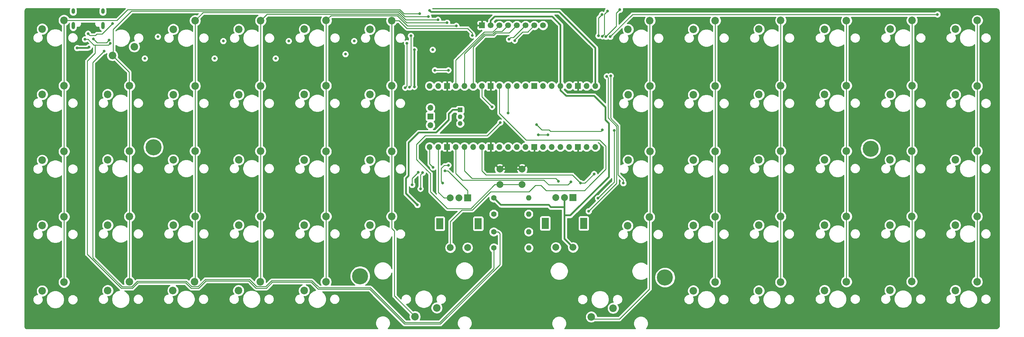
<source format=gtl>
G04 #@! TF.GenerationSoftware,KiCad,Pcbnew,(5.1.12)-1*
G04 #@! TF.CreationDate,2022-06-19T17:55:34+02:00*
G04 #@! TF.ProjectId,Moledupy,4d6f6c65-6475-4707-992e-6b696361645f,rev?*
G04 #@! TF.SameCoordinates,Original*
G04 #@! TF.FileFunction,Copper,L1,Top*
G04 #@! TF.FilePolarity,Positive*
%FSLAX46Y46*%
G04 Gerber Fmt 4.6, Leading zero omitted, Abs format (unit mm)*
G04 Created by KiCad (PCBNEW (5.1.12)-1) date 2022-06-19 17:55:34*
%MOMM*%
%LPD*%
G01*
G04 APERTURE LIST*
G04 #@! TA.AperFunction,ComponentPad*
%ADD10C,4.700000*%
G04 #@! TD*
G04 #@! TA.AperFunction,ComponentPad*
%ADD11C,2.000000*%
G04 #@! TD*
G04 #@! TA.AperFunction,ComponentPad*
%ADD12O,1.350000X1.350000*%
G04 #@! TD*
G04 #@! TA.AperFunction,ComponentPad*
%ADD13R,1.350000X1.350000*%
G04 #@! TD*
G04 #@! TA.AperFunction,ComponentPad*
%ADD14O,1.600000X1.600000*%
G04 #@! TD*
G04 #@! TA.AperFunction,ComponentPad*
%ADD15C,1.600000*%
G04 #@! TD*
G04 #@! TA.AperFunction,ComponentPad*
%ADD16C,2.200000*%
G04 #@! TD*
G04 #@! TA.AperFunction,ComponentPad*
%ADD17C,1.700000*%
G04 #@! TD*
G04 #@! TA.AperFunction,ComponentPad*
%ADD18R,1.700000X1.700000*%
G04 #@! TD*
G04 #@! TA.AperFunction,ComponentPad*
%ADD19O,1.000000X1.600000*%
G04 #@! TD*
G04 #@! TA.AperFunction,ComponentPad*
%ADD20O,1.000000X2.100000*%
G04 #@! TD*
G04 #@! TA.AperFunction,ComponentPad*
%ADD21R,2.000000X2.000000*%
G04 #@! TD*
G04 #@! TA.AperFunction,ComponentPad*
%ADD22R,2.000000X3.200000*%
G04 #@! TD*
G04 #@! TA.AperFunction,ComponentPad*
%ADD23O,1.700000X1.700000*%
G04 #@! TD*
G04 #@! TA.AperFunction,ViaPad*
%ADD24C,0.800000*%
G04 #@! TD*
G04 #@! TA.AperFunction,Conductor*
%ADD25C,0.250000*%
G04 #@! TD*
G04 #@! TA.AperFunction,Conductor*
%ADD26C,0.500000*%
G04 #@! TD*
G04 #@! TA.AperFunction,Conductor*
%ADD27C,0.254000*%
G04 #@! TD*
G04 #@! TA.AperFunction,Conductor*
%ADD28C,0.100000*%
G04 #@! TD*
G04 APERTURE END LIST*
D10*
X187007500Y-79070200D03*
X98259900Y-78701900D03*
X246900700Y-41554400D03*
X38100000Y-41122600D03*
D11*
X145438000Y-47498000D03*
X145438000Y-51998000D03*
X138938000Y-47498000D03*
X138938000Y-51998000D03*
D12*
X127381000Y-34226000D03*
X127381000Y-32226000D03*
D13*
X127381000Y-30226000D03*
D14*
X147372000Y-70463000D03*
D15*
X137212000Y-70463000D03*
D14*
X147320000Y-65786000D03*
D15*
X137160000Y-65786000D03*
D16*
X171917360Y-88011000D03*
X165567360Y-90551000D03*
X120583960Y-87914480D03*
X114233960Y-90454480D03*
D17*
X151511000Y-5588000D03*
X148971000Y-5588000D03*
X146431000Y-5588000D03*
X143891000Y-5588000D03*
X141351000Y-5588000D03*
X138811000Y-5588000D03*
X136271000Y-5588000D03*
D18*
X133731000Y-5588000D03*
D16*
X271546320Y-82834480D03*
X277896320Y-80294480D03*
X271546320Y-63820040D03*
X277896320Y-61280040D03*
X271546320Y-44805600D03*
X277896320Y-42265600D03*
X271561560Y-25775920D03*
X277911560Y-23235920D03*
X271566640Y-6700520D03*
X277916640Y-4160520D03*
X252521720Y-82814160D03*
X258871720Y-80274160D03*
X252521720Y-63799720D03*
X258871720Y-61259720D03*
X252552200Y-44785280D03*
X258902200Y-42245280D03*
X252597920Y-25720040D03*
X258947920Y-23180040D03*
X252582680Y-6695440D03*
X258932680Y-4155440D03*
X233481880Y-82834480D03*
X239831880Y-80294480D03*
X233502200Y-63814960D03*
X239852200Y-61274960D03*
X233481880Y-44770040D03*
X239831880Y-42230040D03*
X233481880Y-25704800D03*
X239831880Y-23164800D03*
X233492040Y-6720840D03*
X239842040Y-4180840D03*
X214345520Y-82946240D03*
X220695520Y-80406240D03*
X214315040Y-63850520D03*
X220665040Y-61310520D03*
X214330280Y-44805600D03*
X220680280Y-42265600D03*
X214360760Y-25755600D03*
X220710760Y-23215600D03*
X214365840Y-6710680D03*
X220715840Y-4170680D03*
X195270120Y-82936080D03*
X201620120Y-80396080D03*
X195280280Y-63906400D03*
X201630280Y-61366400D03*
X195270120Y-44851320D03*
X201620120Y-42311320D03*
X195295520Y-25806400D03*
X201645520Y-23266400D03*
X195295520Y-6751320D03*
X201645520Y-4211320D03*
X176138840Y-63977520D03*
X182488840Y-61437520D03*
X176286160Y-44861480D03*
X182636160Y-42321480D03*
X176286160Y-25811480D03*
X182636160Y-23271480D03*
X176265840Y-6766560D03*
X182615840Y-4226560D03*
X101102160Y-63850520D03*
X107452160Y-61310520D03*
X101092000Y-44886880D03*
X107442000Y-42346880D03*
X101092000Y-25735280D03*
X107442000Y-23195280D03*
X101092000Y-6751320D03*
X107442000Y-4211320D03*
X81960720Y-82859880D03*
X88310720Y-80319880D03*
X82006440Y-63799720D03*
X88356440Y-61259720D03*
X81996280Y-44886880D03*
X88346280Y-42346880D03*
X81996280Y-25735280D03*
X88346280Y-23195280D03*
X82031840Y-6715760D03*
X88381840Y-4175760D03*
X62854840Y-82844640D03*
X69204840Y-80304640D03*
X62910720Y-63799720D03*
X69260720Y-61259720D03*
X62910720Y-44759880D03*
X69260720Y-42219880D03*
X62910720Y-25770840D03*
X69260720Y-23230840D03*
X62951360Y-6751320D03*
X69301360Y-4211320D03*
X43759120Y-82844640D03*
X50109120Y-80304640D03*
X43855640Y-63820040D03*
X50205640Y-61280040D03*
X43855640Y-44780200D03*
X50205640Y-42240200D03*
X43865800Y-25770840D03*
X50215800Y-23230840D03*
X43865800Y-6731000D03*
X50215800Y-4191000D03*
X24765000Y-82859880D03*
X31115000Y-80319880D03*
X24765000Y-63809880D03*
X31115000Y-61269880D03*
X24765000Y-44759880D03*
X31115000Y-42219880D03*
X24765000Y-25709880D03*
X31115000Y-23169880D03*
X32512000Y-11811000D03*
X26162000Y-14351000D03*
X12065000Y-80431640D03*
X5715000Y-82971640D03*
X12065000Y-61386720D03*
X5715000Y-63926720D03*
X5715000Y-44897040D03*
X12065000Y-42357040D03*
X5715000Y-25709880D03*
X12065000Y-23169880D03*
X5715000Y-6659880D03*
X12065000Y-4119880D03*
D14*
X147320000Y-55880000D03*
D15*
X137160000Y-55880000D03*
D14*
X147320000Y-60579000D03*
D15*
X137160000Y-60579000D03*
D19*
X23370000Y-1465000D03*
X14730000Y-1465000D03*
D20*
X23370000Y-5645000D03*
X14730000Y-5645000D03*
D21*
X129540000Y-55880000D03*
D11*
X127040000Y-55880000D03*
X124540000Y-55880000D03*
D22*
X132640000Y-63380000D03*
X121440000Y-63380000D03*
D11*
X129540000Y-70380000D03*
X124540000Y-70380000D03*
D21*
X160253680Y-55798720D03*
D11*
X157753680Y-55798720D03*
X155253680Y-55798720D03*
D22*
X163353680Y-63298720D03*
X152153680Y-63298720D03*
D11*
X160253680Y-70298720D03*
X155253680Y-70298720D03*
D23*
X118721000Y-29591000D03*
D18*
X118721000Y-32131000D03*
D23*
X118721000Y-34671000D03*
X166751000Y-23241000D03*
X164211000Y-23241000D03*
D18*
X161671000Y-23241000D03*
D23*
X159131000Y-23241000D03*
X156591000Y-23241000D03*
X154051000Y-23241000D03*
X151511000Y-23241000D03*
D18*
X148971000Y-23241000D03*
D23*
X146431000Y-23241000D03*
X143891000Y-23241000D03*
X141351000Y-23241000D03*
X138811000Y-23241000D03*
D18*
X136271000Y-23241000D03*
D23*
X133731000Y-23241000D03*
X131191000Y-23241000D03*
X128651000Y-23241000D03*
X126111000Y-23241000D03*
D18*
X123571000Y-23241000D03*
D23*
X121031000Y-23241000D03*
X118491000Y-23241000D03*
X118491000Y-41021000D03*
X121031000Y-41021000D03*
D18*
X123571000Y-41021000D03*
D23*
X126111000Y-41021000D03*
X128651000Y-41021000D03*
X131191000Y-41021000D03*
X133731000Y-41021000D03*
D18*
X136271000Y-41021000D03*
D23*
X138811000Y-41021000D03*
X141351000Y-41021000D03*
X143891000Y-41021000D03*
X146431000Y-41021000D03*
D18*
X148971000Y-41021000D03*
D23*
X151511000Y-41021000D03*
X154051000Y-41021000D03*
X156591000Y-41021000D03*
X159131000Y-41021000D03*
D18*
X161671000Y-41021000D03*
D23*
X164211000Y-41021000D03*
X166751000Y-41021000D03*
D24*
X35560000Y-15240000D03*
X39370000Y-8890000D03*
X55880000Y-15240000D03*
X58420000Y-10160000D03*
X73660000Y-15240000D03*
X77470000Y-10160000D03*
X93980000Y-13970000D03*
X96520000Y-10160000D03*
X119380000Y-12700000D03*
X120015000Y-18669000D03*
X123952000Y-18669000D03*
X143256000Y-10033000D03*
X141605000Y-9652000D03*
X36830000Y-72390000D03*
X40640000Y-60960000D03*
X35560000Y-53340000D03*
X39370000Y-45720000D03*
X36830000Y-34290000D03*
X40640000Y-24130000D03*
X36830000Y-88900000D03*
X39370000Y-85090000D03*
X55880000Y-33020000D03*
X58420000Y-27940000D03*
X54610000Y-49530000D03*
X58420000Y-41910000D03*
X55880000Y-71120000D03*
X58420000Y-62230000D03*
X77470000Y-22860000D03*
X74930000Y-31750000D03*
X74930000Y-50800000D03*
X77470000Y-43180000D03*
X73660000Y-71120000D03*
X77470000Y-62230000D03*
X97790000Y-24130000D03*
X92710000Y-33020000D03*
X92710000Y-52070000D03*
X96520000Y-43180000D03*
X93980000Y-71120000D03*
X97790000Y-60960000D03*
X26670000Y-20320000D03*
X27940000Y-24130000D03*
X25400000Y-39370000D03*
X27940000Y-43180000D03*
X26670000Y-58420000D03*
X27940000Y-62230000D03*
X29210000Y-77470000D03*
X144780000Y-19050000D03*
X147320000Y-19050000D03*
X136055100Y-15328900D03*
X135940800Y-9867900D03*
X140817600Y-35712400D03*
X139280900Y-35826700D03*
X119507000Y-46990000D03*
X122936000Y-48006000D03*
X159639000Y-51181000D03*
X155956000Y-51054000D03*
X167513000Y-55954398D03*
X136652000Y-29337000D03*
X149606000Y-34544000D03*
X168783000Y-36068000D03*
X172212000Y-36195000D03*
X150114000Y-37465000D03*
X152908000Y-37465000D03*
X113411000Y-52070000D03*
X115189000Y-48387000D03*
X115824000Y-53213000D03*
X116459000Y-48514000D03*
X114046000Y-23495000D03*
X114046000Y-12700000D03*
X114935000Y-57912000D03*
X18161000Y-9652000D03*
X25527000Y-10795000D03*
X112649000Y-23622000D03*
X113030000Y-8636000D03*
X111379000Y-23749000D03*
X19050000Y-8001000D03*
X26162000Y-5080000D03*
X111887000Y-10795000D03*
X20574000Y-9525000D03*
X25146000Y-9906000D03*
X23749000Y-13081000D03*
X162433000Y-51562000D03*
X171196000Y-20320000D03*
X166370000Y-48895000D03*
X174879000Y-51562000D03*
X122301000Y-51562000D03*
X123952000Y-46355000D03*
X170053000Y-20447000D03*
X164784700Y-59755700D03*
X115570000Y-2159000D03*
X118110000Y-3048000D03*
X120904000Y-3937000D03*
X123571000Y-4826000D03*
X126238000Y-5715000D03*
X130937000Y-8509000D03*
X167640000Y-8636000D03*
X168656000Y-2413000D03*
X168783000Y-8763000D03*
X170307000Y-1397000D03*
X169799000Y-8890000D03*
X173863000Y-1016000D03*
X171069000Y-8890000D03*
X266319000Y-2413000D03*
X118491000Y-1270000D03*
X15875000Y-12192000D03*
X19304000Y-11938000D03*
X139065000Y-33909000D03*
X141351000Y-31115000D03*
D25*
X120015000Y-18669000D02*
X123952000Y-18669000D01*
X123952000Y-18669000D02*
X123952000Y-18669000D01*
X145542000Y-7493000D02*
X143256000Y-9779000D01*
X147066000Y-7493000D02*
X145542000Y-7493000D01*
X143256000Y-9779000D02*
X143256000Y-10033000D01*
X148971000Y-5588000D02*
X147066000Y-7493000D01*
X146431000Y-5588000D02*
X142875000Y-9144000D01*
X142875000Y-9144000D02*
X142113000Y-9144000D01*
X142113000Y-9144000D02*
X141605000Y-9652000D01*
X141605000Y-9652000D02*
X141605000Y-9652000D01*
D26*
X138938000Y-47498000D02*
X145438000Y-47498000D01*
D25*
X138811000Y-5588000D02*
X136906000Y-7493000D01*
X136906000Y-7493000D02*
X134366000Y-7493000D01*
X126111000Y-15748000D02*
X126111000Y-23241000D01*
X134366000Y-7493000D02*
X126111000Y-15748000D01*
X141351000Y-5588000D02*
X139573000Y-7366000D01*
X137669410Y-7366000D02*
X136907410Y-8128000D01*
X139573000Y-7366000D02*
X137669410Y-7366000D01*
X136907410Y-8128000D02*
X134367410Y-8128000D01*
X128651000Y-13844410D02*
X128651000Y-23241000D01*
X134367410Y-8128000D02*
X128651000Y-13844410D01*
X143891000Y-5588000D02*
X141662990Y-7816010D01*
X137855810Y-7816010D02*
X137093810Y-8578010D01*
X141662990Y-7816010D02*
X137855810Y-7816010D01*
X137093810Y-8578010D02*
X134553810Y-8578010D01*
X131191000Y-11940820D02*
X131191000Y-23241000D01*
X134553810Y-8578010D02*
X131191000Y-11940820D01*
D26*
X156591000Y-5461000D02*
X156591000Y-23241000D01*
X154178000Y-3048000D02*
X156591000Y-5461000D01*
X137414000Y-3048000D02*
X154178000Y-3048000D01*
X136271000Y-4191000D02*
X137414000Y-3048000D01*
X136271000Y-5588000D02*
X136271000Y-4191000D01*
X157753680Y-67798720D02*
X160253680Y-70298720D01*
X157753680Y-58566680D02*
X153816680Y-58566680D01*
X157753680Y-55798720D02*
X157753680Y-58566680D01*
X153816680Y-58566680D02*
X153162000Y-57912000D01*
X139192000Y-57912000D02*
X137160000Y-55880000D01*
X153162000Y-57912000D02*
X139192000Y-57912000D01*
X157753680Y-60979680D02*
X159492320Y-60979680D01*
X157753680Y-58566680D02*
X157753680Y-60979680D01*
X157753680Y-60979680D02*
X157753680Y-67798720D01*
X159492320Y-60979680D02*
X170688000Y-49784000D01*
X170688000Y-34175000D02*
X169672000Y-33159000D01*
X170688000Y-49784000D02*
X170688000Y-34175000D01*
X169672000Y-33159000D02*
X169672000Y-29464000D01*
X169672000Y-29464000D02*
X166370000Y-26162000D01*
X166370000Y-26162000D02*
X158242000Y-26162000D01*
X156591000Y-24511000D02*
X156591000Y-23241000D01*
X158242000Y-26162000D02*
X156591000Y-24511000D01*
D25*
X118491000Y-41021000D02*
X118491000Y-45974000D01*
X118491000Y-45974000D02*
X119507000Y-46990000D01*
X119507000Y-46990000D02*
X119507000Y-46990000D01*
X122936000Y-48006000D02*
X123825000Y-48006000D01*
X129540000Y-53721000D02*
X129540000Y-55880000D01*
X123825000Y-48006000D02*
X129540000Y-53721000D01*
X124540000Y-55880000D02*
X122682000Y-55880000D01*
X121031000Y-54229000D02*
X121031000Y-41021000D01*
X122682000Y-55880000D02*
X121031000Y-54229000D01*
X158750000Y-52070000D02*
X159639000Y-51181000D01*
X153162000Y-52070000D02*
X158750000Y-52070000D01*
X151764999Y-50672999D02*
X153162000Y-52070000D01*
X128015999Y-50672999D02*
X151764999Y-50672999D01*
X126111000Y-48768000D02*
X128015999Y-50672999D01*
X126111000Y-41021000D02*
X126111000Y-48768000D01*
X128651000Y-41021000D02*
X128651000Y-48006000D01*
X130867989Y-50222989D02*
X155251989Y-50222989D01*
X128651000Y-48006000D02*
X130867989Y-50222989D01*
X155251989Y-50222989D02*
X155956000Y-50927000D01*
X155956000Y-50927000D02*
X155956000Y-51054000D01*
X155956000Y-51054000D02*
X155956000Y-51054000D01*
X133731000Y-23241000D02*
X133731000Y-26416000D01*
X133731000Y-26416000D02*
X136652000Y-29337000D01*
X136652000Y-29337000D02*
X136652000Y-29337000D01*
X149606000Y-34544000D02*
X151130000Y-36068000D01*
X151130000Y-36068000D02*
X153289000Y-36068000D01*
X153289000Y-36068000D02*
X153670000Y-36449000D01*
X153670000Y-36449000D02*
X168402000Y-36449000D01*
X168402000Y-36449000D02*
X168783000Y-36068000D01*
X168783000Y-36068000D02*
X168783000Y-36068000D01*
X172212000Y-51255398D02*
X171423699Y-52043699D01*
X172212000Y-36195000D02*
X172212000Y-51255398D01*
X171423699Y-52043699D02*
X171704000Y-51763398D01*
X167513000Y-55954398D02*
X171423699Y-52043699D01*
X124540000Y-70380000D02*
X124540000Y-62785000D01*
X124540000Y-62785000D02*
X127889000Y-59436000D01*
X130937000Y-59436000D02*
X130302000Y-59436000D01*
X136271000Y-54102000D02*
X130937000Y-59436000D01*
X147432998Y-54102000D02*
X136271000Y-54102000D01*
X149337998Y-52197000D02*
X147432998Y-54102000D01*
X169799000Y-40767000D02*
X169799000Y-47498000D01*
X146558000Y-38989000D02*
X168021000Y-38989000D01*
X168021000Y-38989000D02*
X169799000Y-40767000D01*
X138811000Y-31242000D02*
X146558000Y-38989000D01*
X138811000Y-23241000D02*
X138811000Y-31242000D01*
X130302000Y-59436000D02*
X130556000Y-59436000D01*
X127889000Y-59436000D02*
X130302000Y-59436000D01*
X149337998Y-52197000D02*
X150876000Y-52197000D01*
X150876000Y-52197000D02*
X152400000Y-53721000D01*
X163576000Y-53721000D02*
X165227000Y-52070000D01*
X152400000Y-53721000D02*
X163576000Y-53721000D01*
X165227000Y-52070000D02*
X165100000Y-52197000D01*
X169799000Y-47498000D02*
X165227000Y-52070000D01*
X150114000Y-37465000D02*
X152908000Y-37465000D01*
X152908000Y-37465000D02*
X152908000Y-37465000D01*
X113411000Y-52070000D02*
X113411000Y-50165000D01*
X113411000Y-50165000D02*
X115189000Y-48387000D01*
X115189000Y-48387000D02*
X115189000Y-48387000D01*
X115824000Y-53213000D02*
X115824000Y-49149000D01*
X115824000Y-49149000D02*
X116459000Y-48514000D01*
X116459000Y-48514000D02*
X116459000Y-48514000D01*
D26*
X114046000Y-23495000D02*
X114046000Y-12700000D01*
D25*
X114046000Y-12700000D02*
X114046000Y-12700000D01*
D26*
X114935000Y-57912000D02*
X111633000Y-54610000D01*
X111633000Y-54610000D02*
X111633000Y-50165000D01*
X111633000Y-50165000D02*
X112395000Y-49403000D01*
X112395000Y-49403000D02*
X112395000Y-39751000D01*
X112395000Y-39751000D02*
X115316000Y-36830000D01*
X115316000Y-36830000D02*
X120396000Y-36830000D01*
X120396000Y-36830000D02*
X124079000Y-33147000D01*
X124079000Y-33147000D02*
X124079000Y-31369000D01*
X125222000Y-30226000D02*
X127381000Y-30226000D01*
X124079000Y-31369000D02*
X125222000Y-30226000D01*
D25*
X18161000Y-9652000D02*
X19050000Y-9652000D01*
X19050000Y-9652000D02*
X20701000Y-11303000D01*
X25019000Y-11303000D02*
X25527000Y-10795000D01*
X25527000Y-10795000D02*
X25527000Y-10795000D01*
X18796000Y-16002000D02*
X21082000Y-13716000D01*
X31942283Y-82238009D02*
X28769599Y-82238009D01*
X33593282Y-80587010D02*
X31942283Y-82238009D01*
X47438600Y-80587010D02*
X33593282Y-80587010D01*
X49031240Y-82179650D02*
X47438600Y-80587010D01*
X18796000Y-72264410D02*
X18796000Y-16002000D01*
X28769599Y-82238009D02*
X18796000Y-72264410D01*
X51298759Y-82179651D02*
X49031240Y-82179650D01*
X53399400Y-80079010D02*
X51298759Y-82179651D01*
X65853600Y-80079010D02*
X53399400Y-80079010D01*
X21082000Y-13716000D02*
X21082000Y-11303000D01*
X67954240Y-82179650D02*
X65853600Y-80079010D01*
X20701000Y-11303000D02*
X21082000Y-11303000D01*
X138938000Y-66294000D02*
X138938000Y-75312410D01*
X21082000Y-11303000D02*
X25019000Y-11303000D01*
X137160000Y-65786000D02*
X138430000Y-65786000D01*
X72703400Y-80460010D02*
X70983759Y-82179651D01*
X138430000Y-65786000D02*
X138938000Y-66294000D01*
X138938000Y-75312410D02*
X121598400Y-92652010D01*
X121598400Y-92652010D02*
X111192599Y-92652009D01*
X111192599Y-92652009D02*
X101032600Y-82492010D01*
X101032600Y-82492010D02*
X86046600Y-82492010D01*
X86046600Y-82492010D02*
X84014600Y-80460010D01*
X84014600Y-80460010D02*
X72703400Y-80460010D01*
X70983759Y-82179651D02*
X67954240Y-82179650D01*
X113030000Y-23241000D02*
X112649000Y-23622000D01*
X113030000Y-8636000D02*
X113030000Y-23241000D01*
X19050000Y-8001000D02*
X19558000Y-8509000D01*
X19558000Y-8509000D02*
X21209000Y-8509000D01*
X21622001Y-8095999D02*
X23146001Y-8095999D01*
X21209000Y-8509000D02*
X21622001Y-8095999D01*
X23146001Y-8095999D02*
X26162000Y-5080000D01*
X26162000Y-5080000D02*
X26162000Y-5080000D01*
X111887000Y-23241000D02*
X111379000Y-23749000D01*
X111887000Y-10795000D02*
X111887000Y-23241000D01*
X20574000Y-9525000D02*
X21336000Y-10287000D01*
X21336000Y-10287000D02*
X21717000Y-10668000D01*
X21717000Y-10668000D02*
X24384000Y-10668000D01*
X24384000Y-10668000D02*
X25146000Y-9906000D01*
X25146000Y-9906000D02*
X25146000Y-9906000D01*
X137212000Y-70463000D02*
X137212000Y-76402000D01*
X137212000Y-76402000D02*
X121412000Y-92202000D01*
X121412000Y-92202000D02*
X111379000Y-92202000D01*
X111379000Y-92202000D02*
X101219000Y-82042000D01*
X101219000Y-82042000D02*
X86360000Y-82042000D01*
X85752879Y-81434879D02*
X85625879Y-81434879D01*
X86360000Y-82042000D02*
X85752879Y-81434879D01*
X85625879Y-81434879D02*
X84201000Y-80010000D01*
X84201000Y-80010000D02*
X72517000Y-80010000D01*
X70797359Y-81729641D02*
X68140641Y-81729641D01*
X72517000Y-80010000D02*
X70797359Y-81729641D01*
X68140641Y-81729641D02*
X66040000Y-79629000D01*
X66040000Y-79629000D02*
X53213000Y-79629000D01*
X51112359Y-81729641D02*
X49217641Y-81729641D01*
X53213000Y-79629000D02*
X51112359Y-81729641D01*
X49217641Y-81729641D02*
X47625000Y-80137000D01*
X31799001Y-81744881D02*
X30182881Y-81744881D01*
X33406882Y-80137000D02*
X31799001Y-81744881D01*
X47625000Y-80137000D02*
X33406882Y-80137000D01*
X30182881Y-81744881D02*
X30139762Y-81788000D01*
X30139762Y-81788000D02*
X28956000Y-81788000D01*
X28956000Y-81788000D02*
X20447000Y-73279000D01*
X20447000Y-73279000D02*
X20447000Y-18034000D01*
X20447000Y-18034000D02*
X20447000Y-16383000D01*
X20447000Y-16383000D02*
X23749000Y-13081000D01*
X23749000Y-13081000D02*
X23749000Y-13081000D01*
X133731000Y-41021000D02*
X133731000Y-44252002D01*
X133731000Y-44252002D02*
X133731000Y-48006000D01*
X133731000Y-48006000D02*
X134874000Y-49149000D01*
X134874000Y-49149000D02*
X160020000Y-49149000D01*
X160020000Y-49149000D02*
X162433000Y-51562000D01*
X162433000Y-51562000D02*
X162433000Y-51562000D01*
X162433000Y-51562000D02*
X163703000Y-51562000D01*
X163703000Y-51562000D02*
X166370000Y-48895000D01*
X166370000Y-48895000D02*
X166370000Y-48895000D01*
X171196000Y-32637590D02*
X171196000Y-20320000D01*
X173387011Y-49181011D02*
X173387011Y-34828601D01*
X174879000Y-50673000D02*
X173387011Y-49181011D01*
X173387011Y-34828601D02*
X171196000Y-32637590D01*
X174879000Y-51562000D02*
X174879000Y-50673000D01*
X121901001Y-51162001D02*
X121901001Y-47262999D01*
X122301000Y-51562000D02*
X121901001Y-51162001D01*
X121901001Y-47262999D02*
X122809000Y-46355000D01*
X122809000Y-46355000D02*
X123952000Y-46355000D01*
X123952000Y-46355000D02*
X123952000Y-46355000D01*
X170053000Y-20447000D02*
X170434000Y-20828000D01*
X170434000Y-20828000D02*
X170434000Y-32512000D01*
X172937001Y-51603399D02*
X164784700Y-59755700D01*
X172937001Y-35015001D02*
X172937001Y-51603399D01*
X170434000Y-32512000D02*
X172937001Y-35015001D01*
X164784700Y-59755700D02*
X164723400Y-59817000D01*
X12065000Y-4119880D02*
X12065000Y-23169880D01*
X12065000Y-23169880D02*
X12065000Y-42357040D01*
X12065000Y-42357040D02*
X12065000Y-61386720D01*
X12065000Y-61386720D02*
X12065000Y-80431640D01*
X115570000Y-2159000D02*
X111003640Y-2159000D01*
X109830919Y-986279D02*
X30636721Y-986279D01*
X111003640Y-2159000D02*
X109830919Y-986279D01*
X27503120Y-4119880D02*
X12065000Y-4119880D01*
X30636721Y-986279D02*
X27503120Y-4119880D01*
X26162000Y-14351000D02*
X30988000Y-19177000D01*
X30988000Y-23042880D02*
X31115000Y-23169880D01*
X30988000Y-19177000D02*
X30988000Y-23042880D01*
X31115000Y-23169880D02*
X31115000Y-42219880D01*
X31115000Y-42219880D02*
X31115000Y-61269880D01*
X31115000Y-61269880D02*
X31115000Y-80319880D01*
X118110000Y-3048000D02*
X111256230Y-3048000D01*
X109644519Y-1436289D02*
X31710711Y-1436289D01*
X111256230Y-3048000D02*
X109644519Y-1436289D01*
X26376999Y-14136001D02*
X26162000Y-14351000D01*
X26376999Y-6770001D02*
X26376999Y-14136001D01*
X31710711Y-1436289D02*
X26376999Y-6770001D01*
X50215800Y-4191000D02*
X50215800Y-23230840D01*
X50215800Y-42230040D02*
X50205640Y-42240200D01*
X50215800Y-23230840D02*
X50215800Y-42230040D01*
X50205640Y-42240200D02*
X50205640Y-61280040D01*
X50205640Y-80208120D02*
X50109120Y-80304640D01*
X50205640Y-61280040D02*
X50205640Y-80208120D01*
X120904000Y-3937000D02*
X111508820Y-3937000D01*
X52520501Y-1886299D02*
X50215800Y-4191000D01*
X109458119Y-1886299D02*
X52520501Y-1886299D01*
X111508820Y-3937000D02*
X109458119Y-1886299D01*
X69301360Y-23190200D02*
X69260720Y-23230840D01*
X69301360Y-4211320D02*
X69301360Y-23190200D01*
X69260720Y-23230840D02*
X69260720Y-42219880D01*
X69260720Y-42219880D02*
X69260720Y-61259720D01*
X69260720Y-80248760D02*
X69204840Y-80304640D01*
X69260720Y-61259720D02*
X69260720Y-80248760D01*
X123571000Y-4826000D02*
X111761410Y-4826000D01*
X71176371Y-2336309D02*
X69301360Y-4211320D01*
X109271719Y-2336309D02*
X71176371Y-2336309D01*
X111761410Y-4826000D02*
X109271719Y-2336309D01*
X88381840Y-23159720D02*
X88346280Y-23195280D01*
X88381840Y-4175760D02*
X88381840Y-23159720D01*
X88346280Y-23195280D02*
X88346280Y-42346880D01*
X88346280Y-61249560D02*
X88356440Y-61259720D01*
X88346280Y-42346880D02*
X88346280Y-61249560D01*
X88356440Y-80274160D02*
X88310720Y-80319880D01*
X88356440Y-61259720D02*
X88356440Y-80274160D01*
X126238000Y-5715000D02*
X112014000Y-5715000D01*
X89771281Y-2786319D02*
X88381840Y-4175760D01*
X109085319Y-2786319D02*
X89771281Y-2786319D01*
X112014000Y-5715000D02*
X109085319Y-2786319D01*
X107442000Y-4211320D02*
X107442000Y-23195280D01*
X107442000Y-23195280D02*
X107442000Y-42346880D01*
X107442000Y-61300360D02*
X107452160Y-61310520D01*
X107442000Y-42346880D02*
X107442000Y-61300360D01*
X108204000Y-84424520D02*
X114233960Y-90454480D01*
X108204000Y-65532000D02*
X108204000Y-84424520D01*
X107452160Y-64780160D02*
X108204000Y-65532000D01*
X107452160Y-61310520D02*
X107452160Y-64780160D01*
X130937000Y-8509000D02*
X130937000Y-7874000D01*
X130937000Y-7874000D02*
X129540000Y-6477000D01*
X129540000Y-6477000D02*
X111887000Y-6477000D01*
X109621320Y-4211320D02*
X107442000Y-4211320D01*
X111887000Y-6477000D02*
X109621320Y-4211320D01*
X182615840Y-23251160D02*
X182636160Y-23271480D01*
X182615840Y-4226560D02*
X182615840Y-23251160D01*
X182636160Y-23271480D02*
X182636160Y-42321480D01*
X182636160Y-61290200D02*
X182488840Y-61437520D01*
X182636160Y-42321480D02*
X182636160Y-61290200D01*
X182488840Y-61437520D02*
X182488840Y-82433160D01*
X182488840Y-82433160D02*
X173736000Y-91186000D01*
X166202360Y-91186000D02*
X165567360Y-90551000D01*
X173736000Y-91186000D02*
X166202360Y-91186000D01*
X201645520Y-4211320D02*
X201645520Y-23266400D01*
X201645520Y-42285920D02*
X201620120Y-42311320D01*
X201645520Y-23266400D02*
X201645520Y-42285920D01*
X201620120Y-61356240D02*
X201630280Y-61366400D01*
X201620120Y-42311320D02*
X201620120Y-61356240D01*
X201630280Y-80385920D02*
X201620120Y-80396080D01*
X201630280Y-61366400D02*
X201630280Y-80385920D01*
X220715840Y-23210520D02*
X220710760Y-23215600D01*
X220715840Y-4170680D02*
X220715840Y-23210520D01*
X220710760Y-61264800D02*
X220665040Y-61310520D01*
X220710760Y-23215600D02*
X220710760Y-61264800D01*
X220665040Y-80375760D02*
X220695520Y-80406240D01*
X220665040Y-61310520D02*
X220665040Y-80375760D01*
X167640000Y-8636000D02*
X167640000Y-3429000D01*
X167640000Y-3429000D02*
X168656000Y-2413000D01*
X168656000Y-2413000D02*
X168656000Y-2413000D01*
X239842040Y-80284320D02*
X239831880Y-80294480D01*
X239842040Y-4180840D02*
X239842040Y-80284320D01*
X169381001Y-8164999D02*
X169381001Y-2322999D01*
X168783000Y-8763000D02*
X169381001Y-8164999D01*
X169381001Y-2322999D02*
X170307000Y-1397000D01*
X170307000Y-1397000D02*
X170307000Y-1397000D01*
X258932680Y-80213200D02*
X258871720Y-80274160D01*
X258932680Y-4155440D02*
X258932680Y-80213200D01*
X169799000Y-8890000D02*
X172847000Y-5842000D01*
X172847000Y-5842000D02*
X172847000Y-2032000D01*
X172847000Y-2032000D02*
X173863000Y-1016000D01*
X173863000Y-1016000D02*
X173863000Y-1016000D01*
X277896320Y-27540322D02*
X277896320Y-80294480D01*
X277916640Y-27520002D02*
X277896320Y-27540322D01*
X277916640Y-4160520D02*
X277916640Y-27520002D01*
X171069000Y-8890000D02*
X177546000Y-2413000D01*
X177546000Y-2413000D02*
X266319000Y-2413000D01*
X266319000Y-2413000D02*
X266319000Y-2413000D01*
D26*
X166751000Y-23241000D02*
X166751000Y-12192000D01*
X166751000Y-12192000D02*
X156210000Y-1651000D01*
X156210000Y-1651000D02*
X118872000Y-1651000D01*
X118872000Y-1651000D02*
X118491000Y-1270000D01*
X118491000Y-1270000D02*
X118491000Y-1270000D01*
X19050000Y-12192000D02*
X19304000Y-11938000D01*
X15875000Y-12192000D02*
X19050000Y-12192000D01*
D25*
X138938000Y-51998000D02*
X145438000Y-51998000D01*
X138938000Y-51998000D02*
X137486000Y-51998000D01*
X130498010Y-58985990D02*
X123640010Y-58985990D01*
X137486000Y-51998000D02*
X130498010Y-58985990D01*
X123640010Y-58985990D02*
X118745000Y-54090980D01*
X118745000Y-54090980D02*
X118745000Y-48768000D01*
X118745000Y-48768000D02*
X117765999Y-47788999D01*
X117765999Y-47788999D02*
X114681000Y-44704000D01*
X114681000Y-44704000D02*
X114681000Y-40259000D01*
X114681000Y-40259000D02*
X117221000Y-37719000D01*
X117221000Y-37719000D02*
X135255000Y-37719000D01*
X135255000Y-37719000D02*
X139065000Y-33909000D01*
X139065000Y-33909000D02*
X139065000Y-33909000D01*
X141351000Y-23241000D02*
X141351000Y-31115000D01*
D27*
X13676324Y-728554D02*
X13611423Y-942502D01*
X13595000Y-1109249D01*
X13595000Y-1820752D01*
X13611423Y-1987499D01*
X13676324Y-2201447D01*
X13781717Y-2398623D01*
X13923552Y-2571449D01*
X14096378Y-2713284D01*
X14293554Y-2818676D01*
X14507502Y-2883577D01*
X14730000Y-2905491D01*
X14952499Y-2883577D01*
X15166447Y-2818676D01*
X15363623Y-2713284D01*
X15536449Y-2571449D01*
X15678284Y-2398623D01*
X15783676Y-2201446D01*
X15848577Y-1987498D01*
X15865000Y-1820751D01*
X15865000Y-1109248D01*
X15848577Y-942501D01*
X15783676Y-728553D01*
X15747034Y-660000D01*
X22352966Y-660000D01*
X22316324Y-728554D01*
X22251423Y-942502D01*
X22235000Y-1109249D01*
X22235000Y-1820752D01*
X22251423Y-1987499D01*
X22316324Y-2201447D01*
X22421717Y-2398623D01*
X22563552Y-2571449D01*
X22736378Y-2713284D01*
X22933554Y-2818676D01*
X23147502Y-2883577D01*
X23370000Y-2905491D01*
X23592499Y-2883577D01*
X23806447Y-2818676D01*
X24003623Y-2713284D01*
X24176449Y-2571449D01*
X24318284Y-2398623D01*
X24423676Y-2201446D01*
X24488577Y-1987498D01*
X24505000Y-1820751D01*
X24505000Y-1109248D01*
X24488577Y-942501D01*
X24423676Y-728553D01*
X24387034Y-660000D01*
X29888198Y-660000D01*
X27188319Y-3359880D01*
X13628148Y-3359880D01*
X13602537Y-3298049D01*
X13412663Y-3013882D01*
X13170998Y-2772217D01*
X12886831Y-2582343D01*
X12571081Y-2451555D01*
X12235883Y-2384880D01*
X11894117Y-2384880D01*
X11558919Y-2451555D01*
X11243169Y-2582343D01*
X10959002Y-2772217D01*
X10717337Y-3013882D01*
X10527463Y-3298049D01*
X10396675Y-3613799D01*
X10330000Y-3948997D01*
X10330000Y-4290763D01*
X10396675Y-4625961D01*
X10527463Y-4941711D01*
X10717337Y-5225878D01*
X10959002Y-5467543D01*
X11243169Y-5657417D01*
X11305000Y-5683028D01*
X11305000Y-7253427D01*
X11204715Y-7153142D01*
X10773141Y-6864773D01*
X10293601Y-6666141D01*
X9784525Y-6564880D01*
X9265475Y-6564880D01*
X8756399Y-6666141D01*
X8276859Y-6864773D01*
X7845285Y-7153142D01*
X7478262Y-7520165D01*
X7189893Y-7951739D01*
X6991261Y-8431279D01*
X6890000Y-8940355D01*
X6890000Y-9459405D01*
X6991261Y-9968481D01*
X7189893Y-10448021D01*
X7478262Y-10879595D01*
X7845285Y-11246618D01*
X8276859Y-11534987D01*
X8756399Y-11733619D01*
X9265475Y-11834880D01*
X9784525Y-11834880D01*
X10293601Y-11733619D01*
X10773141Y-11534987D01*
X11204715Y-11246618D01*
X11305000Y-11146333D01*
X11305001Y-21606731D01*
X11243169Y-21632343D01*
X10959002Y-21822217D01*
X10717337Y-22063882D01*
X10527463Y-22348049D01*
X10396675Y-22663799D01*
X10330000Y-22998997D01*
X10330000Y-23340763D01*
X10396675Y-23675961D01*
X10527463Y-23991711D01*
X10717337Y-24275878D01*
X10959002Y-24517543D01*
X11243169Y-24707417D01*
X11305000Y-24733028D01*
X11305000Y-26303427D01*
X11204715Y-26203142D01*
X10773141Y-25914773D01*
X10293601Y-25716141D01*
X9784525Y-25614880D01*
X9265475Y-25614880D01*
X8756399Y-25716141D01*
X8276859Y-25914773D01*
X7845285Y-26203142D01*
X7478262Y-26570165D01*
X7189893Y-27001739D01*
X6991261Y-27481279D01*
X6890000Y-27990355D01*
X6890000Y-28509405D01*
X6991261Y-29018481D01*
X7189893Y-29498021D01*
X7478262Y-29929595D01*
X7845285Y-30296618D01*
X8276859Y-30584987D01*
X8756399Y-30783619D01*
X9265475Y-30884880D01*
X9784525Y-30884880D01*
X10293601Y-30783619D01*
X10773141Y-30584987D01*
X11204715Y-30296618D01*
X11305000Y-30196333D01*
X11305001Y-40793891D01*
X11243169Y-40819503D01*
X10959002Y-41009377D01*
X10717337Y-41251042D01*
X10527463Y-41535209D01*
X10396675Y-41850959D01*
X10330000Y-42186157D01*
X10330000Y-42527923D01*
X10396675Y-42863121D01*
X10527463Y-43178871D01*
X10717337Y-43463038D01*
X10959002Y-43704703D01*
X11243169Y-43894577D01*
X11305000Y-43920188D01*
X11305000Y-45490587D01*
X11204715Y-45390302D01*
X10773141Y-45101933D01*
X10293601Y-44903301D01*
X9784525Y-44802040D01*
X9265475Y-44802040D01*
X8756399Y-44903301D01*
X8276859Y-45101933D01*
X7845285Y-45390302D01*
X7478262Y-45757325D01*
X7189893Y-46188899D01*
X6991261Y-46668439D01*
X6890000Y-47177515D01*
X6890000Y-47696565D01*
X6991261Y-48205641D01*
X7189893Y-48685181D01*
X7478262Y-49116755D01*
X7845285Y-49483778D01*
X8276859Y-49772147D01*
X8756399Y-49970779D01*
X9265475Y-50072040D01*
X9784525Y-50072040D01*
X10293601Y-49970779D01*
X10773141Y-49772147D01*
X11204715Y-49483778D01*
X11305000Y-49383493D01*
X11305001Y-59823571D01*
X11243169Y-59849183D01*
X10959002Y-60039057D01*
X10717337Y-60280722D01*
X10527463Y-60564889D01*
X10396675Y-60880639D01*
X10330000Y-61215837D01*
X10330000Y-61557603D01*
X10396675Y-61892801D01*
X10527463Y-62208551D01*
X10717337Y-62492718D01*
X10959002Y-62734383D01*
X11243169Y-62924257D01*
X11305000Y-62949868D01*
X11305000Y-64520267D01*
X11204715Y-64419982D01*
X10773141Y-64131613D01*
X10293601Y-63932981D01*
X9784525Y-63831720D01*
X9265475Y-63831720D01*
X8756399Y-63932981D01*
X8276859Y-64131613D01*
X7845285Y-64419982D01*
X7478262Y-64787005D01*
X7189893Y-65218579D01*
X6991261Y-65698119D01*
X6890000Y-66207195D01*
X6890000Y-66726245D01*
X6991261Y-67235321D01*
X7189893Y-67714861D01*
X7478262Y-68146435D01*
X7845285Y-68513458D01*
X8276859Y-68801827D01*
X8756399Y-69000459D01*
X9265475Y-69101720D01*
X9784525Y-69101720D01*
X10293601Y-69000459D01*
X10773141Y-68801827D01*
X11204715Y-68513458D01*
X11305000Y-68413173D01*
X11305001Y-78868491D01*
X11243169Y-78894103D01*
X10959002Y-79083977D01*
X10717337Y-79325642D01*
X10527463Y-79609809D01*
X10396675Y-79925559D01*
X10330000Y-80260757D01*
X10330000Y-80602523D01*
X10396675Y-80937721D01*
X10527463Y-81253471D01*
X10717337Y-81537638D01*
X10959002Y-81779303D01*
X11243169Y-81969177D01*
X11558919Y-82099965D01*
X11894117Y-82166640D01*
X12235883Y-82166640D01*
X12571081Y-82099965D01*
X12886831Y-81969177D01*
X13170998Y-81779303D01*
X13412663Y-81537638D01*
X13602537Y-81253471D01*
X13733325Y-80937721D01*
X13800000Y-80602523D01*
X13800000Y-80260757D01*
X13733325Y-79925559D01*
X13602537Y-79609809D01*
X13412663Y-79325642D01*
X13170998Y-79083977D01*
X12886831Y-78894103D01*
X12825000Y-78868492D01*
X12825000Y-66320460D01*
X13120000Y-66320460D01*
X13120000Y-66612980D01*
X13177068Y-66899878D01*
X13289010Y-67170131D01*
X13451525Y-67413352D01*
X13658368Y-67620195D01*
X13901589Y-67782710D01*
X14171842Y-67894652D01*
X14458740Y-67951720D01*
X14751260Y-67951720D01*
X15038158Y-67894652D01*
X15308411Y-67782710D01*
X15551632Y-67620195D01*
X15758475Y-67413352D01*
X15920990Y-67170131D01*
X16032932Y-66899878D01*
X16090000Y-66612980D01*
X16090000Y-66320460D01*
X16032932Y-66033562D01*
X15920990Y-65763309D01*
X15758475Y-65520088D01*
X15551632Y-65313245D01*
X15308411Y-65150730D01*
X15038158Y-65038788D01*
X14751260Y-64981720D01*
X14458740Y-64981720D01*
X14171842Y-65038788D01*
X13901589Y-65150730D01*
X13658368Y-65313245D01*
X13451525Y-65520088D01*
X13289010Y-65763309D01*
X13177068Y-66033562D01*
X13120000Y-66320460D01*
X12825000Y-66320460D01*
X12825000Y-62949868D01*
X12886831Y-62924257D01*
X13170998Y-62734383D01*
X13412663Y-62492718D01*
X13602537Y-62208551D01*
X13733325Y-61892801D01*
X13800000Y-61557603D01*
X13800000Y-61215837D01*
X13733325Y-60880639D01*
X13602537Y-60564889D01*
X13412663Y-60280722D01*
X13170998Y-60039057D01*
X12886831Y-59849183D01*
X12825000Y-59823572D01*
X12825000Y-47290780D01*
X13120000Y-47290780D01*
X13120000Y-47583300D01*
X13177068Y-47870198D01*
X13289010Y-48140451D01*
X13451525Y-48383672D01*
X13658368Y-48590515D01*
X13901589Y-48753030D01*
X14171842Y-48864972D01*
X14458740Y-48922040D01*
X14751260Y-48922040D01*
X15038158Y-48864972D01*
X15308411Y-48753030D01*
X15551632Y-48590515D01*
X15758475Y-48383672D01*
X15920990Y-48140451D01*
X16032932Y-47870198D01*
X16090000Y-47583300D01*
X16090000Y-47290780D01*
X16032932Y-47003882D01*
X15920990Y-46733629D01*
X15758475Y-46490408D01*
X15551632Y-46283565D01*
X15308411Y-46121050D01*
X15038158Y-46009108D01*
X14751260Y-45952040D01*
X14458740Y-45952040D01*
X14171842Y-46009108D01*
X13901589Y-46121050D01*
X13658368Y-46283565D01*
X13451525Y-46490408D01*
X13289010Y-46733629D01*
X13177068Y-47003882D01*
X13120000Y-47290780D01*
X12825000Y-47290780D01*
X12825000Y-43920188D01*
X12886831Y-43894577D01*
X13170998Y-43704703D01*
X13412663Y-43463038D01*
X13602537Y-43178871D01*
X13733325Y-42863121D01*
X13800000Y-42527923D01*
X13800000Y-42186157D01*
X13733325Y-41850959D01*
X13602537Y-41535209D01*
X13412663Y-41251042D01*
X13170998Y-41009377D01*
X12886831Y-40819503D01*
X12825000Y-40793892D01*
X12825000Y-28103620D01*
X13120000Y-28103620D01*
X13120000Y-28396140D01*
X13177068Y-28683038D01*
X13289010Y-28953291D01*
X13451525Y-29196512D01*
X13658368Y-29403355D01*
X13901589Y-29565870D01*
X14171842Y-29677812D01*
X14458740Y-29734880D01*
X14751260Y-29734880D01*
X15038158Y-29677812D01*
X15308411Y-29565870D01*
X15551632Y-29403355D01*
X15758475Y-29196512D01*
X15920990Y-28953291D01*
X16032932Y-28683038D01*
X16090000Y-28396140D01*
X16090000Y-28103620D01*
X16032932Y-27816722D01*
X15920990Y-27546469D01*
X15758475Y-27303248D01*
X15551632Y-27096405D01*
X15308411Y-26933890D01*
X15038158Y-26821948D01*
X14751260Y-26764880D01*
X14458740Y-26764880D01*
X14171842Y-26821948D01*
X13901589Y-26933890D01*
X13658368Y-27096405D01*
X13451525Y-27303248D01*
X13289010Y-27546469D01*
X13177068Y-27816722D01*
X13120000Y-28103620D01*
X12825000Y-28103620D01*
X12825000Y-24733028D01*
X12886831Y-24707417D01*
X13170998Y-24517543D01*
X13412663Y-24275878D01*
X13602537Y-23991711D01*
X13733325Y-23675961D01*
X13800000Y-23340763D01*
X13800000Y-22998997D01*
X13733325Y-22663799D01*
X13602537Y-22348049D01*
X13412663Y-22063882D01*
X13170998Y-21822217D01*
X12886831Y-21632343D01*
X12825000Y-21606732D01*
X12825000Y-9053620D01*
X13120000Y-9053620D01*
X13120000Y-9346140D01*
X13177068Y-9633038D01*
X13289010Y-9903291D01*
X13451525Y-10146512D01*
X13658368Y-10353355D01*
X13901589Y-10515870D01*
X14171842Y-10627812D01*
X14458740Y-10684880D01*
X14751260Y-10684880D01*
X15038158Y-10627812D01*
X15308411Y-10515870D01*
X15551632Y-10353355D01*
X15758475Y-10146512D01*
X15920990Y-9903291D01*
X16032932Y-9633038D01*
X16090000Y-9346140D01*
X16090000Y-9053620D01*
X16032932Y-8766722D01*
X15920990Y-8496469D01*
X15758475Y-8253248D01*
X15551632Y-8046405D01*
X15308411Y-7883890D01*
X15038158Y-7771948D01*
X14751260Y-7714880D01*
X14458740Y-7714880D01*
X14171842Y-7771948D01*
X13901589Y-7883890D01*
X13658368Y-8046405D01*
X13451525Y-8253248D01*
X13289010Y-8496469D01*
X13177068Y-8766722D01*
X13120000Y-9053620D01*
X12825000Y-9053620D01*
X12825000Y-5683028D01*
X12886831Y-5657417D01*
X13170998Y-5467543D01*
X13412663Y-5225878D01*
X13602537Y-4941711D01*
X13605252Y-4935156D01*
X13595000Y-5039249D01*
X13595000Y-6250752D01*
X13611423Y-6417499D01*
X13676324Y-6631447D01*
X13781717Y-6828623D01*
X13923552Y-7001449D01*
X14096378Y-7143284D01*
X14293554Y-7248676D01*
X14507502Y-7313577D01*
X14730000Y-7335491D01*
X14952499Y-7313577D01*
X15166447Y-7248676D01*
X15363623Y-7143284D01*
X15536449Y-7001449D01*
X15678284Y-6828623D01*
X15783676Y-6631447D01*
X15848577Y-6417499D01*
X15865000Y-6250752D01*
X15865000Y-6061904D01*
X15879978Y-6068108D01*
X16065448Y-6105000D01*
X16254552Y-6105000D01*
X16440022Y-6068108D01*
X16614731Y-5995741D01*
X16771964Y-5890681D01*
X16905681Y-5756964D01*
X17010741Y-5599731D01*
X17083108Y-5425022D01*
X17120000Y-5239552D01*
X17120000Y-5050448D01*
X17086072Y-4879880D01*
X21013928Y-4879880D01*
X20980000Y-5050448D01*
X20980000Y-5239552D01*
X21016892Y-5425022D01*
X21089259Y-5599731D01*
X21194319Y-5756964D01*
X21328036Y-5890681D01*
X21485269Y-5995741D01*
X21659978Y-6068108D01*
X21845448Y-6105000D01*
X22034552Y-6105000D01*
X22220022Y-6068108D01*
X22235000Y-6061904D01*
X22235000Y-6250752D01*
X22251423Y-6417499D01*
X22316324Y-6631447D01*
X22421717Y-6828623D01*
X22563552Y-7001449D01*
X22736378Y-7143284D01*
X22923759Y-7243440D01*
X22831200Y-7335999D01*
X21659334Y-7335999D01*
X21622001Y-7332322D01*
X21584668Y-7335999D01*
X21473015Y-7346996D01*
X21329754Y-7390453D01*
X21197725Y-7461025D01*
X21082000Y-7555998D01*
X21058197Y-7585002D01*
X20894199Y-7749000D01*
X20055151Y-7749000D01*
X20045226Y-7699102D01*
X19967205Y-7510744D01*
X19853937Y-7341226D01*
X19709774Y-7197063D01*
X19540256Y-7083795D01*
X19351898Y-7005774D01*
X19151939Y-6966000D01*
X18948061Y-6966000D01*
X18748102Y-7005774D01*
X18559744Y-7083795D01*
X18390226Y-7197063D01*
X18246063Y-7341226D01*
X18132795Y-7510744D01*
X18054774Y-7699102D01*
X18015000Y-7899061D01*
X18015000Y-8102939D01*
X18054774Y-8302898D01*
X18132795Y-8491256D01*
X18216814Y-8617000D01*
X18059061Y-8617000D01*
X17859102Y-8656774D01*
X17670744Y-8734795D01*
X17501226Y-8848063D01*
X17357063Y-8992226D01*
X17243795Y-9161744D01*
X17165774Y-9350102D01*
X17126000Y-9550061D01*
X17126000Y-9753939D01*
X17165774Y-9953898D01*
X17243795Y-10142256D01*
X17357063Y-10311774D01*
X17501226Y-10455937D01*
X17670744Y-10569205D01*
X17859102Y-10647226D01*
X18059061Y-10687000D01*
X18262939Y-10687000D01*
X18462898Y-10647226D01*
X18651256Y-10569205D01*
X18795814Y-10472615D01*
X19226199Y-10903000D01*
X19202061Y-10903000D01*
X19002102Y-10942774D01*
X18813744Y-11020795D01*
X18644226Y-11134063D01*
X18500063Y-11278226D01*
X18480837Y-11307000D01*
X16413454Y-11307000D01*
X16365256Y-11274795D01*
X16176898Y-11196774D01*
X15976939Y-11157000D01*
X15773061Y-11157000D01*
X15573102Y-11196774D01*
X15384744Y-11274795D01*
X15215226Y-11388063D01*
X15071063Y-11532226D01*
X14957795Y-11701744D01*
X14879774Y-11890102D01*
X14840000Y-12090061D01*
X14840000Y-12293939D01*
X14879774Y-12493898D01*
X14957795Y-12682256D01*
X15071063Y-12851774D01*
X15215226Y-12995937D01*
X15384744Y-13109205D01*
X15573102Y-13187226D01*
X15773061Y-13227000D01*
X15976939Y-13227000D01*
X16176898Y-13187226D01*
X16365256Y-13109205D01*
X16413454Y-13077000D01*
X19006531Y-13077000D01*
X19050000Y-13081281D01*
X19093469Y-13077000D01*
X19093477Y-13077000D01*
X19223490Y-13064195D01*
X19390313Y-13013589D01*
X19501998Y-12953893D01*
X19605898Y-12933226D01*
X19794256Y-12855205D01*
X19963774Y-12741937D01*
X20107937Y-12597774D01*
X20221205Y-12428256D01*
X20299226Y-12239898D01*
X20322001Y-12125401D01*
X20322000Y-13401198D01*
X18284998Y-15438201D01*
X18256000Y-15461999D01*
X18232202Y-15490997D01*
X18232201Y-15490998D01*
X18161026Y-15577724D01*
X18090454Y-15709754D01*
X18078853Y-15748000D01*
X18046998Y-15853014D01*
X18036586Y-15958724D01*
X18032324Y-16002000D01*
X18036001Y-16039333D01*
X18036000Y-72227088D01*
X18032324Y-72264410D01*
X18036000Y-72301732D01*
X18036000Y-72301742D01*
X18046997Y-72413395D01*
X18082368Y-72529998D01*
X18090454Y-72556656D01*
X18161026Y-72688686D01*
X18182787Y-72715201D01*
X18255999Y-72804411D01*
X18285003Y-72828214D01*
X28205800Y-82749012D01*
X28229598Y-82778010D01*
X28233474Y-82781191D01*
X27806399Y-82866141D01*
X27326859Y-83064773D01*
X26895285Y-83353142D01*
X26528262Y-83720165D01*
X26239893Y-84151739D01*
X26041261Y-84631279D01*
X25940000Y-85140355D01*
X25940000Y-85659405D01*
X26041261Y-86168481D01*
X26239893Y-86648021D01*
X26528262Y-87079595D01*
X26895285Y-87446618D01*
X27326859Y-87734987D01*
X27806399Y-87933619D01*
X28315475Y-88034880D01*
X28834525Y-88034880D01*
X29343601Y-87933619D01*
X29823141Y-87734987D01*
X30254715Y-87446618D01*
X30621738Y-87079595D01*
X30910107Y-86648021D01*
X31108739Y-86168481D01*
X31210000Y-85659405D01*
X31210000Y-85253620D01*
X32170000Y-85253620D01*
X32170000Y-85546140D01*
X32227068Y-85833038D01*
X32339010Y-86103291D01*
X32501525Y-86346512D01*
X32708368Y-86553355D01*
X32951589Y-86715870D01*
X33221842Y-86827812D01*
X33508740Y-86884880D01*
X33801260Y-86884880D01*
X34088158Y-86827812D01*
X34358411Y-86715870D01*
X34601632Y-86553355D01*
X34808475Y-86346512D01*
X34970990Y-86103291D01*
X35082932Y-85833038D01*
X35140000Y-85546140D01*
X35140000Y-85253620D01*
X35082932Y-84966722D01*
X34970990Y-84696469D01*
X34808475Y-84453248D01*
X34601632Y-84246405D01*
X34358411Y-84083890D01*
X34088158Y-83971948D01*
X33801260Y-83914880D01*
X33508740Y-83914880D01*
X33221842Y-83971948D01*
X32951589Y-84083890D01*
X32708368Y-84246405D01*
X32501525Y-84453248D01*
X32339010Y-84696469D01*
X32227068Y-84966722D01*
X32170000Y-85253620D01*
X31210000Y-85253620D01*
X31210000Y-85140355D01*
X31108739Y-84631279D01*
X30910107Y-84151739D01*
X30621738Y-83720165D01*
X30254715Y-83353142D01*
X29823141Y-83064773D01*
X29661958Y-82998009D01*
X31904961Y-82998009D01*
X31942283Y-83001685D01*
X31979605Y-82998009D01*
X31979616Y-82998009D01*
X32091269Y-82987012D01*
X32234530Y-82943555D01*
X32366559Y-82872983D01*
X32482284Y-82778010D01*
X32506087Y-82749006D01*
X33908084Y-81347010D01*
X42877564Y-81347010D01*
X42653122Y-81496977D01*
X42411457Y-81738642D01*
X42221583Y-82022809D01*
X42090795Y-82338559D01*
X42024120Y-82673757D01*
X42024120Y-83015523D01*
X42090795Y-83350721D01*
X42221583Y-83666471D01*
X42377381Y-83899640D01*
X42342860Y-83899640D01*
X42055962Y-83956708D01*
X41785709Y-84068650D01*
X41542488Y-84231165D01*
X41335645Y-84438008D01*
X41173130Y-84681229D01*
X41061188Y-84951482D01*
X41004120Y-85238380D01*
X41004120Y-85530900D01*
X41061188Y-85817798D01*
X41173130Y-86088051D01*
X41335645Y-86331272D01*
X41542488Y-86538115D01*
X41785709Y-86700630D01*
X42055962Y-86812572D01*
X42342860Y-86869640D01*
X42635380Y-86869640D01*
X42922278Y-86812572D01*
X43192531Y-86700630D01*
X43435752Y-86538115D01*
X43642595Y-86331272D01*
X43805110Y-86088051D01*
X43917052Y-85817798D01*
X43974120Y-85530900D01*
X43974120Y-85238380D01*
X43951591Y-85125115D01*
X44934120Y-85125115D01*
X44934120Y-85644165D01*
X45035381Y-86153241D01*
X45234013Y-86632781D01*
X45522382Y-87064355D01*
X45889405Y-87431378D01*
X46320979Y-87719747D01*
X46800519Y-87918379D01*
X47309595Y-88019640D01*
X47828645Y-88019640D01*
X48337721Y-87918379D01*
X48817261Y-87719747D01*
X49248835Y-87431378D01*
X49615858Y-87064355D01*
X49904227Y-86632781D01*
X50102859Y-86153241D01*
X50204120Y-85644165D01*
X50204120Y-85238380D01*
X51164120Y-85238380D01*
X51164120Y-85530900D01*
X51221188Y-85817798D01*
X51333130Y-86088051D01*
X51495645Y-86331272D01*
X51702488Y-86538115D01*
X51945709Y-86700630D01*
X52215962Y-86812572D01*
X52502860Y-86869640D01*
X52795380Y-86869640D01*
X53082278Y-86812572D01*
X53352531Y-86700630D01*
X53595752Y-86538115D01*
X53802595Y-86331272D01*
X53965110Y-86088051D01*
X54077052Y-85817798D01*
X54134120Y-85530900D01*
X54134120Y-85238380D01*
X60099840Y-85238380D01*
X60099840Y-85530900D01*
X60156908Y-85817798D01*
X60268850Y-86088051D01*
X60431365Y-86331272D01*
X60638208Y-86538115D01*
X60881429Y-86700630D01*
X61151682Y-86812572D01*
X61438580Y-86869640D01*
X61731100Y-86869640D01*
X62017998Y-86812572D01*
X62288251Y-86700630D01*
X62531472Y-86538115D01*
X62738315Y-86331272D01*
X62900830Y-86088051D01*
X63012772Y-85817798D01*
X63069840Y-85530900D01*
X63069840Y-85238380D01*
X63047311Y-85125115D01*
X64029840Y-85125115D01*
X64029840Y-85644165D01*
X64131101Y-86153241D01*
X64329733Y-86632781D01*
X64618102Y-87064355D01*
X64985125Y-87431378D01*
X65416699Y-87719747D01*
X65896239Y-87918379D01*
X66405315Y-88019640D01*
X66924365Y-88019640D01*
X67433441Y-87918379D01*
X67912981Y-87719747D01*
X68344555Y-87431378D01*
X68711578Y-87064355D01*
X68999947Y-86632781D01*
X69198579Y-86153241D01*
X69299840Y-85644165D01*
X69299840Y-85238380D01*
X70259840Y-85238380D01*
X70259840Y-85530900D01*
X70316908Y-85817798D01*
X70428850Y-86088051D01*
X70591365Y-86331272D01*
X70798208Y-86538115D01*
X71041429Y-86700630D01*
X71311682Y-86812572D01*
X71598580Y-86869640D01*
X71891100Y-86869640D01*
X72177998Y-86812572D01*
X72448251Y-86700630D01*
X72691472Y-86538115D01*
X72898315Y-86331272D01*
X73060830Y-86088051D01*
X73172772Y-85817798D01*
X73229840Y-85530900D01*
X73229840Y-85238380D01*
X73172772Y-84951482D01*
X73060830Y-84681229D01*
X72898315Y-84438008D01*
X72691472Y-84231165D01*
X72448251Y-84068650D01*
X72177998Y-83956708D01*
X71891100Y-83899640D01*
X71598580Y-83899640D01*
X71311682Y-83956708D01*
X71041429Y-84068650D01*
X70798208Y-84231165D01*
X70591365Y-84438008D01*
X70428850Y-84681229D01*
X70316908Y-84951482D01*
X70259840Y-85238380D01*
X69299840Y-85238380D01*
X69299840Y-85125115D01*
X69198579Y-84616039D01*
X68999947Y-84136499D01*
X68711578Y-83704925D01*
X68344555Y-83337902D01*
X67912981Y-83049533D01*
X67433441Y-82850901D01*
X66924365Y-82749640D01*
X66405315Y-82749640D01*
X65896239Y-82850901D01*
X65416699Y-83049533D01*
X64985125Y-83337902D01*
X64618102Y-83704925D01*
X64329733Y-84136499D01*
X64131101Y-84616039D01*
X64029840Y-85125115D01*
X63047311Y-85125115D01*
X63012772Y-84951482D01*
X62900830Y-84681229D01*
X62832950Y-84579640D01*
X63025723Y-84579640D01*
X63360921Y-84512965D01*
X63676671Y-84382177D01*
X63960838Y-84192303D01*
X64202503Y-83950638D01*
X64392377Y-83666471D01*
X64523165Y-83350721D01*
X64589840Y-83015523D01*
X64589840Y-82673757D01*
X64523165Y-82338559D01*
X64392377Y-82022809D01*
X64202503Y-81738642D01*
X63960838Y-81496977D01*
X63676671Y-81307103D01*
X63360921Y-81176315D01*
X63025723Y-81109640D01*
X62683957Y-81109640D01*
X62348759Y-81176315D01*
X62033009Y-81307103D01*
X61748842Y-81496977D01*
X61507177Y-81738642D01*
X61317303Y-82022809D01*
X61186515Y-82338559D01*
X61119840Y-82673757D01*
X61119840Y-83015523D01*
X61186515Y-83350721D01*
X61317303Y-83666471D01*
X61473101Y-83899640D01*
X61438580Y-83899640D01*
X61151682Y-83956708D01*
X60881429Y-84068650D01*
X60638208Y-84231165D01*
X60431365Y-84438008D01*
X60268850Y-84681229D01*
X60156908Y-84951482D01*
X60099840Y-85238380D01*
X54134120Y-85238380D01*
X54077052Y-84951482D01*
X53965110Y-84681229D01*
X53802595Y-84438008D01*
X53595752Y-84231165D01*
X53352531Y-84068650D01*
X53082278Y-83956708D01*
X52795380Y-83899640D01*
X52502860Y-83899640D01*
X52215962Y-83956708D01*
X51945709Y-84068650D01*
X51702488Y-84231165D01*
X51495645Y-84438008D01*
X51333130Y-84681229D01*
X51221188Y-84951482D01*
X51164120Y-85238380D01*
X50204120Y-85238380D01*
X50204120Y-85125115D01*
X50102859Y-84616039D01*
X49904227Y-84136499D01*
X49615858Y-83704925D01*
X49248835Y-83337902D01*
X48817261Y-83049533D01*
X48337721Y-82850901D01*
X47828645Y-82749640D01*
X47309595Y-82749640D01*
X46800519Y-82850901D01*
X46320979Y-83049533D01*
X45889405Y-83337902D01*
X45522382Y-83704925D01*
X45234013Y-84136499D01*
X45035381Y-84616039D01*
X44934120Y-85125115D01*
X43951591Y-85125115D01*
X43917052Y-84951482D01*
X43805110Y-84681229D01*
X43737230Y-84579640D01*
X43930003Y-84579640D01*
X44265201Y-84512965D01*
X44580951Y-84382177D01*
X44865118Y-84192303D01*
X45106783Y-83950638D01*
X45296657Y-83666471D01*
X45427445Y-83350721D01*
X45494120Y-83015523D01*
X45494120Y-82673757D01*
X45427445Y-82338559D01*
X45296657Y-82022809D01*
X45106783Y-81738642D01*
X44865118Y-81496977D01*
X44640676Y-81347010D01*
X47123799Y-81347010D01*
X48467445Y-82690657D01*
X48491239Y-82719650D01*
X48520232Y-82743444D01*
X48520237Y-82743449D01*
X48606963Y-82814624D01*
X48738993Y-82885196D01*
X48882253Y-82928652D01*
X49031239Y-82943326D01*
X49068571Y-82939649D01*
X51261436Y-82939651D01*
X51298759Y-82943327D01*
X51336081Y-82939651D01*
X51336091Y-82939651D01*
X51447744Y-82928654D01*
X51591005Y-82885197D01*
X51607014Y-82876640D01*
X51723035Y-82814625D01*
X51809761Y-82743450D01*
X51809762Y-82743449D01*
X51838759Y-82719652D01*
X51862557Y-82690654D01*
X53714202Y-80839010D01*
X65538799Y-80839010D01*
X67390445Y-82690657D01*
X67414239Y-82719650D01*
X67443232Y-82743444D01*
X67443237Y-82743449D01*
X67529964Y-82814624D01*
X67661993Y-82885196D01*
X67805254Y-82928653D01*
X67954240Y-82943327D01*
X67991582Y-82939649D01*
X70946436Y-82939651D01*
X70983759Y-82943327D01*
X71021081Y-82939651D01*
X71021091Y-82939651D01*
X71132744Y-82928654D01*
X71276005Y-82885197D01*
X71292014Y-82876640D01*
X71408035Y-82814625D01*
X71494761Y-82743450D01*
X71494762Y-82743449D01*
X71523759Y-82719652D01*
X71547557Y-82690654D01*
X73018202Y-81220010D01*
X81385943Y-81220010D01*
X81138889Y-81322343D01*
X80854722Y-81512217D01*
X80613057Y-81753882D01*
X80423183Y-82038049D01*
X80292395Y-82353799D01*
X80225720Y-82688997D01*
X80225720Y-83030763D01*
X80292395Y-83365961D01*
X80423183Y-83681711D01*
X80578981Y-83914880D01*
X80544460Y-83914880D01*
X80257562Y-83971948D01*
X79987309Y-84083890D01*
X79744088Y-84246405D01*
X79537245Y-84453248D01*
X79374730Y-84696469D01*
X79262788Y-84966722D01*
X79205720Y-85253620D01*
X79205720Y-85546140D01*
X79262788Y-85833038D01*
X79374730Y-86103291D01*
X79537245Y-86346512D01*
X79744088Y-86553355D01*
X79987309Y-86715870D01*
X80257562Y-86827812D01*
X80544460Y-86884880D01*
X80836980Y-86884880D01*
X81123878Y-86827812D01*
X81394131Y-86715870D01*
X81637352Y-86553355D01*
X81844195Y-86346512D01*
X82006710Y-86103291D01*
X82118652Y-85833038D01*
X82175720Y-85546140D01*
X82175720Y-85253620D01*
X82118652Y-84966722D01*
X82006710Y-84696469D01*
X81938830Y-84594880D01*
X82131603Y-84594880D01*
X82466801Y-84528205D01*
X82782551Y-84397417D01*
X83066718Y-84207543D01*
X83308383Y-83965878D01*
X83498257Y-83681711D01*
X83629045Y-83365961D01*
X83695720Y-83030763D01*
X83695720Y-82688997D01*
X83629045Y-82353799D01*
X83498257Y-82038049D01*
X83308383Y-81753882D01*
X83066718Y-81512217D01*
X82782551Y-81322343D01*
X82535497Y-81220010D01*
X83699799Y-81220010D01*
X85288888Y-82809099D01*
X85002119Y-82866141D01*
X84522579Y-83064773D01*
X84091005Y-83353142D01*
X83723982Y-83720165D01*
X83435613Y-84151739D01*
X83236981Y-84631279D01*
X83135720Y-85140355D01*
X83135720Y-85659405D01*
X83236981Y-86168481D01*
X83435613Y-86648021D01*
X83723982Y-87079595D01*
X84091005Y-87446618D01*
X84522579Y-87734987D01*
X85002119Y-87933619D01*
X85511195Y-88034880D01*
X86030245Y-88034880D01*
X86539321Y-87933619D01*
X87018861Y-87734987D01*
X87450435Y-87446618D01*
X87817458Y-87079595D01*
X88105827Y-86648021D01*
X88304459Y-86168481D01*
X88405720Y-85659405D01*
X88405720Y-85253620D01*
X89365720Y-85253620D01*
X89365720Y-85546140D01*
X89422788Y-85833038D01*
X89534730Y-86103291D01*
X89697245Y-86346512D01*
X89904088Y-86553355D01*
X90147309Y-86715870D01*
X90417562Y-86827812D01*
X90704460Y-86884880D01*
X90996980Y-86884880D01*
X91283878Y-86827812D01*
X91554131Y-86715870D01*
X91797352Y-86553355D01*
X92004195Y-86346512D01*
X92166710Y-86103291D01*
X92278652Y-85833038D01*
X92335720Y-85546140D01*
X92335720Y-85253620D01*
X92278652Y-84966722D01*
X92166710Y-84696469D01*
X92004195Y-84453248D01*
X91797352Y-84246405D01*
X91554131Y-84083890D01*
X91283878Y-83971948D01*
X90996980Y-83914880D01*
X90704460Y-83914880D01*
X90417562Y-83971948D01*
X90147309Y-84083890D01*
X89904088Y-84246405D01*
X89697245Y-84453248D01*
X89534730Y-84696469D01*
X89422788Y-84966722D01*
X89365720Y-85253620D01*
X88405720Y-85253620D01*
X88405720Y-85140355D01*
X88304459Y-84631279D01*
X88105827Y-84151739D01*
X87817458Y-83720165D01*
X87450435Y-83353142D01*
X87299081Y-83252010D01*
X100717799Y-83252010D01*
X110628809Y-93163022D01*
X110652598Y-93192009D01*
X110681585Y-93215798D01*
X110681595Y-93215808D01*
X110768322Y-93286982D01*
X110900352Y-93357554D01*
X111043612Y-93401011D01*
X111192598Y-93415685D01*
X111229931Y-93412008D01*
X121561077Y-93412010D01*
X121598400Y-93415686D01*
X121635722Y-93412010D01*
X121635732Y-93412010D01*
X121747385Y-93401013D01*
X121890646Y-93357556D01*
X121938113Y-93332184D01*
X122022676Y-93286984D01*
X122109402Y-93215809D01*
X122109403Y-93215808D01*
X122138400Y-93192011D01*
X122162198Y-93163013D01*
X130000471Y-85324740D01*
X161542360Y-85324740D01*
X161542360Y-85617260D01*
X161599428Y-85904158D01*
X161711370Y-86174411D01*
X161873885Y-86417632D01*
X162080728Y-86624475D01*
X162323949Y-86786990D01*
X162594202Y-86898932D01*
X162881100Y-86956000D01*
X163173620Y-86956000D01*
X163460518Y-86898932D01*
X163730771Y-86786990D01*
X163973992Y-86624475D01*
X164180835Y-86417632D01*
X164343350Y-86174411D01*
X164455292Y-85904158D01*
X164512360Y-85617260D01*
X164512360Y-85324740D01*
X164489831Y-85211475D01*
X165472360Y-85211475D01*
X165472360Y-85730525D01*
X165573621Y-86239601D01*
X165772253Y-86719141D01*
X166060622Y-87150715D01*
X166427645Y-87517738D01*
X166859219Y-87806107D01*
X167338759Y-88004739D01*
X167847835Y-88106000D01*
X168366885Y-88106000D01*
X168875961Y-88004739D01*
X169273393Y-87840117D01*
X170182360Y-87840117D01*
X170182360Y-88181883D01*
X170249035Y-88517081D01*
X170379823Y-88832831D01*
X170569697Y-89116998D01*
X170811362Y-89358663D01*
X171095529Y-89548537D01*
X171411279Y-89679325D01*
X171746477Y-89746000D01*
X172088243Y-89746000D01*
X172423441Y-89679325D01*
X172739191Y-89548537D01*
X173023358Y-89358663D01*
X173265023Y-89116998D01*
X173454897Y-88832831D01*
X173585685Y-88517081D01*
X173652360Y-88181883D01*
X173652360Y-87840117D01*
X173585685Y-87504919D01*
X173454897Y-87189169D01*
X173299099Y-86956000D01*
X173333620Y-86956000D01*
X173620518Y-86898932D01*
X173890771Y-86786990D01*
X174133992Y-86624475D01*
X174340835Y-86417632D01*
X174503350Y-86174411D01*
X174615292Y-85904158D01*
X174672360Y-85617260D01*
X174672360Y-85324740D01*
X174615292Y-85037842D01*
X174503350Y-84767589D01*
X174340835Y-84524368D01*
X174133992Y-84317525D01*
X173890771Y-84155010D01*
X173620518Y-84043068D01*
X173333620Y-83986000D01*
X173041100Y-83986000D01*
X172754202Y-84043068D01*
X172483949Y-84155010D01*
X172240728Y-84317525D01*
X172033885Y-84524368D01*
X171871370Y-84767589D01*
X171759428Y-85037842D01*
X171702360Y-85324740D01*
X171702360Y-85617260D01*
X171759428Y-85904158D01*
X171871370Y-86174411D01*
X171939250Y-86276000D01*
X171746477Y-86276000D01*
X171411279Y-86342675D01*
X171095529Y-86473463D01*
X170811362Y-86663337D01*
X170569697Y-86905002D01*
X170379823Y-87189169D01*
X170249035Y-87504919D01*
X170182360Y-87840117D01*
X169273393Y-87840117D01*
X169355501Y-87806107D01*
X169787075Y-87517738D01*
X170154098Y-87150715D01*
X170442467Y-86719141D01*
X170641099Y-86239601D01*
X170742360Y-85730525D01*
X170742360Y-85211475D01*
X170641099Y-84702399D01*
X170442467Y-84222859D01*
X170154098Y-83791285D01*
X169787075Y-83424262D01*
X169355501Y-83135893D01*
X168875961Y-82937261D01*
X168366885Y-82836000D01*
X167847835Y-82836000D01*
X167338759Y-82937261D01*
X166859219Y-83135893D01*
X166427645Y-83424262D01*
X166060622Y-83791285D01*
X165772253Y-84222859D01*
X165573621Y-84702399D01*
X165472360Y-85211475D01*
X164489831Y-85211475D01*
X164455292Y-85037842D01*
X164343350Y-84767589D01*
X164180835Y-84524368D01*
X163973992Y-84317525D01*
X163730771Y-84155010D01*
X163460518Y-84043068D01*
X163173620Y-83986000D01*
X162881100Y-83986000D01*
X162594202Y-84043068D01*
X162323949Y-84155010D01*
X162080728Y-84317525D01*
X161873885Y-84524368D01*
X161711370Y-84767589D01*
X161599428Y-85037842D01*
X161542360Y-85324740D01*
X130000471Y-85324740D01*
X138353737Y-76971475D01*
X153572360Y-76971475D01*
X153572360Y-77490525D01*
X153673621Y-77999601D01*
X153872253Y-78479141D01*
X154160622Y-78910715D01*
X154527645Y-79277738D01*
X154959219Y-79566107D01*
X155438759Y-79764739D01*
X155947835Y-79866000D01*
X156466885Y-79866000D01*
X156975961Y-79764739D01*
X157455501Y-79566107D01*
X157887075Y-79277738D01*
X158254098Y-78910715D01*
X158542467Y-78479141D01*
X158741099Y-77999601D01*
X158842360Y-77490525D01*
X158842360Y-76971475D01*
X158741099Y-76462399D01*
X158542467Y-75982859D01*
X158254098Y-75551285D01*
X157887075Y-75184262D01*
X157455501Y-74895893D01*
X156975961Y-74697261D01*
X156466885Y-74596000D01*
X155947835Y-74596000D01*
X155438759Y-74697261D01*
X154959219Y-74895893D01*
X154527645Y-75184262D01*
X154160622Y-75551285D01*
X153872253Y-75982859D01*
X153673621Y-76462399D01*
X153572360Y-76971475D01*
X138353737Y-76971475D01*
X139449008Y-75876205D01*
X139478001Y-75852411D01*
X139501795Y-75823418D01*
X139501799Y-75823414D01*
X139572973Y-75736687D01*
X139572974Y-75736686D01*
X139643546Y-75604657D01*
X139687003Y-75461396D01*
X139698000Y-75349743D01*
X139698000Y-75349734D01*
X139701676Y-75312411D01*
X139698000Y-75275088D01*
X139698000Y-70321665D01*
X145937000Y-70321665D01*
X145937000Y-70604335D01*
X145992147Y-70881574D01*
X146100320Y-71142727D01*
X146257363Y-71377759D01*
X146457241Y-71577637D01*
X146692273Y-71734680D01*
X146953426Y-71842853D01*
X147230665Y-71898000D01*
X147513335Y-71898000D01*
X147790574Y-71842853D01*
X148051727Y-71734680D01*
X148286759Y-71577637D01*
X148486637Y-71377759D01*
X148643680Y-71142727D01*
X148751853Y-70881574D01*
X148807000Y-70604335D01*
X148807000Y-70321665D01*
X148770405Y-70137687D01*
X153618680Y-70137687D01*
X153618680Y-70459753D01*
X153681512Y-70775632D01*
X153804762Y-71073183D01*
X153983693Y-71340972D01*
X154211428Y-71568707D01*
X154479217Y-71747638D01*
X154776768Y-71870888D01*
X155092647Y-71933720D01*
X155414713Y-71933720D01*
X155730592Y-71870888D01*
X156028143Y-71747638D01*
X156295932Y-71568707D01*
X156523667Y-71340972D01*
X156702598Y-71073183D01*
X156825848Y-70775632D01*
X156888680Y-70459753D01*
X156888680Y-70137687D01*
X156825848Y-69821808D01*
X156702598Y-69524257D01*
X156523667Y-69256468D01*
X156295932Y-69028733D01*
X156028143Y-68849802D01*
X155730592Y-68726552D01*
X155414713Y-68663720D01*
X155092647Y-68663720D01*
X154776768Y-68726552D01*
X154479217Y-68849802D01*
X154211428Y-69028733D01*
X153983693Y-69256468D01*
X153804762Y-69524257D01*
X153681512Y-69821808D01*
X153618680Y-70137687D01*
X148770405Y-70137687D01*
X148751853Y-70044426D01*
X148643680Y-69783273D01*
X148486637Y-69548241D01*
X148286759Y-69348363D01*
X148051727Y-69191320D01*
X147790574Y-69083147D01*
X147513335Y-69028000D01*
X147230665Y-69028000D01*
X146953426Y-69083147D01*
X146692273Y-69191320D01*
X146457241Y-69348363D01*
X146257363Y-69548241D01*
X146100320Y-69783273D01*
X145992147Y-70044426D01*
X145937000Y-70321665D01*
X139698000Y-70321665D01*
X139698000Y-66331322D01*
X139701676Y-66293999D01*
X139698000Y-66256676D01*
X139698000Y-66256667D01*
X139687003Y-66145014D01*
X139643546Y-66001753D01*
X139572974Y-65869724D01*
X139478001Y-65753999D01*
X139449003Y-65730202D01*
X139363466Y-65644665D01*
X145885000Y-65644665D01*
X145885000Y-65927335D01*
X145940147Y-66204574D01*
X146048320Y-66465727D01*
X146205363Y-66700759D01*
X146405241Y-66900637D01*
X146640273Y-67057680D01*
X146901426Y-67165853D01*
X147178665Y-67221000D01*
X147461335Y-67221000D01*
X147738574Y-67165853D01*
X147999727Y-67057680D01*
X148234759Y-66900637D01*
X148434637Y-66700759D01*
X148591680Y-66465727D01*
X148699853Y-66204574D01*
X148755000Y-65927335D01*
X148755000Y-65644665D01*
X148699853Y-65367426D01*
X148591680Y-65106273D01*
X148434637Y-64871241D01*
X148234759Y-64671363D01*
X147999727Y-64514320D01*
X147738574Y-64406147D01*
X147461335Y-64351000D01*
X147178665Y-64351000D01*
X146901426Y-64406147D01*
X146640273Y-64514320D01*
X146405241Y-64671363D01*
X146205363Y-64871241D01*
X146048320Y-65106273D01*
X145940147Y-65367426D01*
X145885000Y-65644665D01*
X139363466Y-65644665D01*
X138993803Y-65275002D01*
X138970001Y-65245999D01*
X138854276Y-65151026D01*
X138722247Y-65080454D01*
X138578986Y-65036997D01*
X138467333Y-65026000D01*
X138467322Y-65026000D01*
X138430000Y-65022324D01*
X138392678Y-65026000D01*
X138378043Y-65026000D01*
X138274637Y-64871241D01*
X138074759Y-64671363D01*
X137839727Y-64514320D01*
X137578574Y-64406147D01*
X137301335Y-64351000D01*
X137018665Y-64351000D01*
X136741426Y-64406147D01*
X136480273Y-64514320D01*
X136245241Y-64671363D01*
X136045363Y-64871241D01*
X135888320Y-65106273D01*
X135780147Y-65367426D01*
X135725000Y-65644665D01*
X135725000Y-65927335D01*
X135780147Y-66204574D01*
X135888320Y-66465727D01*
X136045363Y-66700759D01*
X136245241Y-66900637D01*
X136480273Y-67057680D01*
X136741426Y-67165853D01*
X137018665Y-67221000D01*
X137301335Y-67221000D01*
X137578574Y-67165853D01*
X137839727Y-67057680D01*
X138074759Y-66900637D01*
X138178000Y-66797396D01*
X138178000Y-69399604D01*
X138126759Y-69348363D01*
X137891727Y-69191320D01*
X137630574Y-69083147D01*
X137353335Y-69028000D01*
X137070665Y-69028000D01*
X136793426Y-69083147D01*
X136532273Y-69191320D01*
X136297241Y-69348363D01*
X136097363Y-69548241D01*
X135940320Y-69783273D01*
X135832147Y-70044426D01*
X135777000Y-70321665D01*
X135777000Y-70604335D01*
X135832147Y-70881574D01*
X135940320Y-71142727D01*
X136097363Y-71377759D01*
X136297241Y-71577637D01*
X136452000Y-71681044D01*
X136452001Y-76087197D01*
X121097199Y-91442000D01*
X115660787Y-91442000D01*
X115771497Y-91276311D01*
X115902285Y-90960561D01*
X115968960Y-90625363D01*
X115968960Y-90283597D01*
X115902285Y-89948399D01*
X115771497Y-89632649D01*
X115581623Y-89348482D01*
X115339958Y-89106817D01*
X115055791Y-88916943D01*
X114740041Y-88786155D01*
X114404843Y-88719480D01*
X114063077Y-88719480D01*
X113727879Y-88786155D01*
X113666048Y-88811766D01*
X111713761Y-86859480D01*
X111840220Y-86859480D01*
X112127118Y-86802412D01*
X112397371Y-86690470D01*
X112640592Y-86527955D01*
X112847435Y-86321112D01*
X113009950Y-86077891D01*
X113121892Y-85807638D01*
X113178960Y-85520740D01*
X113178960Y-85228220D01*
X113156431Y-85114955D01*
X114138960Y-85114955D01*
X114138960Y-85634005D01*
X114240221Y-86143081D01*
X114438853Y-86622621D01*
X114727222Y-87054195D01*
X115094245Y-87421218D01*
X115525819Y-87709587D01*
X116005359Y-87908219D01*
X116514435Y-88009480D01*
X117033485Y-88009480D01*
X117542561Y-87908219D01*
X117939993Y-87743597D01*
X118848960Y-87743597D01*
X118848960Y-88085363D01*
X118915635Y-88420561D01*
X119046423Y-88736311D01*
X119236297Y-89020478D01*
X119477962Y-89262143D01*
X119762129Y-89452017D01*
X120077879Y-89582805D01*
X120413077Y-89649480D01*
X120754843Y-89649480D01*
X121090041Y-89582805D01*
X121405791Y-89452017D01*
X121689958Y-89262143D01*
X121931623Y-89020478D01*
X122121497Y-88736311D01*
X122252285Y-88420561D01*
X122318960Y-88085363D01*
X122318960Y-87743597D01*
X122252285Y-87408399D01*
X122121497Y-87092649D01*
X121965699Y-86859480D01*
X122000220Y-86859480D01*
X122287118Y-86802412D01*
X122557371Y-86690470D01*
X122800592Y-86527955D01*
X123007435Y-86321112D01*
X123169950Y-86077891D01*
X123281892Y-85807638D01*
X123338960Y-85520740D01*
X123338960Y-85228220D01*
X123281892Y-84941322D01*
X123169950Y-84671069D01*
X123007435Y-84427848D01*
X122800592Y-84221005D01*
X122557371Y-84058490D01*
X122287118Y-83946548D01*
X122000220Y-83889480D01*
X121707700Y-83889480D01*
X121420802Y-83946548D01*
X121150549Y-84058490D01*
X120907328Y-84221005D01*
X120700485Y-84427848D01*
X120537970Y-84671069D01*
X120426028Y-84941322D01*
X120368960Y-85228220D01*
X120368960Y-85520740D01*
X120426028Y-85807638D01*
X120537970Y-86077891D01*
X120605850Y-86179480D01*
X120413077Y-86179480D01*
X120077879Y-86246155D01*
X119762129Y-86376943D01*
X119477962Y-86566817D01*
X119236297Y-86808482D01*
X119046423Y-87092649D01*
X118915635Y-87408399D01*
X118848960Y-87743597D01*
X117939993Y-87743597D01*
X118022101Y-87709587D01*
X118453675Y-87421218D01*
X118820698Y-87054195D01*
X119109067Y-86622621D01*
X119307699Y-86143081D01*
X119408960Y-85634005D01*
X119408960Y-85114955D01*
X119307699Y-84605879D01*
X119109067Y-84126339D01*
X118820698Y-83694765D01*
X118453675Y-83327742D01*
X118022101Y-83039373D01*
X117542561Y-82840741D01*
X117033485Y-82739480D01*
X116514435Y-82739480D01*
X116005359Y-82840741D01*
X115525819Y-83039373D01*
X115094245Y-83327742D01*
X114727222Y-83694765D01*
X114438853Y-84126339D01*
X114240221Y-84605879D01*
X114138960Y-85114955D01*
X113156431Y-85114955D01*
X113121892Y-84941322D01*
X113009950Y-84671069D01*
X112847435Y-84427848D01*
X112640592Y-84221005D01*
X112397371Y-84058490D01*
X112127118Y-83946548D01*
X111840220Y-83889480D01*
X111547700Y-83889480D01*
X111260802Y-83946548D01*
X110990549Y-84058490D01*
X110747328Y-84221005D01*
X110540485Y-84427848D01*
X110377970Y-84671069D01*
X110266028Y-84941322D01*
X110208960Y-85228220D01*
X110208960Y-85354679D01*
X108964000Y-84109719D01*
X108964000Y-76874955D01*
X126038960Y-76874955D01*
X126038960Y-77394005D01*
X126140221Y-77903081D01*
X126338853Y-78382621D01*
X126627222Y-78814195D01*
X126994245Y-79181218D01*
X127425819Y-79469587D01*
X127905359Y-79668219D01*
X128414435Y-79769480D01*
X128933485Y-79769480D01*
X129442561Y-79668219D01*
X129922101Y-79469587D01*
X130353675Y-79181218D01*
X130720698Y-78814195D01*
X131009067Y-78382621D01*
X131207699Y-77903081D01*
X131308960Y-77394005D01*
X131308960Y-76874955D01*
X131207699Y-76365879D01*
X131009067Y-75886339D01*
X130720698Y-75454765D01*
X130353675Y-75087742D01*
X129922101Y-74799373D01*
X129442561Y-74600741D01*
X128933485Y-74499480D01*
X128414435Y-74499480D01*
X127905359Y-74600741D01*
X127425819Y-74799373D01*
X126994245Y-75087742D01*
X126627222Y-75454765D01*
X126338853Y-75886339D01*
X126140221Y-76365879D01*
X126038960Y-76874955D01*
X108964000Y-76874955D01*
X108964000Y-67462467D01*
X109045528Y-67543995D01*
X109288749Y-67706510D01*
X109559002Y-67818452D01*
X109845900Y-67875520D01*
X110138420Y-67875520D01*
X110425318Y-67818452D01*
X110695571Y-67706510D01*
X110938792Y-67543995D01*
X111145635Y-67337152D01*
X111308150Y-67093931D01*
X111420092Y-66823678D01*
X111477160Y-66536780D01*
X111477160Y-66244260D01*
X111420092Y-65957362D01*
X111308150Y-65687109D01*
X111145635Y-65443888D01*
X110938792Y-65237045D01*
X110695571Y-65074530D01*
X110425318Y-64962588D01*
X110138420Y-64905520D01*
X109845900Y-64905520D01*
X109559002Y-64962588D01*
X109288749Y-65074530D01*
X109045528Y-65237045D01*
X108940564Y-65342009D01*
X108909546Y-65239753D01*
X108838974Y-65107724D01*
X108744001Y-64991999D01*
X108715004Y-64968202D01*
X108212160Y-64465359D01*
X108212160Y-62873668D01*
X108273991Y-62848057D01*
X108558158Y-62658183D01*
X108799823Y-62416518D01*
X108989697Y-62132351D01*
X109120485Y-61816601D01*
X109127765Y-61780000D01*
X119801928Y-61780000D01*
X119801928Y-64980000D01*
X119814188Y-65104482D01*
X119850498Y-65224180D01*
X119909463Y-65334494D01*
X119988815Y-65431185D01*
X120085506Y-65510537D01*
X120195820Y-65569502D01*
X120315518Y-65605812D01*
X120440000Y-65618072D01*
X122440000Y-65618072D01*
X122564482Y-65605812D01*
X122684180Y-65569502D01*
X122794494Y-65510537D01*
X122891185Y-65431185D01*
X122970537Y-65334494D01*
X123029502Y-65224180D01*
X123065812Y-65104482D01*
X123078072Y-64980000D01*
X123078072Y-61780000D01*
X123065812Y-61655518D01*
X123029502Y-61535820D01*
X122970537Y-61425506D01*
X122891185Y-61328815D01*
X122794494Y-61249463D01*
X122684180Y-61190498D01*
X122564482Y-61154188D01*
X122440000Y-61141928D01*
X120440000Y-61141928D01*
X120315518Y-61154188D01*
X120195820Y-61190498D01*
X120085506Y-61249463D01*
X119988815Y-61328815D01*
X119909463Y-61425506D01*
X119850498Y-61535820D01*
X119814188Y-61655518D01*
X119801928Y-61780000D01*
X109127765Y-61780000D01*
X109187160Y-61481403D01*
X109187160Y-61139637D01*
X109120485Y-60804439D01*
X108989697Y-60488689D01*
X108799823Y-60204522D01*
X108558158Y-59962857D01*
X108273991Y-59772983D01*
X108202000Y-59743163D01*
X108202000Y-47280620D01*
X108497000Y-47280620D01*
X108497000Y-47573140D01*
X108554068Y-47860038D01*
X108666010Y-48130291D01*
X108828525Y-48373512D01*
X109035368Y-48580355D01*
X109278589Y-48742870D01*
X109548842Y-48854812D01*
X109835740Y-48911880D01*
X110128260Y-48911880D01*
X110415158Y-48854812D01*
X110685411Y-48742870D01*
X110928632Y-48580355D01*
X111135475Y-48373512D01*
X111297990Y-48130291D01*
X111409932Y-47860038D01*
X111467000Y-47573140D01*
X111467000Y-47280620D01*
X111409932Y-46993722D01*
X111297990Y-46723469D01*
X111135475Y-46480248D01*
X110928632Y-46273405D01*
X110685411Y-46110890D01*
X110415158Y-45998948D01*
X110128260Y-45941880D01*
X109835740Y-45941880D01*
X109548842Y-45998948D01*
X109278589Y-46110890D01*
X109035368Y-46273405D01*
X108828525Y-46480248D01*
X108666010Y-46723469D01*
X108554068Y-46993722D01*
X108497000Y-47280620D01*
X108202000Y-47280620D01*
X108202000Y-43910028D01*
X108263831Y-43884417D01*
X108547998Y-43694543D01*
X108789663Y-43452878D01*
X108979537Y-43168711D01*
X109110325Y-42852961D01*
X109177000Y-42517763D01*
X109177000Y-42175997D01*
X109110325Y-41840799D01*
X108979537Y-41525049D01*
X108789663Y-41240882D01*
X108547998Y-40999217D01*
X108263831Y-40809343D01*
X108202000Y-40783732D01*
X108202000Y-28129020D01*
X108497000Y-28129020D01*
X108497000Y-28421540D01*
X108554068Y-28708438D01*
X108666010Y-28978691D01*
X108828525Y-29221912D01*
X109035368Y-29428755D01*
X109278589Y-29591270D01*
X109548842Y-29703212D01*
X109835740Y-29760280D01*
X110128260Y-29760280D01*
X110415158Y-29703212D01*
X110685411Y-29591270D01*
X110928632Y-29428755D01*
X111135475Y-29221912D01*
X111297990Y-28978691D01*
X111409932Y-28708438D01*
X111467000Y-28421540D01*
X111467000Y-28129020D01*
X111409932Y-27842122D01*
X111297990Y-27571869D01*
X111135475Y-27328648D01*
X110928632Y-27121805D01*
X110685411Y-26959290D01*
X110415158Y-26847348D01*
X110128260Y-26790280D01*
X109835740Y-26790280D01*
X109548842Y-26847348D01*
X109278589Y-26959290D01*
X109035368Y-27121805D01*
X108828525Y-27328648D01*
X108666010Y-27571869D01*
X108554068Y-27842122D01*
X108497000Y-28129020D01*
X108202000Y-28129020D01*
X108202000Y-24758428D01*
X108263831Y-24732817D01*
X108547998Y-24542943D01*
X108789663Y-24301278D01*
X108979537Y-24017111D01*
X109110325Y-23701361D01*
X109177000Y-23366163D01*
X109177000Y-23024397D01*
X109110325Y-22689199D01*
X108979537Y-22373449D01*
X108789663Y-22089282D01*
X108547998Y-21847617D01*
X108263831Y-21657743D01*
X108202000Y-21632132D01*
X108202000Y-9145060D01*
X108497000Y-9145060D01*
X108497000Y-9437580D01*
X108554068Y-9724478D01*
X108666010Y-9994731D01*
X108828525Y-10237952D01*
X109035368Y-10444795D01*
X109278589Y-10607310D01*
X109548842Y-10719252D01*
X109835740Y-10776320D01*
X110128260Y-10776320D01*
X110415158Y-10719252D01*
X110685411Y-10607310D01*
X110905336Y-10460361D01*
X110891774Y-10493102D01*
X110852000Y-10693061D01*
X110852000Y-10896939D01*
X110891774Y-11096898D01*
X110969795Y-11285256D01*
X111083063Y-11454774D01*
X111127000Y-11498711D01*
X111127001Y-22743849D01*
X111077102Y-22753774D01*
X110888744Y-22831795D01*
X110719226Y-22945063D01*
X110575063Y-23089226D01*
X110461795Y-23258744D01*
X110383774Y-23447102D01*
X110344000Y-23647061D01*
X110344000Y-23850939D01*
X110383774Y-24050898D01*
X110461795Y-24239256D01*
X110575063Y-24408774D01*
X110719226Y-24552937D01*
X110888744Y-24666205D01*
X111077102Y-24744226D01*
X111277061Y-24784000D01*
X111480939Y-24784000D01*
X111680898Y-24744226D01*
X111869256Y-24666205D01*
X112038774Y-24552937D01*
X112095059Y-24496652D01*
X112158744Y-24539205D01*
X112347102Y-24617226D01*
X112547061Y-24657000D01*
X112750939Y-24657000D01*
X112950898Y-24617226D01*
X113139256Y-24539205D01*
X113308774Y-24425937D01*
X113415928Y-24318783D01*
X113555744Y-24412205D01*
X113744102Y-24490226D01*
X113944061Y-24530000D01*
X114147939Y-24530000D01*
X114347898Y-24490226D01*
X114536256Y-24412205D01*
X114705774Y-24298937D01*
X114849937Y-24154774D01*
X114963205Y-23985256D01*
X115041226Y-23796898D01*
X115081000Y-23596939D01*
X115081000Y-23393061D01*
X115041226Y-23193102D01*
X115000483Y-23094740D01*
X117006000Y-23094740D01*
X117006000Y-23387260D01*
X117063068Y-23674158D01*
X117175010Y-23944411D01*
X117337525Y-24187632D01*
X117544368Y-24394475D01*
X117787589Y-24556990D01*
X118057842Y-24668932D01*
X118344740Y-24726000D01*
X118637260Y-24726000D01*
X118924158Y-24668932D01*
X119194411Y-24556990D01*
X119437632Y-24394475D01*
X119644475Y-24187632D01*
X119761000Y-24013240D01*
X119877525Y-24187632D01*
X120084368Y-24394475D01*
X120327589Y-24556990D01*
X120597842Y-24668932D01*
X120884740Y-24726000D01*
X121177260Y-24726000D01*
X121464158Y-24668932D01*
X121734411Y-24556990D01*
X121977632Y-24394475D01*
X122109487Y-24262620D01*
X122131498Y-24335180D01*
X122190463Y-24445494D01*
X122269815Y-24542185D01*
X122366506Y-24621537D01*
X122476820Y-24680502D01*
X122596518Y-24716812D01*
X122721000Y-24729072D01*
X123285250Y-24726000D01*
X123444000Y-24567250D01*
X123444000Y-23368000D01*
X123424000Y-23368000D01*
X123424000Y-23114000D01*
X123444000Y-23114000D01*
X123444000Y-21914750D01*
X123285250Y-21756000D01*
X122721000Y-21752928D01*
X122596518Y-21765188D01*
X122476820Y-21801498D01*
X122366506Y-21860463D01*
X122269815Y-21939815D01*
X122190463Y-22036506D01*
X122131498Y-22146820D01*
X122109487Y-22219380D01*
X121977632Y-22087525D01*
X121734411Y-21925010D01*
X121464158Y-21813068D01*
X121177260Y-21756000D01*
X120884740Y-21756000D01*
X120597842Y-21813068D01*
X120327589Y-21925010D01*
X120084368Y-22087525D01*
X119877525Y-22294368D01*
X119761000Y-22468760D01*
X119644475Y-22294368D01*
X119437632Y-22087525D01*
X119194411Y-21925010D01*
X118924158Y-21813068D01*
X118637260Y-21756000D01*
X118344740Y-21756000D01*
X118057842Y-21813068D01*
X117787589Y-21925010D01*
X117544368Y-22087525D01*
X117337525Y-22294368D01*
X117175010Y-22537589D01*
X117063068Y-22807842D01*
X117006000Y-23094740D01*
X115000483Y-23094740D01*
X114963205Y-23004744D01*
X114931000Y-22956546D01*
X114931000Y-18567061D01*
X118980000Y-18567061D01*
X118980000Y-18770939D01*
X119019774Y-18970898D01*
X119097795Y-19159256D01*
X119211063Y-19328774D01*
X119355226Y-19472937D01*
X119524744Y-19586205D01*
X119713102Y-19664226D01*
X119913061Y-19704000D01*
X120116939Y-19704000D01*
X120316898Y-19664226D01*
X120505256Y-19586205D01*
X120674774Y-19472937D01*
X120718711Y-19429000D01*
X123248289Y-19429000D01*
X123292226Y-19472937D01*
X123461744Y-19586205D01*
X123650102Y-19664226D01*
X123850061Y-19704000D01*
X124053939Y-19704000D01*
X124253898Y-19664226D01*
X124442256Y-19586205D01*
X124611774Y-19472937D01*
X124755937Y-19328774D01*
X124869205Y-19159256D01*
X124947226Y-18970898D01*
X124987000Y-18770939D01*
X124987000Y-18567061D01*
X124947226Y-18367102D01*
X124869205Y-18178744D01*
X124755937Y-18009226D01*
X124611774Y-17865063D01*
X124442256Y-17751795D01*
X124253898Y-17673774D01*
X124053939Y-17634000D01*
X123850061Y-17634000D01*
X123650102Y-17673774D01*
X123461744Y-17751795D01*
X123292226Y-17865063D01*
X123248289Y-17909000D01*
X120718711Y-17909000D01*
X120674774Y-17865063D01*
X120505256Y-17751795D01*
X120316898Y-17673774D01*
X120116939Y-17634000D01*
X119913061Y-17634000D01*
X119713102Y-17673774D01*
X119524744Y-17751795D01*
X119355226Y-17865063D01*
X119211063Y-18009226D01*
X119097795Y-18178744D01*
X119019774Y-18367102D01*
X118980000Y-18567061D01*
X114931000Y-18567061D01*
X114931000Y-13238454D01*
X114963205Y-13190256D01*
X115041226Y-13001898D01*
X115081000Y-12801939D01*
X115081000Y-12598061D01*
X118345000Y-12598061D01*
X118345000Y-12801939D01*
X118384774Y-13001898D01*
X118462795Y-13190256D01*
X118576063Y-13359774D01*
X118720226Y-13503937D01*
X118889744Y-13617205D01*
X119078102Y-13695226D01*
X119278061Y-13735000D01*
X119481939Y-13735000D01*
X119681898Y-13695226D01*
X119870256Y-13617205D01*
X120039774Y-13503937D01*
X120183937Y-13359774D01*
X120297205Y-13190256D01*
X120375226Y-13001898D01*
X120415000Y-12801939D01*
X120415000Y-12598061D01*
X120375226Y-12398102D01*
X120297205Y-12209744D01*
X120183937Y-12040226D01*
X120039774Y-11896063D01*
X119870256Y-11782795D01*
X119681898Y-11704774D01*
X119481939Y-11665000D01*
X119278061Y-11665000D01*
X119078102Y-11704774D01*
X118889744Y-11782795D01*
X118720226Y-11896063D01*
X118576063Y-12040226D01*
X118462795Y-12209744D01*
X118384774Y-12398102D01*
X118345000Y-12598061D01*
X115081000Y-12598061D01*
X115041226Y-12398102D01*
X114963205Y-12209744D01*
X114849937Y-12040226D01*
X114705774Y-11896063D01*
X114536256Y-11782795D01*
X114347898Y-11704774D01*
X114147939Y-11665000D01*
X113944061Y-11665000D01*
X113790000Y-11695644D01*
X113790000Y-9339711D01*
X113833937Y-9295774D01*
X113947205Y-9126256D01*
X114025226Y-8937898D01*
X114065000Y-8737939D01*
X114065000Y-8534061D01*
X114025226Y-8334102D01*
X113947205Y-8145744D01*
X113833937Y-7976226D01*
X113689774Y-7832063D01*
X113520256Y-7718795D01*
X113331898Y-7640774D01*
X113131939Y-7601000D01*
X112928061Y-7601000D01*
X112728102Y-7640774D01*
X112539744Y-7718795D01*
X112370226Y-7832063D01*
X112226063Y-7976226D01*
X112112795Y-8145744D01*
X112034774Y-8334102D01*
X111995000Y-8534061D01*
X111995000Y-8737939D01*
X112034774Y-8937898D01*
X112112795Y-9126256D01*
X112226063Y-9295774D01*
X112270000Y-9339711D01*
X112270000Y-9833368D01*
X112188898Y-9799774D01*
X111988939Y-9760000D01*
X111785061Y-9760000D01*
X111585102Y-9799774D01*
X111396744Y-9877795D01*
X111327171Y-9924282D01*
X111409932Y-9724478D01*
X111467000Y-9437580D01*
X111467000Y-9145060D01*
X111409932Y-8858162D01*
X111297990Y-8587909D01*
X111135475Y-8344688D01*
X110928632Y-8137845D01*
X110685411Y-7975330D01*
X110415158Y-7863388D01*
X110128260Y-7806320D01*
X109835740Y-7806320D01*
X109548842Y-7863388D01*
X109278589Y-7975330D01*
X109035368Y-8137845D01*
X108828525Y-8344688D01*
X108666010Y-8587909D01*
X108554068Y-8858162D01*
X108497000Y-9145060D01*
X108202000Y-9145060D01*
X108202000Y-5774468D01*
X108263831Y-5748857D01*
X108547998Y-5558983D01*
X108789663Y-5317318D01*
X108979537Y-5033151D01*
X109005148Y-4971320D01*
X109306519Y-4971320D01*
X111323205Y-6988008D01*
X111346999Y-7017001D01*
X111375992Y-7040795D01*
X111375996Y-7040799D01*
X111418977Y-7076072D01*
X111462724Y-7111974D01*
X111594753Y-7182546D01*
X111738014Y-7226003D01*
X111849667Y-7237000D01*
X111849676Y-7237000D01*
X111886999Y-7240676D01*
X111924322Y-7237000D01*
X129225199Y-7237000D01*
X130016031Y-8027832D01*
X129941774Y-8207102D01*
X129902000Y-8407061D01*
X129902000Y-8610939D01*
X129941774Y-8810898D01*
X130019795Y-8999256D01*
X130133063Y-9168774D01*
X130277226Y-9312937D01*
X130446744Y-9426205D01*
X130635102Y-9504226D01*
X130835061Y-9544000D01*
X131038939Y-9544000D01*
X131238898Y-9504226D01*
X131309017Y-9475182D01*
X125600003Y-15184196D01*
X125570999Y-15207999D01*
X125515871Y-15275174D01*
X125476026Y-15323724D01*
X125405455Y-15455753D01*
X125405454Y-15455754D01*
X125361997Y-15599015D01*
X125351000Y-15710668D01*
X125351000Y-15710678D01*
X125347324Y-15748000D01*
X125351000Y-15785322D01*
X125351001Y-21962821D01*
X125164368Y-22087525D01*
X125032513Y-22219380D01*
X125010502Y-22146820D01*
X124951537Y-22036506D01*
X124872185Y-21939815D01*
X124775494Y-21860463D01*
X124665180Y-21801498D01*
X124545482Y-21765188D01*
X124421000Y-21752928D01*
X123856750Y-21756000D01*
X123698000Y-21914750D01*
X123698000Y-23114000D01*
X123718000Y-23114000D01*
X123718000Y-23368000D01*
X123698000Y-23368000D01*
X123698000Y-24567250D01*
X123856750Y-24726000D01*
X124421000Y-24729072D01*
X124545482Y-24716812D01*
X124665180Y-24680502D01*
X124775494Y-24621537D01*
X124872185Y-24542185D01*
X124951537Y-24445494D01*
X125010502Y-24335180D01*
X125032513Y-24262620D01*
X125164368Y-24394475D01*
X125407589Y-24556990D01*
X125677842Y-24668932D01*
X125964740Y-24726000D01*
X126257260Y-24726000D01*
X126544158Y-24668932D01*
X126814411Y-24556990D01*
X127057632Y-24394475D01*
X127264475Y-24187632D01*
X127381000Y-24013240D01*
X127497525Y-24187632D01*
X127704368Y-24394475D01*
X127947589Y-24556990D01*
X128217842Y-24668932D01*
X128504740Y-24726000D01*
X128797260Y-24726000D01*
X129084158Y-24668932D01*
X129354411Y-24556990D01*
X129597632Y-24394475D01*
X129804475Y-24187632D01*
X129921000Y-24013240D01*
X130037525Y-24187632D01*
X130244368Y-24394475D01*
X130487589Y-24556990D01*
X130757842Y-24668932D01*
X131044740Y-24726000D01*
X131337260Y-24726000D01*
X131624158Y-24668932D01*
X131894411Y-24556990D01*
X132137632Y-24394475D01*
X132344475Y-24187632D01*
X132461000Y-24013240D01*
X132577525Y-24187632D01*
X132784368Y-24394475D01*
X132971000Y-24519179D01*
X132971001Y-26378668D01*
X132967324Y-26416000D01*
X132981998Y-26564985D01*
X133025454Y-26708246D01*
X133096026Y-26840276D01*
X133167201Y-26927002D01*
X133191000Y-26956001D01*
X133219998Y-26979799D01*
X135617000Y-29376802D01*
X135617000Y-29438939D01*
X135656774Y-29638898D01*
X135734795Y-29827256D01*
X135848063Y-29996774D01*
X135992226Y-30140937D01*
X136161744Y-30254205D01*
X136350102Y-30332226D01*
X136550061Y-30372000D01*
X136753939Y-30372000D01*
X136953898Y-30332226D01*
X137142256Y-30254205D01*
X137311774Y-30140937D01*
X137455937Y-29996774D01*
X137569205Y-29827256D01*
X137647226Y-29638898D01*
X137687000Y-29438939D01*
X137687000Y-29235061D01*
X137647226Y-29035102D01*
X137569205Y-28846744D01*
X137455937Y-28677226D01*
X137311774Y-28533063D01*
X137142256Y-28419795D01*
X136953898Y-28341774D01*
X136753939Y-28302000D01*
X136691802Y-28302000D01*
X134491000Y-26101199D01*
X134491000Y-24519178D01*
X134677632Y-24394475D01*
X134809487Y-24262620D01*
X134831498Y-24335180D01*
X134890463Y-24445494D01*
X134969815Y-24542185D01*
X135066506Y-24621537D01*
X135176820Y-24680502D01*
X135296518Y-24716812D01*
X135421000Y-24729072D01*
X135985250Y-24726000D01*
X136144000Y-24567250D01*
X136144000Y-23368000D01*
X136124000Y-23368000D01*
X136124000Y-23114000D01*
X136144000Y-23114000D01*
X136144000Y-21914750D01*
X135985250Y-21756000D01*
X135421000Y-21752928D01*
X135296518Y-21765188D01*
X135176820Y-21801498D01*
X135066506Y-21860463D01*
X134969815Y-21939815D01*
X134890463Y-22036506D01*
X134831498Y-22146820D01*
X134809487Y-22219380D01*
X134677632Y-22087525D01*
X134434411Y-21925010D01*
X134164158Y-21813068D01*
X133877260Y-21756000D01*
X133584740Y-21756000D01*
X133297842Y-21813068D01*
X133027589Y-21925010D01*
X132784368Y-22087525D01*
X132577525Y-22294368D01*
X132461000Y-22468760D01*
X132344475Y-22294368D01*
X132137632Y-22087525D01*
X131951000Y-21962822D01*
X131951000Y-12255621D01*
X134868612Y-9338010D01*
X137056488Y-9338010D01*
X137093810Y-9341686D01*
X137131132Y-9338010D01*
X137131143Y-9338010D01*
X137242796Y-9327013D01*
X137386057Y-9283556D01*
X137518086Y-9212984D01*
X137633811Y-9118011D01*
X137657613Y-9089008D01*
X138170612Y-8576010D01*
X141607104Y-8576010D01*
X141572999Y-8603999D01*
X141562329Y-8617000D01*
X141503061Y-8617000D01*
X141303102Y-8656774D01*
X141114744Y-8734795D01*
X140945226Y-8848063D01*
X140801063Y-8992226D01*
X140687795Y-9161744D01*
X140609774Y-9350102D01*
X140570000Y-9550061D01*
X140570000Y-9753939D01*
X140609774Y-9953898D01*
X140687795Y-10142256D01*
X140801063Y-10311774D01*
X140945226Y-10455937D01*
X141114744Y-10569205D01*
X141303102Y-10647226D01*
X141503061Y-10687000D01*
X141706939Y-10687000D01*
X141906898Y-10647226D01*
X142095256Y-10569205D01*
X142264774Y-10455937D01*
X142297397Y-10423314D01*
X142338795Y-10523256D01*
X142452063Y-10692774D01*
X142596226Y-10836937D01*
X142765744Y-10950205D01*
X142954102Y-11028226D01*
X143154061Y-11068000D01*
X143357939Y-11068000D01*
X143557898Y-11028226D01*
X143746256Y-10950205D01*
X143915774Y-10836937D01*
X144059937Y-10692774D01*
X144173205Y-10523256D01*
X144251226Y-10334898D01*
X144291000Y-10134939D01*
X144291000Y-9931061D01*
X144272375Y-9837426D01*
X145856802Y-8253000D01*
X147028678Y-8253000D01*
X147066000Y-8256676D01*
X147103322Y-8253000D01*
X147103333Y-8253000D01*
X147214986Y-8242003D01*
X147358247Y-8198546D01*
X147490276Y-8127974D01*
X147606001Y-8033001D01*
X147629804Y-8003997D01*
X148604592Y-7029210D01*
X148824740Y-7073000D01*
X149117260Y-7073000D01*
X149404158Y-7015932D01*
X149674411Y-6903990D01*
X149917632Y-6741475D01*
X150124475Y-6534632D01*
X150241000Y-6360240D01*
X150357525Y-6534632D01*
X150564368Y-6741475D01*
X150807589Y-6903990D01*
X151077842Y-7015932D01*
X151364740Y-7073000D01*
X151657260Y-7073000D01*
X151944158Y-7015932D01*
X152214411Y-6903990D01*
X152457632Y-6741475D01*
X152664475Y-6534632D01*
X152826990Y-6291411D01*
X152938932Y-6021158D01*
X152996000Y-5734260D01*
X152996000Y-5441740D01*
X152938932Y-5154842D01*
X152826990Y-4884589D01*
X152664475Y-4641368D01*
X152457632Y-4434525D01*
X152214411Y-4272010D01*
X151944158Y-4160068D01*
X151657260Y-4103000D01*
X151364740Y-4103000D01*
X151077842Y-4160068D01*
X150807589Y-4272010D01*
X150564368Y-4434525D01*
X150357525Y-4641368D01*
X150241000Y-4815760D01*
X150124475Y-4641368D01*
X149917632Y-4434525D01*
X149674411Y-4272010D01*
X149404158Y-4160068D01*
X149117260Y-4103000D01*
X148824740Y-4103000D01*
X148537842Y-4160068D01*
X148267589Y-4272010D01*
X148024368Y-4434525D01*
X147817525Y-4641368D01*
X147701000Y-4815760D01*
X147584475Y-4641368D01*
X147377632Y-4434525D01*
X147134411Y-4272010D01*
X146864158Y-4160068D01*
X146577260Y-4103000D01*
X146284740Y-4103000D01*
X145997842Y-4160068D01*
X145727589Y-4272010D01*
X145484368Y-4434525D01*
X145277525Y-4641368D01*
X145161000Y-4815760D01*
X145044475Y-4641368D01*
X144837632Y-4434525D01*
X144594411Y-4272010D01*
X144324158Y-4160068D01*
X144037260Y-4103000D01*
X143744740Y-4103000D01*
X143457842Y-4160068D01*
X143187589Y-4272010D01*
X142944368Y-4434525D01*
X142737525Y-4641368D01*
X142621000Y-4815760D01*
X142504475Y-4641368D01*
X142297632Y-4434525D01*
X142054411Y-4272010D01*
X141784158Y-4160068D01*
X141497260Y-4103000D01*
X141204740Y-4103000D01*
X140917842Y-4160068D01*
X140647589Y-4272010D01*
X140404368Y-4434525D01*
X140197525Y-4641368D01*
X140081000Y-4815760D01*
X139964475Y-4641368D01*
X139757632Y-4434525D01*
X139514411Y-4272010D01*
X139244158Y-4160068D01*
X138957260Y-4103000D01*
X138664740Y-4103000D01*
X138377842Y-4160068D01*
X138107589Y-4272010D01*
X137864368Y-4434525D01*
X137657525Y-4641368D01*
X137541000Y-4815760D01*
X137424475Y-4641368D01*
X137248343Y-4465236D01*
X137780579Y-3933000D01*
X153811422Y-3933000D01*
X155706000Y-5827579D01*
X155706001Y-22046343D01*
X155644368Y-22087525D01*
X155437525Y-22294368D01*
X155321000Y-22468760D01*
X155204475Y-22294368D01*
X154997632Y-22087525D01*
X154754411Y-21925010D01*
X154484158Y-21813068D01*
X154197260Y-21756000D01*
X153904740Y-21756000D01*
X153617842Y-21813068D01*
X153347589Y-21925010D01*
X153104368Y-22087525D01*
X152897525Y-22294368D01*
X152781000Y-22468760D01*
X152664475Y-22294368D01*
X152457632Y-22087525D01*
X152214411Y-21925010D01*
X151944158Y-21813068D01*
X151657260Y-21756000D01*
X151364740Y-21756000D01*
X151077842Y-21813068D01*
X150807589Y-21925010D01*
X150564368Y-22087525D01*
X150432513Y-22219380D01*
X150410502Y-22146820D01*
X150351537Y-22036506D01*
X150272185Y-21939815D01*
X150175494Y-21860463D01*
X150065180Y-21801498D01*
X149945482Y-21765188D01*
X149821000Y-21752928D01*
X148121000Y-21752928D01*
X147996518Y-21765188D01*
X147876820Y-21801498D01*
X147766506Y-21860463D01*
X147669815Y-21939815D01*
X147590463Y-22036506D01*
X147531498Y-22146820D01*
X147509487Y-22219380D01*
X147377632Y-22087525D01*
X147134411Y-21925010D01*
X146864158Y-21813068D01*
X146577260Y-21756000D01*
X146284740Y-21756000D01*
X145997842Y-21813068D01*
X145727589Y-21925010D01*
X145484368Y-22087525D01*
X145277525Y-22294368D01*
X145161000Y-22468760D01*
X145044475Y-22294368D01*
X144837632Y-22087525D01*
X144594411Y-21925010D01*
X144324158Y-21813068D01*
X144037260Y-21756000D01*
X143744740Y-21756000D01*
X143457842Y-21813068D01*
X143187589Y-21925010D01*
X142944368Y-22087525D01*
X142737525Y-22294368D01*
X142621000Y-22468760D01*
X142504475Y-22294368D01*
X142297632Y-22087525D01*
X142054411Y-21925010D01*
X141784158Y-21813068D01*
X141497260Y-21756000D01*
X141204740Y-21756000D01*
X140917842Y-21813068D01*
X140647589Y-21925010D01*
X140404368Y-22087525D01*
X140197525Y-22294368D01*
X140081000Y-22468760D01*
X139964475Y-22294368D01*
X139757632Y-22087525D01*
X139514411Y-21925010D01*
X139244158Y-21813068D01*
X138957260Y-21756000D01*
X138664740Y-21756000D01*
X138377842Y-21813068D01*
X138107589Y-21925010D01*
X137864368Y-22087525D01*
X137732513Y-22219380D01*
X137710502Y-22146820D01*
X137651537Y-22036506D01*
X137572185Y-21939815D01*
X137475494Y-21860463D01*
X137365180Y-21801498D01*
X137245482Y-21765188D01*
X137121000Y-21752928D01*
X136556750Y-21756000D01*
X136398000Y-21914750D01*
X136398000Y-23114000D01*
X136418000Y-23114000D01*
X136418000Y-23368000D01*
X136398000Y-23368000D01*
X136398000Y-24567250D01*
X136556750Y-24726000D01*
X137121000Y-24729072D01*
X137245482Y-24716812D01*
X137365180Y-24680502D01*
X137475494Y-24621537D01*
X137572185Y-24542185D01*
X137651537Y-24445494D01*
X137710502Y-24335180D01*
X137732513Y-24262620D01*
X137864368Y-24394475D01*
X138051000Y-24519179D01*
X138051001Y-31204668D01*
X138047324Y-31242000D01*
X138061998Y-31390985D01*
X138105454Y-31534246D01*
X138176026Y-31666276D01*
X138243362Y-31748324D01*
X138271000Y-31782001D01*
X138299998Y-31805799D01*
X139437017Y-32942819D01*
X139366898Y-32913774D01*
X139166939Y-32874000D01*
X138963061Y-32874000D01*
X138763102Y-32913774D01*
X138574744Y-32991795D01*
X138405226Y-33105063D01*
X138261063Y-33249226D01*
X138147795Y-33418744D01*
X138069774Y-33607102D01*
X138030000Y-33807061D01*
X138030000Y-33869198D01*
X134940199Y-36959000D01*
X121518578Y-36959000D01*
X124674050Y-33803529D01*
X124707817Y-33775817D01*
X124750041Y-33724368D01*
X124818411Y-33641059D01*
X124900589Y-33487314D01*
X124951195Y-33320490D01*
X124952937Y-33302805D01*
X124964000Y-33190477D01*
X124964000Y-33190469D01*
X124968281Y-33147000D01*
X124964000Y-33103531D01*
X124964000Y-31735578D01*
X125588579Y-31111000D01*
X126106130Y-31111000D01*
X126116498Y-31145180D01*
X126175463Y-31255494D01*
X126254815Y-31352185D01*
X126341697Y-31423487D01*
X126220093Y-31605482D01*
X126121342Y-31843887D01*
X126071000Y-32096976D01*
X126071000Y-32355024D01*
X126121342Y-32608113D01*
X126220093Y-32846518D01*
X126363456Y-33061077D01*
X126528379Y-33226000D01*
X126363456Y-33390923D01*
X126220093Y-33605482D01*
X126121342Y-33843887D01*
X126071000Y-34096976D01*
X126071000Y-34355024D01*
X126121342Y-34608113D01*
X126220093Y-34846518D01*
X126363456Y-35061077D01*
X126545923Y-35243544D01*
X126760482Y-35386907D01*
X126998887Y-35485658D01*
X127251976Y-35536000D01*
X127510024Y-35536000D01*
X127763113Y-35485658D01*
X128001518Y-35386907D01*
X128216077Y-35243544D01*
X128398544Y-35061077D01*
X128541907Y-34846518D01*
X128640658Y-34608113D01*
X128691000Y-34355024D01*
X128691000Y-34096976D01*
X128640658Y-33843887D01*
X128541907Y-33605482D01*
X128398544Y-33390923D01*
X128233621Y-33226000D01*
X128398544Y-33061077D01*
X128541907Y-32846518D01*
X128640658Y-32608113D01*
X128691000Y-32355024D01*
X128691000Y-32096976D01*
X128640658Y-31843887D01*
X128541907Y-31605482D01*
X128420303Y-31423487D01*
X128507185Y-31352185D01*
X128586537Y-31255494D01*
X128645502Y-31145180D01*
X128681812Y-31025482D01*
X128694072Y-30901000D01*
X128694072Y-29551000D01*
X128681812Y-29426518D01*
X128645502Y-29306820D01*
X128586537Y-29196506D01*
X128507185Y-29099815D01*
X128410494Y-29020463D01*
X128300180Y-28961498D01*
X128180482Y-28925188D01*
X128056000Y-28912928D01*
X126706000Y-28912928D01*
X126581518Y-28925188D01*
X126461820Y-28961498D01*
X126351506Y-29020463D01*
X126254815Y-29099815D01*
X126175463Y-29196506D01*
X126116498Y-29306820D01*
X126106130Y-29341000D01*
X125265465Y-29341000D01*
X125221999Y-29336719D01*
X125178533Y-29341000D01*
X125178523Y-29341000D01*
X125048510Y-29353805D01*
X124881687Y-29404411D01*
X124727941Y-29486589D01*
X124727939Y-29486590D01*
X124727940Y-29486590D01*
X124626953Y-29569468D01*
X124626951Y-29569470D01*
X124593183Y-29597183D01*
X124565470Y-29630951D01*
X123483951Y-30712471D01*
X123450184Y-30740183D01*
X123422471Y-30773951D01*
X123422468Y-30773954D01*
X123339590Y-30874941D01*
X123257412Y-31028687D01*
X123206805Y-31195510D01*
X123189719Y-31369000D01*
X123194001Y-31412479D01*
X123194000Y-32780421D01*
X120029422Y-35945000D01*
X119487254Y-35945000D01*
X119667632Y-35824475D01*
X119874475Y-35617632D01*
X120036990Y-35374411D01*
X120148932Y-35104158D01*
X120206000Y-34817260D01*
X120206000Y-34524740D01*
X120148932Y-34237842D01*
X120036990Y-33967589D01*
X119874475Y-33724368D01*
X119742620Y-33592513D01*
X119815180Y-33570502D01*
X119925494Y-33511537D01*
X120022185Y-33432185D01*
X120101537Y-33335494D01*
X120160502Y-33225180D01*
X120196812Y-33105482D01*
X120209072Y-32981000D01*
X120209072Y-31281000D01*
X120196812Y-31156518D01*
X120160502Y-31036820D01*
X120101537Y-30926506D01*
X120022185Y-30829815D01*
X119925494Y-30750463D01*
X119815180Y-30691498D01*
X119742620Y-30669487D01*
X119874475Y-30537632D01*
X120036990Y-30294411D01*
X120148932Y-30024158D01*
X120206000Y-29737260D01*
X120206000Y-29444740D01*
X120148932Y-29157842D01*
X120036990Y-28887589D01*
X119874475Y-28644368D01*
X119667632Y-28437525D01*
X119424411Y-28275010D01*
X119154158Y-28163068D01*
X118867260Y-28106000D01*
X118574740Y-28106000D01*
X118287842Y-28163068D01*
X118017589Y-28275010D01*
X117774368Y-28437525D01*
X117567525Y-28644368D01*
X117405010Y-28887589D01*
X117293068Y-29157842D01*
X117236000Y-29444740D01*
X117236000Y-29737260D01*
X117293068Y-30024158D01*
X117405010Y-30294411D01*
X117567525Y-30537632D01*
X117699380Y-30669487D01*
X117626820Y-30691498D01*
X117516506Y-30750463D01*
X117419815Y-30829815D01*
X117340463Y-30926506D01*
X117281498Y-31036820D01*
X117245188Y-31156518D01*
X117232928Y-31281000D01*
X117232928Y-32981000D01*
X117245188Y-33105482D01*
X117281498Y-33225180D01*
X117340463Y-33335494D01*
X117419815Y-33432185D01*
X117516506Y-33511537D01*
X117626820Y-33570502D01*
X117699380Y-33592513D01*
X117567525Y-33724368D01*
X117405010Y-33967589D01*
X117293068Y-34237842D01*
X117236000Y-34524740D01*
X117236000Y-34817260D01*
X117293068Y-35104158D01*
X117405010Y-35374411D01*
X117567525Y-35617632D01*
X117774368Y-35824475D01*
X117954746Y-35945000D01*
X115359469Y-35945000D01*
X115316000Y-35940719D01*
X115272531Y-35945000D01*
X115272523Y-35945000D01*
X115142510Y-35957805D01*
X114975687Y-36008411D01*
X114864203Y-36068000D01*
X114821941Y-36090589D01*
X114720953Y-36173468D01*
X114720951Y-36173470D01*
X114687183Y-36201183D01*
X114659470Y-36234951D01*
X111799951Y-39094471D01*
X111766184Y-39122183D01*
X111738471Y-39155951D01*
X111738468Y-39155954D01*
X111655590Y-39256941D01*
X111573412Y-39410687D01*
X111522805Y-39577510D01*
X111505719Y-39751000D01*
X111510001Y-39794479D01*
X111510000Y-49036421D01*
X111037951Y-49508471D01*
X111004184Y-49536183D01*
X110976471Y-49569951D01*
X110976468Y-49569954D01*
X110893590Y-49670941D01*
X110811412Y-49824687D01*
X110760805Y-49991510D01*
X110743719Y-50165000D01*
X110748001Y-50208479D01*
X110748000Y-54566531D01*
X110743719Y-54610000D01*
X110748000Y-54653469D01*
X110748000Y-54653476D01*
X110760805Y-54783489D01*
X110811411Y-54950312D01*
X110893589Y-55104058D01*
X111004183Y-55238817D01*
X111037956Y-55266534D01*
X113928465Y-58157044D01*
X113939774Y-58213898D01*
X114017795Y-58402256D01*
X114131063Y-58571774D01*
X114275226Y-58715937D01*
X114444744Y-58829205D01*
X114633102Y-58907226D01*
X114833061Y-58947000D01*
X115036939Y-58947000D01*
X115236898Y-58907226D01*
X115425256Y-58829205D01*
X115594774Y-58715937D01*
X115738937Y-58571774D01*
X115852205Y-58402256D01*
X115930226Y-58213898D01*
X115970000Y-58013939D01*
X115970000Y-57810061D01*
X115930226Y-57610102D01*
X115852205Y-57421744D01*
X115738937Y-57252226D01*
X115594774Y-57108063D01*
X115425256Y-56994795D01*
X115236898Y-56916774D01*
X115180044Y-56905465D01*
X112518000Y-54243422D01*
X112518000Y-52596481D01*
X112607063Y-52729774D01*
X112751226Y-52873937D01*
X112920744Y-52987205D01*
X113109102Y-53065226D01*
X113309061Y-53105000D01*
X113512939Y-53105000D01*
X113712898Y-53065226D01*
X113901256Y-52987205D01*
X114070774Y-52873937D01*
X114214937Y-52729774D01*
X114328205Y-52560256D01*
X114406226Y-52371898D01*
X114446000Y-52171939D01*
X114446000Y-51968061D01*
X114406226Y-51768102D01*
X114328205Y-51579744D01*
X114214937Y-51410226D01*
X114171000Y-51366289D01*
X114171000Y-50479801D01*
X115064001Y-49586801D01*
X115064000Y-52509289D01*
X115020063Y-52553226D01*
X114906795Y-52722744D01*
X114828774Y-52911102D01*
X114789000Y-53111061D01*
X114789000Y-53314939D01*
X114828774Y-53514898D01*
X114906795Y-53703256D01*
X115020063Y-53872774D01*
X115164226Y-54016937D01*
X115333744Y-54130205D01*
X115522102Y-54208226D01*
X115722061Y-54248000D01*
X115925939Y-54248000D01*
X116125898Y-54208226D01*
X116314256Y-54130205D01*
X116483774Y-54016937D01*
X116627937Y-53872774D01*
X116741205Y-53703256D01*
X116819226Y-53514898D01*
X116859000Y-53314939D01*
X116859000Y-53111061D01*
X116819226Y-52911102D01*
X116741205Y-52722744D01*
X116627937Y-52553226D01*
X116584000Y-52509289D01*
X116584000Y-49544413D01*
X116760898Y-49509226D01*
X116949256Y-49431205D01*
X117118774Y-49317937D01*
X117262937Y-49173774D01*
X117376205Y-49004256D01*
X117454226Y-48815898D01*
X117494000Y-48615939D01*
X117494000Y-48591802D01*
X117985001Y-49082803D01*
X117985000Y-54053657D01*
X117981324Y-54090980D01*
X117985000Y-54128302D01*
X117985000Y-54128312D01*
X117995997Y-54239965D01*
X118039454Y-54383226D01*
X118110026Y-54515256D01*
X118142266Y-54554540D01*
X118204999Y-54630981D01*
X118234003Y-54654784D01*
X123076211Y-59496993D01*
X123100009Y-59525991D01*
X123129007Y-59549789D01*
X123215734Y-59620964D01*
X123347763Y-59691536D01*
X123491024Y-59734993D01*
X123640010Y-59749667D01*
X123677343Y-59745990D01*
X126504208Y-59745990D01*
X124028998Y-62221201D01*
X124000000Y-62244999D01*
X123976202Y-62273997D01*
X123976201Y-62273998D01*
X123905026Y-62360724D01*
X123834454Y-62492754D01*
X123790998Y-62636015D01*
X123776324Y-62785000D01*
X123780001Y-62822332D01*
X123780000Y-68925091D01*
X123765537Y-68931082D01*
X123497748Y-69110013D01*
X123270013Y-69337748D01*
X123091082Y-69605537D01*
X122967832Y-69903088D01*
X122905000Y-70218967D01*
X122905000Y-70541033D01*
X122967832Y-70856912D01*
X123091082Y-71154463D01*
X123270013Y-71422252D01*
X123497748Y-71649987D01*
X123765537Y-71828918D01*
X124063088Y-71952168D01*
X124378967Y-72015000D01*
X124701033Y-72015000D01*
X125016912Y-71952168D01*
X125314463Y-71828918D01*
X125582252Y-71649987D01*
X125809987Y-71422252D01*
X125988918Y-71154463D01*
X126112168Y-70856912D01*
X126175000Y-70541033D01*
X126175000Y-70218967D01*
X127905000Y-70218967D01*
X127905000Y-70541033D01*
X127967832Y-70856912D01*
X128091082Y-71154463D01*
X128270013Y-71422252D01*
X128497748Y-71649987D01*
X128765537Y-71828918D01*
X129063088Y-71952168D01*
X129378967Y-72015000D01*
X129701033Y-72015000D01*
X130016912Y-71952168D01*
X130314463Y-71828918D01*
X130582252Y-71649987D01*
X130809987Y-71422252D01*
X130988918Y-71154463D01*
X131112168Y-70856912D01*
X131175000Y-70541033D01*
X131175000Y-70218967D01*
X131112168Y-69903088D01*
X130988918Y-69605537D01*
X130809987Y-69337748D01*
X130582252Y-69110013D01*
X130314463Y-68931082D01*
X130016912Y-68807832D01*
X129701033Y-68745000D01*
X129378967Y-68745000D01*
X129063088Y-68807832D01*
X128765537Y-68931082D01*
X128497748Y-69110013D01*
X128270013Y-69337748D01*
X128091082Y-69605537D01*
X127967832Y-69903088D01*
X127905000Y-70218967D01*
X126175000Y-70218967D01*
X126112168Y-69903088D01*
X125988918Y-69605537D01*
X125809987Y-69337748D01*
X125582252Y-69110013D01*
X125314463Y-68931082D01*
X125300000Y-68925091D01*
X125300000Y-63099801D01*
X126619801Y-61780000D01*
X131001928Y-61780000D01*
X131001928Y-64980000D01*
X131014188Y-65104482D01*
X131050498Y-65224180D01*
X131109463Y-65334494D01*
X131188815Y-65431185D01*
X131285506Y-65510537D01*
X131395820Y-65569502D01*
X131515518Y-65605812D01*
X131640000Y-65618072D01*
X133640000Y-65618072D01*
X133764482Y-65605812D01*
X133884180Y-65569502D01*
X133994494Y-65510537D01*
X134091185Y-65431185D01*
X134170537Y-65334494D01*
X134229502Y-65224180D01*
X134265812Y-65104482D01*
X134278072Y-64980000D01*
X134278072Y-61780000D01*
X134265812Y-61655518D01*
X134229502Y-61535820D01*
X134170537Y-61425506D01*
X134091185Y-61328815D01*
X133994494Y-61249463D01*
X133884180Y-61190498D01*
X133764482Y-61154188D01*
X133640000Y-61141928D01*
X131640000Y-61141928D01*
X131515518Y-61154188D01*
X131395820Y-61190498D01*
X131285506Y-61249463D01*
X131188815Y-61328815D01*
X131109463Y-61425506D01*
X131050498Y-61535820D01*
X131014188Y-61655518D01*
X131001928Y-61780000D01*
X126619801Y-61780000D01*
X127962136Y-60437665D01*
X135725000Y-60437665D01*
X135725000Y-60720335D01*
X135780147Y-60997574D01*
X135888320Y-61258727D01*
X136045363Y-61493759D01*
X136245241Y-61693637D01*
X136480273Y-61850680D01*
X136741426Y-61958853D01*
X137018665Y-62014000D01*
X137301335Y-62014000D01*
X137578574Y-61958853D01*
X137839727Y-61850680D01*
X138074759Y-61693637D01*
X138274637Y-61493759D01*
X138431680Y-61258727D01*
X138539853Y-60997574D01*
X138595000Y-60720335D01*
X138595000Y-60437665D01*
X145885000Y-60437665D01*
X145885000Y-60720335D01*
X145940147Y-60997574D01*
X146048320Y-61258727D01*
X146205363Y-61493759D01*
X146405241Y-61693637D01*
X146640273Y-61850680D01*
X146901426Y-61958853D01*
X147178665Y-62014000D01*
X147461335Y-62014000D01*
X147738574Y-61958853D01*
X147999727Y-61850680D01*
X148227151Y-61698720D01*
X150515608Y-61698720D01*
X150515608Y-64898720D01*
X150527868Y-65023202D01*
X150564178Y-65142900D01*
X150623143Y-65253214D01*
X150702495Y-65349905D01*
X150799186Y-65429257D01*
X150909500Y-65488222D01*
X151029198Y-65524532D01*
X151153680Y-65536792D01*
X153153680Y-65536792D01*
X153278162Y-65524532D01*
X153397860Y-65488222D01*
X153508174Y-65429257D01*
X153604865Y-65349905D01*
X153684217Y-65253214D01*
X153743182Y-65142900D01*
X153779492Y-65023202D01*
X153791752Y-64898720D01*
X153791752Y-61698720D01*
X153779492Y-61574238D01*
X153743182Y-61454540D01*
X153684217Y-61344226D01*
X153604865Y-61247535D01*
X153508174Y-61168183D01*
X153397860Y-61109218D01*
X153278162Y-61072908D01*
X153153680Y-61060648D01*
X151153680Y-61060648D01*
X151029198Y-61072908D01*
X150909500Y-61109218D01*
X150799186Y-61168183D01*
X150702495Y-61247535D01*
X150623143Y-61344226D01*
X150564178Y-61454540D01*
X150527868Y-61574238D01*
X150515608Y-61698720D01*
X148227151Y-61698720D01*
X148234759Y-61693637D01*
X148434637Y-61493759D01*
X148591680Y-61258727D01*
X148699853Y-60997574D01*
X148755000Y-60720335D01*
X148755000Y-60437665D01*
X148699853Y-60160426D01*
X148591680Y-59899273D01*
X148434637Y-59664241D01*
X148234759Y-59464363D01*
X147999727Y-59307320D01*
X147738574Y-59199147D01*
X147461335Y-59144000D01*
X147178665Y-59144000D01*
X146901426Y-59199147D01*
X146640273Y-59307320D01*
X146405241Y-59464363D01*
X146205363Y-59664241D01*
X146048320Y-59899273D01*
X145940147Y-60160426D01*
X145885000Y-60437665D01*
X138595000Y-60437665D01*
X138539853Y-60160426D01*
X138431680Y-59899273D01*
X138274637Y-59664241D01*
X138074759Y-59464363D01*
X137839727Y-59307320D01*
X137578574Y-59199147D01*
X137301335Y-59144000D01*
X137018665Y-59144000D01*
X136741426Y-59199147D01*
X136480273Y-59307320D01*
X136245241Y-59464363D01*
X136045363Y-59664241D01*
X135888320Y-59899273D01*
X135780147Y-60160426D01*
X135725000Y-60437665D01*
X127962136Y-60437665D01*
X128203802Y-60196000D01*
X130899678Y-60196000D01*
X130937000Y-60199676D01*
X130974322Y-60196000D01*
X130974333Y-60196000D01*
X131085986Y-60185003D01*
X131229247Y-60141546D01*
X131361276Y-60070974D01*
X131477001Y-59976001D01*
X131500804Y-59946997D01*
X135728939Y-55718863D01*
X135725000Y-55738665D01*
X135725000Y-56021335D01*
X135780147Y-56298574D01*
X135888320Y-56559727D01*
X136045363Y-56794759D01*
X136245241Y-56994637D01*
X136480273Y-57151680D01*
X136741426Y-57259853D01*
X137018665Y-57315000D01*
X137301335Y-57315000D01*
X137336439Y-57308017D01*
X138535470Y-58507049D01*
X138563183Y-58540817D01*
X138596951Y-58568530D01*
X138596953Y-58568532D01*
X138647673Y-58610157D01*
X138697941Y-58651411D01*
X138851687Y-58733589D01*
X138940314Y-58760474D01*
X139018509Y-58784195D01*
X139033306Y-58785652D01*
X139148523Y-58797000D01*
X139148531Y-58797000D01*
X139192000Y-58801281D01*
X139235469Y-58797000D01*
X152795422Y-58797000D01*
X153160150Y-59161729D01*
X153187863Y-59195497D01*
X153221631Y-59223210D01*
X153221633Y-59223212D01*
X153247814Y-59244698D01*
X153322621Y-59306091D01*
X153476367Y-59388269D01*
X153643190Y-59438875D01*
X153773203Y-59451680D01*
X153773213Y-59451680D01*
X153816679Y-59455961D01*
X153860145Y-59451680D01*
X156868680Y-59451680D01*
X156868681Y-60936194D01*
X156864398Y-60979680D01*
X156868680Y-61023157D01*
X156868681Y-67755241D01*
X156864399Y-67798720D01*
X156881485Y-67972210D01*
X156932092Y-68139033D01*
X157014270Y-68292779D01*
X157097148Y-68393766D01*
X157097151Y-68393769D01*
X157124864Y-68427537D01*
X157158631Y-68455249D01*
X158655576Y-69952195D01*
X158618680Y-70137687D01*
X158618680Y-70459753D01*
X158681512Y-70775632D01*
X158804762Y-71073183D01*
X158983693Y-71340972D01*
X159211428Y-71568707D01*
X159479217Y-71747638D01*
X159776768Y-71870888D01*
X160092647Y-71933720D01*
X160414713Y-71933720D01*
X160730592Y-71870888D01*
X161028143Y-71747638D01*
X161295932Y-71568707D01*
X161523667Y-71340972D01*
X161702598Y-71073183D01*
X161825848Y-70775632D01*
X161888680Y-70459753D01*
X161888680Y-70137687D01*
X161825848Y-69821808D01*
X161702598Y-69524257D01*
X161523667Y-69256468D01*
X161295932Y-69028733D01*
X161028143Y-68849802D01*
X160730592Y-68726552D01*
X160414713Y-68663720D01*
X160092647Y-68663720D01*
X159907155Y-68700616D01*
X158638680Y-67432142D01*
X158638680Y-66371260D01*
X173383840Y-66371260D01*
X173383840Y-66663780D01*
X173440908Y-66950678D01*
X173552850Y-67220931D01*
X173715365Y-67464152D01*
X173922208Y-67670995D01*
X174165429Y-67833510D01*
X174435682Y-67945452D01*
X174722580Y-68002520D01*
X175015100Y-68002520D01*
X175301998Y-67945452D01*
X175572251Y-67833510D01*
X175815472Y-67670995D01*
X176022315Y-67464152D01*
X176184830Y-67220931D01*
X176296772Y-66950678D01*
X176353840Y-66663780D01*
X176353840Y-66371260D01*
X176296772Y-66084362D01*
X176184830Y-65814109D01*
X176116950Y-65712520D01*
X176309723Y-65712520D01*
X176644921Y-65645845D01*
X176960671Y-65515057D01*
X177244838Y-65325183D01*
X177486503Y-65083518D01*
X177676377Y-64799351D01*
X177807165Y-64483601D01*
X177873840Y-64148403D01*
X177873840Y-63806637D01*
X177807165Y-63471439D01*
X177676377Y-63155689D01*
X177486503Y-62871522D01*
X177244838Y-62629857D01*
X176960671Y-62439983D01*
X176644921Y-62309195D01*
X176309723Y-62242520D01*
X175967957Y-62242520D01*
X175632759Y-62309195D01*
X175317009Y-62439983D01*
X175032842Y-62629857D01*
X174791177Y-62871522D01*
X174601303Y-63155689D01*
X174470515Y-63471439D01*
X174403840Y-63806637D01*
X174403840Y-64148403D01*
X174470515Y-64483601D01*
X174601303Y-64799351D01*
X174757101Y-65032520D01*
X174722580Y-65032520D01*
X174435682Y-65089588D01*
X174165429Y-65201530D01*
X173922208Y-65364045D01*
X173715365Y-65570888D01*
X173552850Y-65814109D01*
X173440908Y-66084362D01*
X173383840Y-66371260D01*
X158638680Y-66371260D01*
X158638680Y-61864680D01*
X159448851Y-61864680D01*
X159492320Y-61868961D01*
X159535789Y-61864680D01*
X159535797Y-61864680D01*
X159665810Y-61851875D01*
X159832633Y-61801269D01*
X159986379Y-61719091D01*
X160011200Y-61698720D01*
X161715608Y-61698720D01*
X161715608Y-64898720D01*
X161727868Y-65023202D01*
X161764178Y-65142900D01*
X161823143Y-65253214D01*
X161902495Y-65349905D01*
X161999186Y-65429257D01*
X162109500Y-65488222D01*
X162229198Y-65524532D01*
X162353680Y-65536792D01*
X164353680Y-65536792D01*
X164478162Y-65524532D01*
X164597860Y-65488222D01*
X164708174Y-65429257D01*
X164804865Y-65349905D01*
X164884217Y-65253214D01*
X164943182Y-65142900D01*
X164979492Y-65023202D01*
X164991752Y-64898720D01*
X164991752Y-61698720D01*
X164979492Y-61574238D01*
X164943182Y-61454540D01*
X164884217Y-61344226D01*
X164804865Y-61247535D01*
X164708174Y-61168183D01*
X164597860Y-61109218D01*
X164478162Y-61072908D01*
X164353680Y-61060648D01*
X162353680Y-61060648D01*
X162229198Y-61072908D01*
X162109500Y-61109218D01*
X161999186Y-61168183D01*
X161902495Y-61247535D01*
X161823143Y-61344226D01*
X161764178Y-61454540D01*
X161727868Y-61574238D01*
X161715608Y-61698720D01*
X160011200Y-61698720D01*
X160121137Y-61608497D01*
X160148854Y-61574724D01*
X171283051Y-50440528D01*
X171316817Y-50412817D01*
X171350336Y-50371975D01*
X171427410Y-50278060D01*
X171427411Y-50278059D01*
X171452001Y-50232054D01*
X171452001Y-50940595D01*
X171192997Y-51199599D01*
X170912701Y-51479896D01*
X170912696Y-51479900D01*
X167473199Y-54919398D01*
X167411061Y-54919398D01*
X167211102Y-54959172D01*
X167022744Y-55037193D01*
X166853226Y-55150461D01*
X166709063Y-55294624D01*
X166595795Y-55464142D01*
X166517774Y-55652500D01*
X166478000Y-55852459D01*
X166478000Y-56056337D01*
X166517774Y-56256296D01*
X166595795Y-56444654D01*
X166709063Y-56614172D01*
X166780245Y-56685354D01*
X164744899Y-58720700D01*
X164682761Y-58720700D01*
X164482802Y-58760474D01*
X164294444Y-58838495D01*
X164124926Y-58951763D01*
X163980763Y-59095926D01*
X163867495Y-59265444D01*
X163789474Y-59453802D01*
X163749700Y-59653761D01*
X163749700Y-59857639D01*
X163789474Y-60057598D01*
X163867495Y-60245956D01*
X163980763Y-60415474D01*
X164124926Y-60559637D01*
X164294444Y-60672905D01*
X164482802Y-60750926D01*
X164682761Y-60790700D01*
X164886639Y-60790700D01*
X165086598Y-60750926D01*
X165274956Y-60672905D01*
X165444474Y-60559637D01*
X165588637Y-60415474D01*
X165701905Y-60245956D01*
X165779926Y-60057598D01*
X165819700Y-59857639D01*
X165819700Y-59795501D01*
X173448004Y-52167198D01*
X173477002Y-52143400D01*
X173571975Y-52027675D01*
X173642547Y-51895646D01*
X173686004Y-51752385D01*
X173697001Y-51640732D01*
X173697001Y-51640724D01*
X173700677Y-51603399D01*
X173697001Y-51566074D01*
X173697001Y-50565803D01*
X174058385Y-50927187D01*
X173961795Y-51071744D01*
X173883774Y-51260102D01*
X173844000Y-51460061D01*
X173844000Y-51663939D01*
X173883774Y-51863898D01*
X173961795Y-52052256D01*
X174075063Y-52221774D01*
X174219226Y-52365937D01*
X174388744Y-52479205D01*
X174577102Y-52557226D01*
X174777061Y-52597000D01*
X174980939Y-52597000D01*
X175180898Y-52557226D01*
X175369256Y-52479205D01*
X175538774Y-52365937D01*
X175682937Y-52221774D01*
X175796205Y-52052256D01*
X175874226Y-51863898D01*
X175914000Y-51663939D01*
X175914000Y-51460061D01*
X175874226Y-51260102D01*
X175796205Y-51071744D01*
X175682937Y-50902226D01*
X175639000Y-50858289D01*
X175639000Y-50710322D01*
X175642676Y-50672999D01*
X175639000Y-50635676D01*
X175639000Y-50635667D01*
X175628003Y-50524014D01*
X175584546Y-50380753D01*
X175561956Y-50338490D01*
X175513974Y-50248723D01*
X175442799Y-50161997D01*
X175442797Y-50161995D01*
X175419001Y-50132999D01*
X175390002Y-50109200D01*
X174147011Y-48866210D01*
X174147011Y-48606727D01*
X174312749Y-48717470D01*
X174583002Y-48829412D01*
X174869900Y-48886480D01*
X175162420Y-48886480D01*
X175449318Y-48829412D01*
X175719571Y-48717470D01*
X175962792Y-48554955D01*
X176169635Y-48348112D01*
X176332150Y-48104891D01*
X176444092Y-47834638D01*
X176501160Y-47547740D01*
X176501160Y-47255220D01*
X176444092Y-46968322D01*
X176332150Y-46698069D01*
X176264270Y-46596480D01*
X176457043Y-46596480D01*
X176792241Y-46529805D01*
X177107991Y-46399017D01*
X177392158Y-46209143D01*
X177633823Y-45967478D01*
X177823697Y-45683311D01*
X177954485Y-45367561D01*
X178021160Y-45032363D01*
X178021160Y-44690597D01*
X177954485Y-44355399D01*
X177823697Y-44039649D01*
X177633823Y-43755482D01*
X177392158Y-43513817D01*
X177107991Y-43323943D01*
X176792241Y-43193155D01*
X176457043Y-43126480D01*
X176115277Y-43126480D01*
X175780079Y-43193155D01*
X175464329Y-43323943D01*
X175180162Y-43513817D01*
X174938497Y-43755482D01*
X174748623Y-44039649D01*
X174617835Y-44355399D01*
X174551160Y-44690597D01*
X174551160Y-45032363D01*
X174617835Y-45367561D01*
X174748623Y-45683311D01*
X174904421Y-45916480D01*
X174869900Y-45916480D01*
X174583002Y-45973548D01*
X174312749Y-46085490D01*
X174147011Y-46196233D01*
X174147011Y-34865923D01*
X174150687Y-34828600D01*
X174147011Y-34791277D01*
X174147011Y-34791268D01*
X174136014Y-34679615D01*
X174092557Y-34536354D01*
X174021985Y-34404325D01*
X173981525Y-34355024D01*
X173950810Y-34317597D01*
X173950806Y-34317593D01*
X173927012Y-34288600D01*
X173898019Y-34264806D01*
X171956000Y-32322789D01*
X171956000Y-28205220D01*
X173531160Y-28205220D01*
X173531160Y-28497740D01*
X173588228Y-28784638D01*
X173700170Y-29054891D01*
X173862685Y-29298112D01*
X174069528Y-29504955D01*
X174312749Y-29667470D01*
X174583002Y-29779412D01*
X174869900Y-29836480D01*
X175162420Y-29836480D01*
X175449318Y-29779412D01*
X175719571Y-29667470D01*
X175962792Y-29504955D01*
X176169635Y-29298112D01*
X176332150Y-29054891D01*
X176444092Y-28784638D01*
X176501160Y-28497740D01*
X176501160Y-28205220D01*
X176444092Y-27918322D01*
X176332150Y-27648069D01*
X176264270Y-27546480D01*
X176457043Y-27546480D01*
X176792241Y-27479805D01*
X177107991Y-27349017D01*
X177392158Y-27159143D01*
X177633823Y-26917478D01*
X177823697Y-26633311D01*
X177954485Y-26317561D01*
X178021160Y-25982363D01*
X178021160Y-25640597D01*
X177954485Y-25305399D01*
X177823697Y-24989649D01*
X177633823Y-24705482D01*
X177392158Y-24463817D01*
X177107991Y-24273943D01*
X176792241Y-24143155D01*
X176457043Y-24076480D01*
X176115277Y-24076480D01*
X175780079Y-24143155D01*
X175464329Y-24273943D01*
X175180162Y-24463817D01*
X174938497Y-24705482D01*
X174748623Y-24989649D01*
X174617835Y-25305399D01*
X174551160Y-25640597D01*
X174551160Y-25982363D01*
X174617835Y-26317561D01*
X174748623Y-26633311D01*
X174904421Y-26866480D01*
X174869900Y-26866480D01*
X174583002Y-26923548D01*
X174312749Y-27035490D01*
X174069528Y-27198005D01*
X173862685Y-27404848D01*
X173700170Y-27648069D01*
X173588228Y-27918322D01*
X173531160Y-28205220D01*
X171956000Y-28205220D01*
X171956000Y-21023711D01*
X171999937Y-20979774D01*
X172113205Y-20810256D01*
X172191226Y-20621898D01*
X172231000Y-20421939D01*
X172231000Y-20218061D01*
X172191226Y-20018102D01*
X172113205Y-19829744D01*
X171999937Y-19660226D01*
X171855774Y-19516063D01*
X171686256Y-19402795D01*
X171497898Y-19324774D01*
X171297939Y-19285000D01*
X171094061Y-19285000D01*
X170894102Y-19324774D01*
X170705744Y-19402795D01*
X170536226Y-19516063D01*
X170528575Y-19523714D01*
X170354898Y-19451774D01*
X170154939Y-19412000D01*
X169951061Y-19412000D01*
X169751102Y-19451774D01*
X169562744Y-19529795D01*
X169393226Y-19643063D01*
X169249063Y-19787226D01*
X169135795Y-19956744D01*
X169057774Y-20145102D01*
X169018000Y-20345061D01*
X169018000Y-20548939D01*
X169057774Y-20748898D01*
X169135795Y-20937256D01*
X169249063Y-21106774D01*
X169393226Y-21250937D01*
X169562744Y-21364205D01*
X169674000Y-21410289D01*
X169674001Y-28214422D01*
X167026534Y-25566956D01*
X166998817Y-25533183D01*
X166864059Y-25422589D01*
X166710313Y-25340411D01*
X166543490Y-25289805D01*
X166413477Y-25277000D01*
X166413469Y-25277000D01*
X166370000Y-25272719D01*
X166326531Y-25277000D01*
X158608579Y-25277000D01*
X157631843Y-24300264D01*
X157744475Y-24187632D01*
X157861000Y-24013240D01*
X157977525Y-24187632D01*
X158184368Y-24394475D01*
X158427589Y-24556990D01*
X158697842Y-24668932D01*
X158984740Y-24726000D01*
X159277260Y-24726000D01*
X159564158Y-24668932D01*
X159834411Y-24556990D01*
X160077632Y-24394475D01*
X160209487Y-24262620D01*
X160231498Y-24335180D01*
X160290463Y-24445494D01*
X160369815Y-24542185D01*
X160466506Y-24621537D01*
X160576820Y-24680502D01*
X160696518Y-24716812D01*
X160821000Y-24729072D01*
X161385250Y-24726000D01*
X161544000Y-24567250D01*
X161544000Y-23368000D01*
X161524000Y-23368000D01*
X161524000Y-23114000D01*
X161544000Y-23114000D01*
X161544000Y-21914750D01*
X161385250Y-21756000D01*
X160821000Y-21752928D01*
X160696518Y-21765188D01*
X160576820Y-21801498D01*
X160466506Y-21860463D01*
X160369815Y-21939815D01*
X160290463Y-22036506D01*
X160231498Y-22146820D01*
X160209487Y-22219380D01*
X160077632Y-22087525D01*
X159834411Y-21925010D01*
X159564158Y-21813068D01*
X159277260Y-21756000D01*
X158984740Y-21756000D01*
X158697842Y-21813068D01*
X158427589Y-21925010D01*
X158184368Y-22087525D01*
X157977525Y-22294368D01*
X157861000Y-22468760D01*
X157744475Y-22294368D01*
X157537632Y-22087525D01*
X157476000Y-22046344D01*
X157476000Y-5504465D01*
X157480281Y-5460999D01*
X157476000Y-5417533D01*
X157476000Y-5417523D01*
X157463195Y-5287510D01*
X157412589Y-5120687D01*
X157330411Y-4966941D01*
X157260132Y-4881306D01*
X157247532Y-4865953D01*
X157247530Y-4865951D01*
X157219817Y-4832183D01*
X157186050Y-4804471D01*
X154917578Y-2536000D01*
X155843422Y-2536000D01*
X165866001Y-12558580D01*
X165866000Y-22046344D01*
X165804368Y-22087525D01*
X165597525Y-22294368D01*
X165481000Y-22468760D01*
X165364475Y-22294368D01*
X165157632Y-22087525D01*
X164914411Y-21925010D01*
X164644158Y-21813068D01*
X164357260Y-21756000D01*
X164064740Y-21756000D01*
X163777842Y-21813068D01*
X163507589Y-21925010D01*
X163264368Y-22087525D01*
X163132513Y-22219380D01*
X163110502Y-22146820D01*
X163051537Y-22036506D01*
X162972185Y-21939815D01*
X162875494Y-21860463D01*
X162765180Y-21801498D01*
X162645482Y-21765188D01*
X162521000Y-21752928D01*
X161956750Y-21756000D01*
X161798000Y-21914750D01*
X161798000Y-23114000D01*
X161818000Y-23114000D01*
X161818000Y-23368000D01*
X161798000Y-23368000D01*
X161798000Y-24567250D01*
X161956750Y-24726000D01*
X162521000Y-24729072D01*
X162645482Y-24716812D01*
X162765180Y-24680502D01*
X162875494Y-24621537D01*
X162972185Y-24542185D01*
X163051537Y-24445494D01*
X163110502Y-24335180D01*
X163132513Y-24262620D01*
X163264368Y-24394475D01*
X163507589Y-24556990D01*
X163777842Y-24668932D01*
X164064740Y-24726000D01*
X164357260Y-24726000D01*
X164644158Y-24668932D01*
X164914411Y-24556990D01*
X165157632Y-24394475D01*
X165364475Y-24187632D01*
X165481000Y-24013240D01*
X165597525Y-24187632D01*
X165804368Y-24394475D01*
X166047589Y-24556990D01*
X166317842Y-24668932D01*
X166604740Y-24726000D01*
X166897260Y-24726000D01*
X167184158Y-24668932D01*
X167454411Y-24556990D01*
X167697632Y-24394475D01*
X167904475Y-24187632D01*
X168066990Y-23944411D01*
X168178932Y-23674158D01*
X168236000Y-23387260D01*
X168236000Y-23094740D01*
X168178932Y-22807842D01*
X168066990Y-22537589D01*
X167904475Y-22294368D01*
X167697632Y-22087525D01*
X167636000Y-22046344D01*
X167636000Y-12235465D01*
X167640281Y-12191999D01*
X167636000Y-12148533D01*
X167636000Y-12148523D01*
X167623195Y-12018510D01*
X167572589Y-11851687D01*
X167490411Y-11697941D01*
X167439661Y-11636102D01*
X167407532Y-11596953D01*
X167407530Y-11596951D01*
X167379817Y-11563183D01*
X167346049Y-11535470D01*
X156866532Y-1055954D01*
X156838817Y-1022183D01*
X156704059Y-911589D01*
X156550313Y-829411D01*
X156383490Y-778805D01*
X156253477Y-766000D01*
X156253469Y-766000D01*
X156210000Y-761719D01*
X156166531Y-766000D01*
X119399022Y-766000D01*
X119328195Y-660000D01*
X169580289Y-660000D01*
X169503063Y-737226D01*
X169389795Y-906744D01*
X169311774Y-1095102D01*
X169272000Y-1295061D01*
X169272000Y-1357199D01*
X169137168Y-1492031D01*
X168957898Y-1417774D01*
X168757939Y-1378000D01*
X168554061Y-1378000D01*
X168354102Y-1417774D01*
X168165744Y-1495795D01*
X167996226Y-1609063D01*
X167852063Y-1753226D01*
X167738795Y-1922744D01*
X167660774Y-2111102D01*
X167621000Y-2311061D01*
X167621000Y-2373198D01*
X167128998Y-2865201D01*
X167100000Y-2888999D01*
X167076202Y-2917997D01*
X167076201Y-2917998D01*
X167005026Y-3004724D01*
X166934454Y-3136754D01*
X166912055Y-3210596D01*
X166890998Y-3280014D01*
X166884218Y-3348849D01*
X166876324Y-3429000D01*
X166880001Y-3466332D01*
X166880000Y-7932289D01*
X166836063Y-7976226D01*
X166722795Y-8145744D01*
X166644774Y-8334102D01*
X166605000Y-8534061D01*
X166605000Y-8737939D01*
X166644774Y-8937898D01*
X166722795Y-9126256D01*
X166836063Y-9295774D01*
X166980226Y-9439937D01*
X167149744Y-9553205D01*
X167338102Y-9631226D01*
X167538061Y-9671000D01*
X167741939Y-9671000D01*
X167941898Y-9631226D01*
X168115575Y-9559286D01*
X168123226Y-9566937D01*
X168292744Y-9680205D01*
X168481102Y-9758226D01*
X168681061Y-9798000D01*
X168884939Y-9798000D01*
X169084898Y-9758226D01*
X169177831Y-9719732D01*
X169308744Y-9807205D01*
X169497102Y-9885226D01*
X169697061Y-9925000D01*
X169900939Y-9925000D01*
X170100898Y-9885226D01*
X170289256Y-9807205D01*
X170434000Y-9710490D01*
X170578744Y-9807205D01*
X170767102Y-9885226D01*
X170967061Y-9925000D01*
X171170939Y-9925000D01*
X171370898Y-9885226D01*
X171559256Y-9807205D01*
X171728774Y-9693937D01*
X171872937Y-9549774D01*
X171986205Y-9380256D01*
X172064226Y-9191898D01*
X172104000Y-8991939D01*
X172104000Y-8929801D01*
X174553862Y-6479940D01*
X174530840Y-6595677D01*
X174530840Y-6937443D01*
X174597515Y-7272641D01*
X174728303Y-7588391D01*
X174884101Y-7821560D01*
X174849580Y-7821560D01*
X174562682Y-7878628D01*
X174292429Y-7990570D01*
X174049208Y-8153085D01*
X173842365Y-8359928D01*
X173679850Y-8603149D01*
X173567908Y-8873402D01*
X173510840Y-9160300D01*
X173510840Y-9452820D01*
X173567908Y-9739718D01*
X173679850Y-10009971D01*
X173842365Y-10253192D01*
X174049208Y-10460035D01*
X174292429Y-10622550D01*
X174562682Y-10734492D01*
X174849580Y-10791560D01*
X175142100Y-10791560D01*
X175428998Y-10734492D01*
X175699251Y-10622550D01*
X175942472Y-10460035D01*
X176149315Y-10253192D01*
X176311830Y-10009971D01*
X176423772Y-9739718D01*
X176480840Y-9452820D01*
X176480840Y-9160300D01*
X176423772Y-8873402D01*
X176311830Y-8603149D01*
X176243950Y-8501560D01*
X176436723Y-8501560D01*
X176771921Y-8434885D01*
X177087671Y-8304097D01*
X177371838Y-8114223D01*
X177613503Y-7872558D01*
X177803377Y-7588391D01*
X177934165Y-7272641D01*
X178000840Y-6937443D01*
X178000840Y-6595677D01*
X177934165Y-6260479D01*
X177803377Y-5944729D01*
X177613503Y-5660562D01*
X177371838Y-5418897D01*
X177087671Y-5229023D01*
X176771921Y-5098235D01*
X176436723Y-5031560D01*
X176094957Y-5031560D01*
X175979220Y-5054581D01*
X177860802Y-3173000D01*
X181233139Y-3173000D01*
X181078303Y-3404729D01*
X180947515Y-3720479D01*
X180880840Y-4055677D01*
X180880840Y-4397443D01*
X180947515Y-4732641D01*
X181078303Y-5048391D01*
X181268177Y-5332558D01*
X181509842Y-5574223D01*
X181794009Y-5764097D01*
X181855840Y-5789708D01*
X181855840Y-7360107D01*
X181755555Y-7259822D01*
X181323981Y-6971453D01*
X180844441Y-6772821D01*
X180335365Y-6671560D01*
X179816315Y-6671560D01*
X179307239Y-6772821D01*
X178827699Y-6971453D01*
X178396125Y-7259822D01*
X178029102Y-7626845D01*
X177740733Y-8058419D01*
X177542101Y-8537959D01*
X177440840Y-9047035D01*
X177440840Y-9566085D01*
X177542101Y-10075161D01*
X177740733Y-10554701D01*
X178029102Y-10986275D01*
X178396125Y-11353298D01*
X178827699Y-11641667D01*
X179307239Y-11840299D01*
X179816315Y-11941560D01*
X180335365Y-11941560D01*
X180844441Y-11840299D01*
X181323981Y-11641667D01*
X181755555Y-11353298D01*
X181855840Y-11253013D01*
X181855841Y-21716748D01*
X181814329Y-21733943D01*
X181530162Y-21923817D01*
X181288497Y-22165482D01*
X181098623Y-22449649D01*
X180967835Y-22765399D01*
X180901160Y-23100597D01*
X180901160Y-23442363D01*
X180967835Y-23777561D01*
X181098623Y-24093311D01*
X181288497Y-24377478D01*
X181530162Y-24619143D01*
X181814329Y-24809017D01*
X181876160Y-24834628D01*
X181876160Y-26405027D01*
X181775875Y-26304742D01*
X181344301Y-26016373D01*
X180864761Y-25817741D01*
X180355685Y-25716480D01*
X179836635Y-25716480D01*
X179327559Y-25817741D01*
X178848019Y-26016373D01*
X178416445Y-26304742D01*
X178049422Y-26671765D01*
X177761053Y-27103339D01*
X177562421Y-27582879D01*
X177461160Y-28091955D01*
X177461160Y-28611005D01*
X177562421Y-29120081D01*
X177761053Y-29599621D01*
X178049422Y-30031195D01*
X178416445Y-30398218D01*
X178848019Y-30686587D01*
X179327559Y-30885219D01*
X179836635Y-30986480D01*
X180355685Y-30986480D01*
X180864761Y-30885219D01*
X181344301Y-30686587D01*
X181775875Y-30398218D01*
X181876160Y-30297933D01*
X181876161Y-40758331D01*
X181814329Y-40783943D01*
X181530162Y-40973817D01*
X181288497Y-41215482D01*
X181098623Y-41499649D01*
X180967835Y-41815399D01*
X180901160Y-42150597D01*
X180901160Y-42492363D01*
X180967835Y-42827561D01*
X181098623Y-43143311D01*
X181288497Y-43427478D01*
X181530162Y-43669143D01*
X181814329Y-43859017D01*
X181876160Y-43884628D01*
X181876160Y-45455027D01*
X181775875Y-45354742D01*
X181344301Y-45066373D01*
X180864761Y-44867741D01*
X180355685Y-44766480D01*
X179836635Y-44766480D01*
X179327559Y-44867741D01*
X178848019Y-45066373D01*
X178416445Y-45354742D01*
X178049422Y-45721765D01*
X177761053Y-46153339D01*
X177562421Y-46632879D01*
X177461160Y-47141955D01*
X177461160Y-47661005D01*
X177562421Y-48170081D01*
X177761053Y-48649621D01*
X178049422Y-49081195D01*
X178416445Y-49448218D01*
X178848019Y-49736587D01*
X179327559Y-49935219D01*
X179836635Y-50036480D01*
X180355685Y-50036480D01*
X180864761Y-49935219D01*
X181344301Y-49736587D01*
X181775875Y-49448218D01*
X181876160Y-49347933D01*
X181876161Y-59813349D01*
X181667009Y-59899983D01*
X181382842Y-60089857D01*
X181141177Y-60331522D01*
X180951303Y-60615689D01*
X180820515Y-60931439D01*
X180753840Y-61266637D01*
X180753840Y-61608403D01*
X180820515Y-61943601D01*
X180951303Y-62259351D01*
X181141177Y-62543518D01*
X181382842Y-62785183D01*
X181667009Y-62975057D01*
X181728840Y-63000668D01*
X181728840Y-64571067D01*
X181628555Y-64470782D01*
X181196981Y-64182413D01*
X180717441Y-63983781D01*
X180208365Y-63882520D01*
X179689315Y-63882520D01*
X179180239Y-63983781D01*
X178700699Y-64182413D01*
X178269125Y-64470782D01*
X177902102Y-64837805D01*
X177613733Y-65269379D01*
X177415101Y-65748919D01*
X177313840Y-66257995D01*
X177313840Y-66777045D01*
X177415101Y-67286121D01*
X177613733Y-67765661D01*
X177902102Y-68197235D01*
X178269125Y-68564258D01*
X178700699Y-68852627D01*
X179180239Y-69051259D01*
X179689315Y-69152520D01*
X180208365Y-69152520D01*
X180717441Y-69051259D01*
X181196981Y-68852627D01*
X181628555Y-68564258D01*
X181728840Y-68463973D01*
X181728841Y-75226028D01*
X181687075Y-75184262D01*
X181255501Y-74895893D01*
X180775961Y-74697261D01*
X180266885Y-74596000D01*
X179747835Y-74596000D01*
X179238759Y-74697261D01*
X178759219Y-74895893D01*
X178327645Y-75184262D01*
X177960622Y-75551285D01*
X177672253Y-75982859D01*
X177473621Y-76462399D01*
X177372360Y-76971475D01*
X177372360Y-77490525D01*
X177473621Y-77999601D01*
X177672253Y-78479141D01*
X177960622Y-78910715D01*
X178327645Y-79277738D01*
X178759219Y-79566107D01*
X179238759Y-79764739D01*
X179747835Y-79866000D01*
X180266885Y-79866000D01*
X180775961Y-79764739D01*
X181255501Y-79566107D01*
X181687075Y-79277738D01*
X181728841Y-79235972D01*
X181728841Y-82118357D01*
X173421199Y-90426000D01*
X167302360Y-90426000D01*
X167302360Y-90380117D01*
X167235685Y-90044919D01*
X167104897Y-89729169D01*
X166915023Y-89445002D01*
X166673358Y-89203337D01*
X166389191Y-89013463D01*
X166073441Y-88882675D01*
X165738243Y-88816000D01*
X165396477Y-88816000D01*
X165061279Y-88882675D01*
X164745529Y-89013463D01*
X164461362Y-89203337D01*
X164219697Y-89445002D01*
X164029823Y-89729169D01*
X163899035Y-90044919D01*
X163832360Y-90380117D01*
X163832360Y-90721883D01*
X163899035Y-91057081D01*
X164029823Y-91372831D01*
X164219697Y-91656998D01*
X164461362Y-91898663D01*
X164745529Y-92088537D01*
X165061279Y-92219325D01*
X165396477Y-92286000D01*
X165738243Y-92286000D01*
X166073441Y-92219325D01*
X166389191Y-92088537D01*
X166602513Y-91946000D01*
X173698678Y-91946000D01*
X173736000Y-91949676D01*
X173773322Y-91946000D01*
X173773333Y-91946000D01*
X173884986Y-91935003D01*
X174028247Y-91891546D01*
X174160276Y-91820974D01*
X174276001Y-91726001D01*
X174299804Y-91696997D01*
X180666981Y-85329820D01*
X192515120Y-85329820D01*
X192515120Y-85622340D01*
X192572188Y-85909238D01*
X192684130Y-86179491D01*
X192846645Y-86422712D01*
X193053488Y-86629555D01*
X193296709Y-86792070D01*
X193566962Y-86904012D01*
X193853860Y-86961080D01*
X194146380Y-86961080D01*
X194433278Y-86904012D01*
X194703531Y-86792070D01*
X194946752Y-86629555D01*
X195153595Y-86422712D01*
X195316110Y-86179491D01*
X195428052Y-85909238D01*
X195485120Y-85622340D01*
X195485120Y-85329820D01*
X195462591Y-85216555D01*
X196445120Y-85216555D01*
X196445120Y-85735605D01*
X196546381Y-86244681D01*
X196745013Y-86724221D01*
X197033382Y-87155795D01*
X197400405Y-87522818D01*
X197831979Y-87811187D01*
X198311519Y-88009819D01*
X198820595Y-88111080D01*
X199339645Y-88111080D01*
X199848721Y-88009819D01*
X200328261Y-87811187D01*
X200759835Y-87522818D01*
X201126858Y-87155795D01*
X201415227Y-86724221D01*
X201613859Y-86244681D01*
X201715120Y-85735605D01*
X201715120Y-85329820D01*
X202675120Y-85329820D01*
X202675120Y-85622340D01*
X202732188Y-85909238D01*
X202844130Y-86179491D01*
X203006645Y-86422712D01*
X203213488Y-86629555D01*
X203456709Y-86792070D01*
X203726962Y-86904012D01*
X204013860Y-86961080D01*
X204306380Y-86961080D01*
X204593278Y-86904012D01*
X204863531Y-86792070D01*
X205106752Y-86629555D01*
X205313595Y-86422712D01*
X205476110Y-86179491D01*
X205588052Y-85909238D01*
X205645120Y-85622340D01*
X205645120Y-85339980D01*
X211590520Y-85339980D01*
X211590520Y-85632500D01*
X211647588Y-85919398D01*
X211759530Y-86189651D01*
X211922045Y-86432872D01*
X212128888Y-86639715D01*
X212372109Y-86802230D01*
X212642362Y-86914172D01*
X212929260Y-86971240D01*
X213221780Y-86971240D01*
X213508678Y-86914172D01*
X213778931Y-86802230D01*
X214022152Y-86639715D01*
X214228995Y-86432872D01*
X214391510Y-86189651D01*
X214503452Y-85919398D01*
X214560520Y-85632500D01*
X214560520Y-85339980D01*
X214537991Y-85226715D01*
X215520520Y-85226715D01*
X215520520Y-85745765D01*
X215621781Y-86254841D01*
X215820413Y-86734381D01*
X216108782Y-87165955D01*
X216475805Y-87532978D01*
X216907379Y-87821347D01*
X217386919Y-88019979D01*
X217895995Y-88121240D01*
X218415045Y-88121240D01*
X218924121Y-88019979D01*
X219403661Y-87821347D01*
X219835235Y-87532978D01*
X220202258Y-87165955D01*
X220490627Y-86734381D01*
X220689259Y-86254841D01*
X220790520Y-85745765D01*
X220790520Y-85339980D01*
X221750520Y-85339980D01*
X221750520Y-85632500D01*
X221807588Y-85919398D01*
X221919530Y-86189651D01*
X222082045Y-86432872D01*
X222288888Y-86639715D01*
X222532109Y-86802230D01*
X222802362Y-86914172D01*
X223089260Y-86971240D01*
X223381780Y-86971240D01*
X223668678Y-86914172D01*
X223938931Y-86802230D01*
X224182152Y-86639715D01*
X224388995Y-86432872D01*
X224551510Y-86189651D01*
X224663452Y-85919398D01*
X224720520Y-85632500D01*
X224720520Y-85339980D01*
X224698290Y-85228220D01*
X230726880Y-85228220D01*
X230726880Y-85520740D01*
X230783948Y-85807638D01*
X230895890Y-86077891D01*
X231058405Y-86321112D01*
X231265248Y-86527955D01*
X231508469Y-86690470D01*
X231778722Y-86802412D01*
X232065620Y-86859480D01*
X232358140Y-86859480D01*
X232645038Y-86802412D01*
X232915291Y-86690470D01*
X233158512Y-86527955D01*
X233365355Y-86321112D01*
X233527870Y-86077891D01*
X233639812Y-85807638D01*
X233696880Y-85520740D01*
X233696880Y-85228220D01*
X233674351Y-85114955D01*
X234656880Y-85114955D01*
X234656880Y-85634005D01*
X234758141Y-86143081D01*
X234956773Y-86622621D01*
X235245142Y-87054195D01*
X235612165Y-87421218D01*
X236043739Y-87709587D01*
X236523279Y-87908219D01*
X237032355Y-88009480D01*
X237551405Y-88009480D01*
X238060481Y-87908219D01*
X238540021Y-87709587D01*
X238971595Y-87421218D01*
X239338618Y-87054195D01*
X239626987Y-86622621D01*
X239825619Y-86143081D01*
X239926880Y-85634005D01*
X239926880Y-85228220D01*
X240886880Y-85228220D01*
X240886880Y-85520740D01*
X240943948Y-85807638D01*
X241055890Y-86077891D01*
X241218405Y-86321112D01*
X241425248Y-86527955D01*
X241668469Y-86690470D01*
X241938722Y-86802412D01*
X242225620Y-86859480D01*
X242518140Y-86859480D01*
X242805038Y-86802412D01*
X243075291Y-86690470D01*
X243318512Y-86527955D01*
X243525355Y-86321112D01*
X243687870Y-86077891D01*
X243799812Y-85807638D01*
X243856880Y-85520740D01*
X243856880Y-85228220D01*
X243852839Y-85207900D01*
X249766720Y-85207900D01*
X249766720Y-85500420D01*
X249823788Y-85787318D01*
X249935730Y-86057571D01*
X250098245Y-86300792D01*
X250305088Y-86507635D01*
X250548309Y-86670150D01*
X250818562Y-86782092D01*
X251105460Y-86839160D01*
X251397980Y-86839160D01*
X251684878Y-86782092D01*
X251955131Y-86670150D01*
X252198352Y-86507635D01*
X252405195Y-86300792D01*
X252567710Y-86057571D01*
X252679652Y-85787318D01*
X252736720Y-85500420D01*
X252736720Y-85207900D01*
X252714191Y-85094635D01*
X253696720Y-85094635D01*
X253696720Y-85613685D01*
X253797981Y-86122761D01*
X253996613Y-86602301D01*
X254284982Y-87033875D01*
X254652005Y-87400898D01*
X255083579Y-87689267D01*
X255563119Y-87887899D01*
X256072195Y-87989160D01*
X256591245Y-87989160D01*
X257100321Y-87887899D01*
X257579861Y-87689267D01*
X258011435Y-87400898D01*
X258378458Y-87033875D01*
X258666827Y-86602301D01*
X258865459Y-86122761D01*
X258966720Y-85613685D01*
X258966720Y-85207900D01*
X259926720Y-85207900D01*
X259926720Y-85500420D01*
X259983788Y-85787318D01*
X260095730Y-86057571D01*
X260258245Y-86300792D01*
X260465088Y-86507635D01*
X260708309Y-86670150D01*
X260978562Y-86782092D01*
X261265460Y-86839160D01*
X261557980Y-86839160D01*
X261844878Y-86782092D01*
X262115131Y-86670150D01*
X262358352Y-86507635D01*
X262565195Y-86300792D01*
X262727710Y-86057571D01*
X262839652Y-85787318D01*
X262896720Y-85500420D01*
X262896720Y-85228220D01*
X268791320Y-85228220D01*
X268791320Y-85520740D01*
X268848388Y-85807638D01*
X268960330Y-86077891D01*
X269122845Y-86321112D01*
X269329688Y-86527955D01*
X269572909Y-86690470D01*
X269843162Y-86802412D01*
X270130060Y-86859480D01*
X270422580Y-86859480D01*
X270709478Y-86802412D01*
X270979731Y-86690470D01*
X271222952Y-86527955D01*
X271429795Y-86321112D01*
X271592310Y-86077891D01*
X271704252Y-85807638D01*
X271761320Y-85520740D01*
X271761320Y-85228220D01*
X271738791Y-85114955D01*
X272721320Y-85114955D01*
X272721320Y-85634005D01*
X272822581Y-86143081D01*
X273021213Y-86622621D01*
X273309582Y-87054195D01*
X273676605Y-87421218D01*
X274108179Y-87709587D01*
X274587719Y-87908219D01*
X275096795Y-88009480D01*
X275615845Y-88009480D01*
X276124921Y-87908219D01*
X276604461Y-87709587D01*
X277036035Y-87421218D01*
X277403058Y-87054195D01*
X277691427Y-86622621D01*
X277890059Y-86143081D01*
X277991320Y-85634005D01*
X277991320Y-85228220D01*
X278951320Y-85228220D01*
X278951320Y-85520740D01*
X279008388Y-85807638D01*
X279120330Y-86077891D01*
X279282845Y-86321112D01*
X279489688Y-86527955D01*
X279732909Y-86690470D01*
X280003162Y-86802412D01*
X280290060Y-86859480D01*
X280582580Y-86859480D01*
X280869478Y-86802412D01*
X281139731Y-86690470D01*
X281382952Y-86527955D01*
X281589795Y-86321112D01*
X281752310Y-86077891D01*
X281864252Y-85807638D01*
X281921320Y-85520740D01*
X281921320Y-85228220D01*
X281864252Y-84941322D01*
X281752310Y-84671069D01*
X281589795Y-84427848D01*
X281382952Y-84221005D01*
X281139731Y-84058490D01*
X280869478Y-83946548D01*
X280582580Y-83889480D01*
X280290060Y-83889480D01*
X280003162Y-83946548D01*
X279732909Y-84058490D01*
X279489688Y-84221005D01*
X279282845Y-84427848D01*
X279120330Y-84671069D01*
X279008388Y-84941322D01*
X278951320Y-85228220D01*
X277991320Y-85228220D01*
X277991320Y-85114955D01*
X277890059Y-84605879D01*
X277691427Y-84126339D01*
X277403058Y-83694765D01*
X277036035Y-83327742D01*
X276604461Y-83039373D01*
X276124921Y-82840741D01*
X275615845Y-82739480D01*
X275096795Y-82739480D01*
X274587719Y-82840741D01*
X274108179Y-83039373D01*
X273676605Y-83327742D01*
X273309582Y-83694765D01*
X273021213Y-84126339D01*
X272822581Y-84605879D01*
X272721320Y-85114955D01*
X271738791Y-85114955D01*
X271704252Y-84941322D01*
X271592310Y-84671069D01*
X271524430Y-84569480D01*
X271717203Y-84569480D01*
X272052401Y-84502805D01*
X272368151Y-84372017D01*
X272652318Y-84182143D01*
X272893983Y-83940478D01*
X273083857Y-83656311D01*
X273214645Y-83340561D01*
X273281320Y-83005363D01*
X273281320Y-82663597D01*
X273214645Y-82328399D01*
X273083857Y-82012649D01*
X272893983Y-81728482D01*
X272652318Y-81486817D01*
X272368151Y-81296943D01*
X272052401Y-81166155D01*
X271717203Y-81099480D01*
X271375437Y-81099480D01*
X271040239Y-81166155D01*
X270724489Y-81296943D01*
X270440322Y-81486817D01*
X270198657Y-81728482D01*
X270008783Y-82012649D01*
X269877995Y-82328399D01*
X269811320Y-82663597D01*
X269811320Y-83005363D01*
X269877995Y-83340561D01*
X270008783Y-83656311D01*
X270164581Y-83889480D01*
X270130060Y-83889480D01*
X269843162Y-83946548D01*
X269572909Y-84058490D01*
X269329688Y-84221005D01*
X269122845Y-84427848D01*
X268960330Y-84671069D01*
X268848388Y-84941322D01*
X268791320Y-85228220D01*
X262896720Y-85228220D01*
X262896720Y-85207900D01*
X262839652Y-84921002D01*
X262727710Y-84650749D01*
X262565195Y-84407528D01*
X262358352Y-84200685D01*
X262115131Y-84038170D01*
X261844878Y-83926228D01*
X261557980Y-83869160D01*
X261265460Y-83869160D01*
X260978562Y-83926228D01*
X260708309Y-84038170D01*
X260465088Y-84200685D01*
X260258245Y-84407528D01*
X260095730Y-84650749D01*
X259983788Y-84921002D01*
X259926720Y-85207900D01*
X258966720Y-85207900D01*
X258966720Y-85094635D01*
X258865459Y-84585559D01*
X258666827Y-84106019D01*
X258378458Y-83674445D01*
X258011435Y-83307422D01*
X257579861Y-83019053D01*
X257100321Y-82820421D01*
X256591245Y-82719160D01*
X256072195Y-82719160D01*
X255563119Y-82820421D01*
X255083579Y-83019053D01*
X254652005Y-83307422D01*
X254284982Y-83674445D01*
X253996613Y-84106019D01*
X253797981Y-84585559D01*
X253696720Y-85094635D01*
X252714191Y-85094635D01*
X252679652Y-84921002D01*
X252567710Y-84650749D01*
X252499830Y-84549160D01*
X252692603Y-84549160D01*
X253027801Y-84482485D01*
X253343551Y-84351697D01*
X253627718Y-84161823D01*
X253869383Y-83920158D01*
X254059257Y-83635991D01*
X254190045Y-83320241D01*
X254256720Y-82985043D01*
X254256720Y-82643277D01*
X254190045Y-82308079D01*
X254059257Y-81992329D01*
X253869383Y-81708162D01*
X253627718Y-81466497D01*
X253343551Y-81276623D01*
X253027801Y-81145835D01*
X252692603Y-81079160D01*
X252350837Y-81079160D01*
X252015639Y-81145835D01*
X251699889Y-81276623D01*
X251415722Y-81466497D01*
X251174057Y-81708162D01*
X250984183Y-81992329D01*
X250853395Y-82308079D01*
X250786720Y-82643277D01*
X250786720Y-82985043D01*
X250853395Y-83320241D01*
X250984183Y-83635991D01*
X251139981Y-83869160D01*
X251105460Y-83869160D01*
X250818562Y-83926228D01*
X250548309Y-84038170D01*
X250305088Y-84200685D01*
X250098245Y-84407528D01*
X249935730Y-84650749D01*
X249823788Y-84921002D01*
X249766720Y-85207900D01*
X243852839Y-85207900D01*
X243799812Y-84941322D01*
X243687870Y-84671069D01*
X243525355Y-84427848D01*
X243318512Y-84221005D01*
X243075291Y-84058490D01*
X242805038Y-83946548D01*
X242518140Y-83889480D01*
X242225620Y-83889480D01*
X241938722Y-83946548D01*
X241668469Y-84058490D01*
X241425248Y-84221005D01*
X241218405Y-84427848D01*
X241055890Y-84671069D01*
X240943948Y-84941322D01*
X240886880Y-85228220D01*
X239926880Y-85228220D01*
X239926880Y-85114955D01*
X239825619Y-84605879D01*
X239626987Y-84126339D01*
X239338618Y-83694765D01*
X238971595Y-83327742D01*
X238540021Y-83039373D01*
X238060481Y-82840741D01*
X237551405Y-82739480D01*
X237032355Y-82739480D01*
X236523279Y-82840741D01*
X236043739Y-83039373D01*
X235612165Y-83327742D01*
X235245142Y-83694765D01*
X234956773Y-84126339D01*
X234758141Y-84605879D01*
X234656880Y-85114955D01*
X233674351Y-85114955D01*
X233639812Y-84941322D01*
X233527870Y-84671069D01*
X233459990Y-84569480D01*
X233652763Y-84569480D01*
X233987961Y-84502805D01*
X234303711Y-84372017D01*
X234587878Y-84182143D01*
X234829543Y-83940478D01*
X235019417Y-83656311D01*
X235150205Y-83340561D01*
X235216880Y-83005363D01*
X235216880Y-82663597D01*
X235150205Y-82328399D01*
X235019417Y-82012649D01*
X234829543Y-81728482D01*
X234587878Y-81486817D01*
X234303711Y-81296943D01*
X233987961Y-81166155D01*
X233652763Y-81099480D01*
X233310997Y-81099480D01*
X232975799Y-81166155D01*
X232660049Y-81296943D01*
X232375882Y-81486817D01*
X232134217Y-81728482D01*
X231944343Y-82012649D01*
X231813555Y-82328399D01*
X231746880Y-82663597D01*
X231746880Y-83005363D01*
X231813555Y-83340561D01*
X231944343Y-83656311D01*
X232100141Y-83889480D01*
X232065620Y-83889480D01*
X231778722Y-83946548D01*
X231508469Y-84058490D01*
X231265248Y-84221005D01*
X231058405Y-84427848D01*
X230895890Y-84671069D01*
X230783948Y-84941322D01*
X230726880Y-85228220D01*
X224698290Y-85228220D01*
X224663452Y-85053082D01*
X224551510Y-84782829D01*
X224388995Y-84539608D01*
X224182152Y-84332765D01*
X223938931Y-84170250D01*
X223668678Y-84058308D01*
X223381780Y-84001240D01*
X223089260Y-84001240D01*
X222802362Y-84058308D01*
X222532109Y-84170250D01*
X222288888Y-84332765D01*
X222082045Y-84539608D01*
X221919530Y-84782829D01*
X221807588Y-85053082D01*
X221750520Y-85339980D01*
X220790520Y-85339980D01*
X220790520Y-85226715D01*
X220689259Y-84717639D01*
X220490627Y-84238099D01*
X220202258Y-83806525D01*
X219835235Y-83439502D01*
X219403661Y-83151133D01*
X218924121Y-82952501D01*
X218415045Y-82851240D01*
X217895995Y-82851240D01*
X217386919Y-82952501D01*
X216907379Y-83151133D01*
X216475805Y-83439502D01*
X216108782Y-83806525D01*
X215820413Y-84238099D01*
X215621781Y-84717639D01*
X215520520Y-85226715D01*
X214537991Y-85226715D01*
X214503452Y-85053082D01*
X214391510Y-84782829D01*
X214323630Y-84681240D01*
X214516403Y-84681240D01*
X214851601Y-84614565D01*
X215167351Y-84483777D01*
X215451518Y-84293903D01*
X215693183Y-84052238D01*
X215883057Y-83768071D01*
X216013845Y-83452321D01*
X216080520Y-83117123D01*
X216080520Y-82775357D01*
X216013845Y-82440159D01*
X215883057Y-82124409D01*
X215693183Y-81840242D01*
X215451518Y-81598577D01*
X215167351Y-81408703D01*
X214851601Y-81277915D01*
X214516403Y-81211240D01*
X214174637Y-81211240D01*
X213839439Y-81277915D01*
X213523689Y-81408703D01*
X213239522Y-81598577D01*
X212997857Y-81840242D01*
X212807983Y-82124409D01*
X212677195Y-82440159D01*
X212610520Y-82775357D01*
X212610520Y-83117123D01*
X212677195Y-83452321D01*
X212807983Y-83768071D01*
X212963781Y-84001240D01*
X212929260Y-84001240D01*
X212642362Y-84058308D01*
X212372109Y-84170250D01*
X212128888Y-84332765D01*
X211922045Y-84539608D01*
X211759530Y-84782829D01*
X211647588Y-85053082D01*
X211590520Y-85339980D01*
X205645120Y-85339980D01*
X205645120Y-85329820D01*
X205588052Y-85042922D01*
X205476110Y-84772669D01*
X205313595Y-84529448D01*
X205106752Y-84322605D01*
X204863531Y-84160090D01*
X204593278Y-84048148D01*
X204306380Y-83991080D01*
X204013860Y-83991080D01*
X203726962Y-84048148D01*
X203456709Y-84160090D01*
X203213488Y-84322605D01*
X203006645Y-84529448D01*
X202844130Y-84772669D01*
X202732188Y-85042922D01*
X202675120Y-85329820D01*
X201715120Y-85329820D01*
X201715120Y-85216555D01*
X201613859Y-84707479D01*
X201415227Y-84227939D01*
X201126858Y-83796365D01*
X200759835Y-83429342D01*
X200328261Y-83140973D01*
X199848721Y-82942341D01*
X199339645Y-82841080D01*
X198820595Y-82841080D01*
X198311519Y-82942341D01*
X197831979Y-83140973D01*
X197400405Y-83429342D01*
X197033382Y-83796365D01*
X196745013Y-84227939D01*
X196546381Y-84707479D01*
X196445120Y-85216555D01*
X195462591Y-85216555D01*
X195428052Y-85042922D01*
X195316110Y-84772669D01*
X195248230Y-84671080D01*
X195441003Y-84671080D01*
X195776201Y-84604405D01*
X196091951Y-84473617D01*
X196376118Y-84283743D01*
X196617783Y-84042078D01*
X196807657Y-83757911D01*
X196938445Y-83442161D01*
X197005120Y-83106963D01*
X197005120Y-82765197D01*
X196938445Y-82429999D01*
X196807657Y-82114249D01*
X196617783Y-81830082D01*
X196376118Y-81588417D01*
X196091951Y-81398543D01*
X195776201Y-81267755D01*
X195441003Y-81201080D01*
X195099237Y-81201080D01*
X194764039Y-81267755D01*
X194448289Y-81398543D01*
X194164122Y-81588417D01*
X193922457Y-81830082D01*
X193732583Y-82114249D01*
X193601795Y-82429999D01*
X193535120Y-82765197D01*
X193535120Y-83106963D01*
X193601795Y-83442161D01*
X193732583Y-83757911D01*
X193888381Y-83991080D01*
X193853860Y-83991080D01*
X193566962Y-84048148D01*
X193296709Y-84160090D01*
X193053488Y-84322605D01*
X192846645Y-84529448D01*
X192684130Y-84772669D01*
X192572188Y-85042922D01*
X192515120Y-85329820D01*
X180666981Y-85329820D01*
X182999843Y-82996959D01*
X183028841Y-82973161D01*
X183075517Y-82916286D01*
X183123814Y-82857437D01*
X183194386Y-82725407D01*
X183196281Y-82719160D01*
X183237843Y-82582146D01*
X183248840Y-82470493D01*
X183248840Y-82470484D01*
X183252516Y-82433161D01*
X183248840Y-82395838D01*
X183248840Y-78776203D01*
X184022500Y-78776203D01*
X184022500Y-79364197D01*
X184137212Y-79940892D01*
X184362227Y-80484128D01*
X184688899Y-80973026D01*
X185104674Y-81388801D01*
X185593572Y-81715473D01*
X186136808Y-81940488D01*
X186713503Y-82055200D01*
X187301497Y-82055200D01*
X187878192Y-81940488D01*
X188421428Y-81715473D01*
X188910326Y-81388801D01*
X189326101Y-80973026D01*
X189652773Y-80484128D01*
X189877788Y-79940892D01*
X189992500Y-79364197D01*
X189992500Y-78776203D01*
X189877788Y-78199508D01*
X189652773Y-77656272D01*
X189326101Y-77167374D01*
X188910326Y-76751599D01*
X188421428Y-76424927D01*
X187878192Y-76199912D01*
X187301497Y-76085200D01*
X186713503Y-76085200D01*
X186136808Y-76199912D01*
X185593572Y-76424927D01*
X185104674Y-76751599D01*
X184688899Y-77167374D01*
X184362227Y-77656272D01*
X184137212Y-78199508D01*
X184022500Y-78776203D01*
X183248840Y-78776203D01*
X183248840Y-66371260D01*
X183543840Y-66371260D01*
X183543840Y-66663780D01*
X183600908Y-66950678D01*
X183712850Y-67220931D01*
X183875365Y-67464152D01*
X184082208Y-67670995D01*
X184325429Y-67833510D01*
X184595682Y-67945452D01*
X184882580Y-68002520D01*
X185175100Y-68002520D01*
X185461998Y-67945452D01*
X185732251Y-67833510D01*
X185975472Y-67670995D01*
X186182315Y-67464152D01*
X186344830Y-67220931D01*
X186456772Y-66950678D01*
X186513840Y-66663780D01*
X186513840Y-66371260D01*
X186499694Y-66300140D01*
X192525280Y-66300140D01*
X192525280Y-66592660D01*
X192582348Y-66879558D01*
X192694290Y-67149811D01*
X192856805Y-67393032D01*
X193063648Y-67599875D01*
X193306869Y-67762390D01*
X193577122Y-67874332D01*
X193864020Y-67931400D01*
X194156540Y-67931400D01*
X194443438Y-67874332D01*
X194713691Y-67762390D01*
X194956912Y-67599875D01*
X195163755Y-67393032D01*
X195326270Y-67149811D01*
X195438212Y-66879558D01*
X195495280Y-66592660D01*
X195495280Y-66300140D01*
X195438212Y-66013242D01*
X195326270Y-65742989D01*
X195258390Y-65641400D01*
X195451163Y-65641400D01*
X195786361Y-65574725D01*
X196102111Y-65443937D01*
X196386278Y-65254063D01*
X196627943Y-65012398D01*
X196817817Y-64728231D01*
X196948605Y-64412481D01*
X197015280Y-64077283D01*
X197015280Y-63735517D01*
X196948605Y-63400319D01*
X196817817Y-63084569D01*
X196627943Y-62800402D01*
X196386278Y-62558737D01*
X196102111Y-62368863D01*
X195786361Y-62238075D01*
X195451163Y-62171400D01*
X195109397Y-62171400D01*
X194774199Y-62238075D01*
X194458449Y-62368863D01*
X194174282Y-62558737D01*
X193932617Y-62800402D01*
X193742743Y-63084569D01*
X193611955Y-63400319D01*
X193545280Y-63735517D01*
X193545280Y-64077283D01*
X193611955Y-64412481D01*
X193742743Y-64728231D01*
X193898541Y-64961400D01*
X193864020Y-64961400D01*
X193577122Y-65018468D01*
X193306869Y-65130410D01*
X193063648Y-65292925D01*
X192856805Y-65499768D01*
X192694290Y-65742989D01*
X192582348Y-66013242D01*
X192525280Y-66300140D01*
X186499694Y-66300140D01*
X186456772Y-66084362D01*
X186344830Y-65814109D01*
X186182315Y-65570888D01*
X185975472Y-65364045D01*
X185732251Y-65201530D01*
X185461998Y-65089588D01*
X185175100Y-65032520D01*
X184882580Y-65032520D01*
X184595682Y-65089588D01*
X184325429Y-65201530D01*
X184082208Y-65364045D01*
X183875365Y-65570888D01*
X183712850Y-65814109D01*
X183600908Y-66084362D01*
X183543840Y-66371260D01*
X183248840Y-66371260D01*
X183248840Y-63000668D01*
X183310671Y-62975057D01*
X183594838Y-62785183D01*
X183836503Y-62543518D01*
X184026377Y-62259351D01*
X184157165Y-61943601D01*
X184223840Y-61608403D01*
X184223840Y-61266637D01*
X184157165Y-60931439D01*
X184026377Y-60615689D01*
X183836503Y-60331522D01*
X183594838Y-60089857D01*
X183396160Y-59957105D01*
X183396160Y-47255220D01*
X183691160Y-47255220D01*
X183691160Y-47547740D01*
X183748228Y-47834638D01*
X183860170Y-48104891D01*
X184022685Y-48348112D01*
X184229528Y-48554955D01*
X184472749Y-48717470D01*
X184743002Y-48829412D01*
X185029900Y-48886480D01*
X185322420Y-48886480D01*
X185609318Y-48829412D01*
X185879571Y-48717470D01*
X186122792Y-48554955D01*
X186329635Y-48348112D01*
X186492150Y-48104891D01*
X186604092Y-47834638D01*
X186661160Y-47547740D01*
X186661160Y-47255220D01*
X186659140Y-47245060D01*
X192515120Y-47245060D01*
X192515120Y-47537580D01*
X192572188Y-47824478D01*
X192684130Y-48094731D01*
X192846645Y-48337952D01*
X193053488Y-48544795D01*
X193296709Y-48707310D01*
X193566962Y-48819252D01*
X193853860Y-48876320D01*
X194146380Y-48876320D01*
X194433278Y-48819252D01*
X194703531Y-48707310D01*
X194946752Y-48544795D01*
X195153595Y-48337952D01*
X195316110Y-48094731D01*
X195428052Y-47824478D01*
X195485120Y-47537580D01*
X195485120Y-47245060D01*
X195428052Y-46958162D01*
X195316110Y-46687909D01*
X195248230Y-46586320D01*
X195441003Y-46586320D01*
X195776201Y-46519645D01*
X196091951Y-46388857D01*
X196376118Y-46198983D01*
X196617783Y-45957318D01*
X196807657Y-45673151D01*
X196938445Y-45357401D01*
X197005120Y-45022203D01*
X197005120Y-44680437D01*
X196938445Y-44345239D01*
X196807657Y-44029489D01*
X196617783Y-43745322D01*
X196376118Y-43503657D01*
X196091951Y-43313783D01*
X195776201Y-43182995D01*
X195441003Y-43116320D01*
X195099237Y-43116320D01*
X194764039Y-43182995D01*
X194448289Y-43313783D01*
X194164122Y-43503657D01*
X193922457Y-43745322D01*
X193732583Y-44029489D01*
X193601795Y-44345239D01*
X193535120Y-44680437D01*
X193535120Y-45022203D01*
X193601795Y-45357401D01*
X193732583Y-45673151D01*
X193888381Y-45906320D01*
X193853860Y-45906320D01*
X193566962Y-45963388D01*
X193296709Y-46075330D01*
X193053488Y-46237845D01*
X192846645Y-46444688D01*
X192684130Y-46687909D01*
X192572188Y-46958162D01*
X192515120Y-47245060D01*
X186659140Y-47245060D01*
X186604092Y-46968322D01*
X186492150Y-46698069D01*
X186329635Y-46454848D01*
X186122792Y-46248005D01*
X185879571Y-46085490D01*
X185609318Y-45973548D01*
X185322420Y-45916480D01*
X185029900Y-45916480D01*
X184743002Y-45973548D01*
X184472749Y-46085490D01*
X184229528Y-46248005D01*
X184022685Y-46454848D01*
X183860170Y-46698069D01*
X183748228Y-46968322D01*
X183691160Y-47255220D01*
X183396160Y-47255220D01*
X183396160Y-43884628D01*
X183457991Y-43859017D01*
X183742158Y-43669143D01*
X183983823Y-43427478D01*
X184173697Y-43143311D01*
X184304485Y-42827561D01*
X184371160Y-42492363D01*
X184371160Y-42150597D01*
X184304485Y-41815399D01*
X184173697Y-41499649D01*
X183983823Y-41215482D01*
X183742158Y-40973817D01*
X183457991Y-40783943D01*
X183396160Y-40758332D01*
X183396160Y-28205220D01*
X183691160Y-28205220D01*
X183691160Y-28497740D01*
X183748228Y-28784638D01*
X183860170Y-29054891D01*
X184022685Y-29298112D01*
X184229528Y-29504955D01*
X184472749Y-29667470D01*
X184743002Y-29779412D01*
X185029900Y-29836480D01*
X185322420Y-29836480D01*
X185609318Y-29779412D01*
X185879571Y-29667470D01*
X186122792Y-29504955D01*
X186329635Y-29298112D01*
X186492150Y-29054891D01*
X186604092Y-28784638D01*
X186661160Y-28497740D01*
X186661160Y-28205220D01*
X186660150Y-28200140D01*
X192540520Y-28200140D01*
X192540520Y-28492660D01*
X192597588Y-28779558D01*
X192709530Y-29049811D01*
X192872045Y-29293032D01*
X193078888Y-29499875D01*
X193322109Y-29662390D01*
X193592362Y-29774332D01*
X193879260Y-29831400D01*
X194171780Y-29831400D01*
X194458678Y-29774332D01*
X194728931Y-29662390D01*
X194972152Y-29499875D01*
X195178995Y-29293032D01*
X195341510Y-29049811D01*
X195453452Y-28779558D01*
X195510520Y-28492660D01*
X195510520Y-28200140D01*
X195453452Y-27913242D01*
X195341510Y-27642989D01*
X195273630Y-27541400D01*
X195466403Y-27541400D01*
X195801601Y-27474725D01*
X196117351Y-27343937D01*
X196401518Y-27154063D01*
X196643183Y-26912398D01*
X196833057Y-26628231D01*
X196963845Y-26312481D01*
X197030520Y-25977283D01*
X197030520Y-25635517D01*
X196963845Y-25300319D01*
X196833057Y-24984569D01*
X196643183Y-24700402D01*
X196401518Y-24458737D01*
X196117351Y-24268863D01*
X195801601Y-24138075D01*
X195466403Y-24071400D01*
X195124637Y-24071400D01*
X194789439Y-24138075D01*
X194473689Y-24268863D01*
X194189522Y-24458737D01*
X193947857Y-24700402D01*
X193757983Y-24984569D01*
X193627195Y-25300319D01*
X193560520Y-25635517D01*
X193560520Y-25977283D01*
X193627195Y-26312481D01*
X193757983Y-26628231D01*
X193913781Y-26861400D01*
X193879260Y-26861400D01*
X193592362Y-26918468D01*
X193322109Y-27030410D01*
X193078888Y-27192925D01*
X192872045Y-27399768D01*
X192709530Y-27642989D01*
X192597588Y-27913242D01*
X192540520Y-28200140D01*
X186660150Y-28200140D01*
X186604092Y-27918322D01*
X186492150Y-27648069D01*
X186329635Y-27404848D01*
X186122792Y-27198005D01*
X185879571Y-27035490D01*
X185609318Y-26923548D01*
X185322420Y-26866480D01*
X185029900Y-26866480D01*
X184743002Y-26923548D01*
X184472749Y-27035490D01*
X184229528Y-27198005D01*
X184022685Y-27404848D01*
X183860170Y-27648069D01*
X183748228Y-27918322D01*
X183691160Y-28205220D01*
X183396160Y-28205220D01*
X183396160Y-24834628D01*
X183457991Y-24809017D01*
X183742158Y-24619143D01*
X183983823Y-24377478D01*
X184173697Y-24093311D01*
X184304485Y-23777561D01*
X184371160Y-23442363D01*
X184371160Y-23100597D01*
X184304485Y-22765399D01*
X184173697Y-22449649D01*
X183983823Y-22165482D01*
X183742158Y-21923817D01*
X183457991Y-21733943D01*
X183375840Y-21699915D01*
X183375840Y-9160300D01*
X183670840Y-9160300D01*
X183670840Y-9452820D01*
X183727908Y-9739718D01*
X183839850Y-10009971D01*
X184002365Y-10253192D01*
X184209208Y-10460035D01*
X184452429Y-10622550D01*
X184722682Y-10734492D01*
X185009580Y-10791560D01*
X185302100Y-10791560D01*
X185588998Y-10734492D01*
X185859251Y-10622550D01*
X186102472Y-10460035D01*
X186309315Y-10253192D01*
X186471830Y-10009971D01*
X186583772Y-9739718D01*
X186640840Y-9452820D01*
X186640840Y-9160300D01*
X186637809Y-9145060D01*
X192540520Y-9145060D01*
X192540520Y-9437580D01*
X192597588Y-9724478D01*
X192709530Y-9994731D01*
X192872045Y-10237952D01*
X193078888Y-10444795D01*
X193322109Y-10607310D01*
X193592362Y-10719252D01*
X193879260Y-10776320D01*
X194171780Y-10776320D01*
X194458678Y-10719252D01*
X194728931Y-10607310D01*
X194972152Y-10444795D01*
X195178995Y-10237952D01*
X195341510Y-9994731D01*
X195453452Y-9724478D01*
X195510520Y-9437580D01*
X195510520Y-9145060D01*
X195453452Y-8858162D01*
X195341510Y-8587909D01*
X195273630Y-8486320D01*
X195466403Y-8486320D01*
X195801601Y-8419645D01*
X196117351Y-8288857D01*
X196401518Y-8098983D01*
X196643183Y-7857318D01*
X196833057Y-7573151D01*
X196963845Y-7257401D01*
X197030520Y-6922203D01*
X197030520Y-6580437D01*
X196963845Y-6245239D01*
X196833057Y-5929489D01*
X196643183Y-5645322D01*
X196401518Y-5403657D01*
X196117351Y-5213783D01*
X195801601Y-5082995D01*
X195466403Y-5016320D01*
X195124637Y-5016320D01*
X194789439Y-5082995D01*
X194473689Y-5213783D01*
X194189522Y-5403657D01*
X193947857Y-5645322D01*
X193757983Y-5929489D01*
X193627195Y-6245239D01*
X193560520Y-6580437D01*
X193560520Y-6922203D01*
X193627195Y-7257401D01*
X193757983Y-7573151D01*
X193913781Y-7806320D01*
X193879260Y-7806320D01*
X193592362Y-7863388D01*
X193322109Y-7975330D01*
X193078888Y-8137845D01*
X192872045Y-8344688D01*
X192709530Y-8587909D01*
X192597588Y-8858162D01*
X192540520Y-9145060D01*
X186637809Y-9145060D01*
X186583772Y-8873402D01*
X186471830Y-8603149D01*
X186309315Y-8359928D01*
X186102472Y-8153085D01*
X185859251Y-7990570D01*
X185588998Y-7878628D01*
X185302100Y-7821560D01*
X185009580Y-7821560D01*
X184722682Y-7878628D01*
X184452429Y-7990570D01*
X184209208Y-8153085D01*
X184002365Y-8359928D01*
X183839850Y-8603149D01*
X183727908Y-8873402D01*
X183670840Y-9160300D01*
X183375840Y-9160300D01*
X183375840Y-5789708D01*
X183437671Y-5764097D01*
X183721838Y-5574223D01*
X183963503Y-5332558D01*
X184153377Y-5048391D01*
X184284165Y-4732641D01*
X184350840Y-4397443D01*
X184350840Y-4055677D01*
X184284165Y-3720479D01*
X184153377Y-3404729D01*
X183998541Y-3173000D01*
X200252636Y-3173000D01*
X200107983Y-3389489D01*
X199977195Y-3705239D01*
X199910520Y-4040437D01*
X199910520Y-4382203D01*
X199977195Y-4717401D01*
X200107983Y-5033151D01*
X200297857Y-5317318D01*
X200539522Y-5558983D01*
X200823689Y-5748857D01*
X200885520Y-5774468D01*
X200885520Y-7344867D01*
X200785235Y-7244582D01*
X200353661Y-6956213D01*
X199874121Y-6757581D01*
X199365045Y-6656320D01*
X198845995Y-6656320D01*
X198336919Y-6757581D01*
X197857379Y-6956213D01*
X197425805Y-7244582D01*
X197058782Y-7611605D01*
X196770413Y-8043179D01*
X196571781Y-8522719D01*
X196470520Y-9031795D01*
X196470520Y-9550845D01*
X196571781Y-10059921D01*
X196770413Y-10539461D01*
X197058782Y-10971035D01*
X197425805Y-11338058D01*
X197857379Y-11626427D01*
X198336919Y-11825059D01*
X198845995Y-11926320D01*
X199365045Y-11926320D01*
X199874121Y-11825059D01*
X200353661Y-11626427D01*
X200785235Y-11338058D01*
X200885520Y-11237773D01*
X200885521Y-21703251D01*
X200823689Y-21728863D01*
X200539522Y-21918737D01*
X200297857Y-22160402D01*
X200107983Y-22444569D01*
X199977195Y-22760319D01*
X199910520Y-23095517D01*
X199910520Y-23437283D01*
X199977195Y-23772481D01*
X200107983Y-24088231D01*
X200297857Y-24372398D01*
X200539522Y-24614063D01*
X200823689Y-24803937D01*
X200885520Y-24829548D01*
X200885520Y-26399947D01*
X200785235Y-26299662D01*
X200353661Y-26011293D01*
X199874121Y-25812661D01*
X199365045Y-25711400D01*
X198845995Y-25711400D01*
X198336919Y-25812661D01*
X197857379Y-26011293D01*
X197425805Y-26299662D01*
X197058782Y-26666685D01*
X196770413Y-27098259D01*
X196571781Y-27577799D01*
X196470520Y-28086875D01*
X196470520Y-28605925D01*
X196571781Y-29115001D01*
X196770413Y-29594541D01*
X197058782Y-30026115D01*
X197425805Y-30393138D01*
X197857379Y-30681507D01*
X198336919Y-30880139D01*
X198845995Y-30981400D01*
X199365045Y-30981400D01*
X199874121Y-30880139D01*
X200353661Y-30681507D01*
X200785235Y-30393138D01*
X200885520Y-30292853D01*
X200885521Y-40737650D01*
X200798289Y-40773783D01*
X200514122Y-40963657D01*
X200272457Y-41205322D01*
X200082583Y-41489489D01*
X199951795Y-41805239D01*
X199885120Y-42140437D01*
X199885120Y-42482203D01*
X199951795Y-42817401D01*
X200082583Y-43133151D01*
X200272457Y-43417318D01*
X200514122Y-43658983D01*
X200798289Y-43848857D01*
X200860120Y-43874468D01*
X200860120Y-45444867D01*
X200759835Y-45344582D01*
X200328261Y-45056213D01*
X199848721Y-44857581D01*
X199339645Y-44756320D01*
X198820595Y-44756320D01*
X198311519Y-44857581D01*
X197831979Y-45056213D01*
X197400405Y-45344582D01*
X197033382Y-45711605D01*
X196745013Y-46143179D01*
X196546381Y-46622719D01*
X196445120Y-47131795D01*
X196445120Y-47650845D01*
X196546381Y-48159921D01*
X196745013Y-48639461D01*
X197033382Y-49071035D01*
X197400405Y-49438058D01*
X197831979Y-49726427D01*
X198311519Y-49925059D01*
X198820595Y-50026320D01*
X199339645Y-50026320D01*
X199848721Y-49925059D01*
X200328261Y-49726427D01*
X200759835Y-49438058D01*
X200860120Y-49337773D01*
X200860121Y-59807460D01*
X200808449Y-59828863D01*
X200524282Y-60018737D01*
X200282617Y-60260402D01*
X200092743Y-60544569D01*
X199961955Y-60860319D01*
X199895280Y-61195517D01*
X199895280Y-61537283D01*
X199961955Y-61872481D01*
X200092743Y-62188231D01*
X200282617Y-62472398D01*
X200524282Y-62714063D01*
X200808449Y-62903937D01*
X200870280Y-62929548D01*
X200870280Y-64499947D01*
X200769995Y-64399662D01*
X200338421Y-64111293D01*
X199858881Y-63912661D01*
X199349805Y-63811400D01*
X198830755Y-63811400D01*
X198321679Y-63912661D01*
X197842139Y-64111293D01*
X197410565Y-64399662D01*
X197043542Y-64766685D01*
X196755173Y-65198259D01*
X196556541Y-65677799D01*
X196455280Y-66186875D01*
X196455280Y-66705925D01*
X196556541Y-67215001D01*
X196755173Y-67694541D01*
X197043542Y-68126115D01*
X197410565Y-68493138D01*
X197842139Y-68781507D01*
X198321679Y-68980139D01*
X198830755Y-69081400D01*
X199349805Y-69081400D01*
X199858881Y-68980139D01*
X200338421Y-68781507D01*
X200769995Y-68493138D01*
X200870280Y-68392853D01*
X200870281Y-78828723D01*
X200798289Y-78858543D01*
X200514122Y-79048417D01*
X200272457Y-79290082D01*
X200082583Y-79574249D01*
X199951795Y-79889999D01*
X199885120Y-80225197D01*
X199885120Y-80566963D01*
X199951795Y-80902161D01*
X200082583Y-81217911D01*
X200272457Y-81502078D01*
X200514122Y-81743743D01*
X200798289Y-81933617D01*
X201114039Y-82064405D01*
X201449237Y-82131080D01*
X201791003Y-82131080D01*
X202126201Y-82064405D01*
X202441951Y-81933617D01*
X202726118Y-81743743D01*
X202967783Y-81502078D01*
X203157657Y-81217911D01*
X203288445Y-80902161D01*
X203355120Y-80566963D01*
X203355120Y-80225197D01*
X203288445Y-79889999D01*
X203157657Y-79574249D01*
X202967783Y-79290082D01*
X202726118Y-79048417D01*
X202441951Y-78858543D01*
X202390280Y-78837140D01*
X202390280Y-66300140D01*
X202685280Y-66300140D01*
X202685280Y-66592660D01*
X202742348Y-66879558D01*
X202854290Y-67149811D01*
X203016805Y-67393032D01*
X203223648Y-67599875D01*
X203466869Y-67762390D01*
X203737122Y-67874332D01*
X204024020Y-67931400D01*
X204316540Y-67931400D01*
X204603438Y-67874332D01*
X204873691Y-67762390D01*
X205116912Y-67599875D01*
X205323755Y-67393032D01*
X205486270Y-67149811D01*
X205598212Y-66879558D01*
X205655280Y-66592660D01*
X205655280Y-66300140D01*
X205644165Y-66244260D01*
X211560040Y-66244260D01*
X211560040Y-66536780D01*
X211617108Y-66823678D01*
X211729050Y-67093931D01*
X211891565Y-67337152D01*
X212098408Y-67543995D01*
X212341629Y-67706510D01*
X212611882Y-67818452D01*
X212898780Y-67875520D01*
X213191300Y-67875520D01*
X213478198Y-67818452D01*
X213748451Y-67706510D01*
X213991672Y-67543995D01*
X214198515Y-67337152D01*
X214361030Y-67093931D01*
X214472972Y-66823678D01*
X214530040Y-66536780D01*
X214530040Y-66244260D01*
X214472972Y-65957362D01*
X214361030Y-65687109D01*
X214293150Y-65585520D01*
X214485923Y-65585520D01*
X214821121Y-65518845D01*
X215136871Y-65388057D01*
X215421038Y-65198183D01*
X215662703Y-64956518D01*
X215852577Y-64672351D01*
X215983365Y-64356601D01*
X216050040Y-64021403D01*
X216050040Y-63679637D01*
X215983365Y-63344439D01*
X215852577Y-63028689D01*
X215662703Y-62744522D01*
X215421038Y-62502857D01*
X215136871Y-62312983D01*
X214821121Y-62182195D01*
X214485923Y-62115520D01*
X214144157Y-62115520D01*
X213808959Y-62182195D01*
X213493209Y-62312983D01*
X213209042Y-62502857D01*
X212967377Y-62744522D01*
X212777503Y-63028689D01*
X212646715Y-63344439D01*
X212580040Y-63679637D01*
X212580040Y-64021403D01*
X212646715Y-64356601D01*
X212777503Y-64672351D01*
X212933301Y-64905520D01*
X212898780Y-64905520D01*
X212611882Y-64962588D01*
X212341629Y-65074530D01*
X212098408Y-65237045D01*
X211891565Y-65443888D01*
X211729050Y-65687109D01*
X211617108Y-65957362D01*
X211560040Y-66244260D01*
X205644165Y-66244260D01*
X205598212Y-66013242D01*
X205486270Y-65742989D01*
X205323755Y-65499768D01*
X205116912Y-65292925D01*
X204873691Y-65130410D01*
X204603438Y-65018468D01*
X204316540Y-64961400D01*
X204024020Y-64961400D01*
X203737122Y-65018468D01*
X203466869Y-65130410D01*
X203223648Y-65292925D01*
X203016805Y-65499768D01*
X202854290Y-65742989D01*
X202742348Y-66013242D01*
X202685280Y-66300140D01*
X202390280Y-66300140D01*
X202390280Y-62929548D01*
X202452111Y-62903937D01*
X202736278Y-62714063D01*
X202977943Y-62472398D01*
X203167817Y-62188231D01*
X203298605Y-61872481D01*
X203365280Y-61537283D01*
X203365280Y-61195517D01*
X203298605Y-60860319D01*
X203167817Y-60544569D01*
X202977943Y-60260402D01*
X202736278Y-60018737D01*
X202452111Y-59828863D01*
X202380120Y-59799043D01*
X202380120Y-47245060D01*
X202675120Y-47245060D01*
X202675120Y-47537580D01*
X202732188Y-47824478D01*
X202844130Y-48094731D01*
X203006645Y-48337952D01*
X203213488Y-48544795D01*
X203456709Y-48707310D01*
X203726962Y-48819252D01*
X204013860Y-48876320D01*
X204306380Y-48876320D01*
X204593278Y-48819252D01*
X204863531Y-48707310D01*
X205106752Y-48544795D01*
X205313595Y-48337952D01*
X205476110Y-48094731D01*
X205588052Y-47824478D01*
X205645120Y-47537580D01*
X205645120Y-47245060D01*
X205636026Y-47199340D01*
X211575280Y-47199340D01*
X211575280Y-47491860D01*
X211632348Y-47778758D01*
X211744290Y-48049011D01*
X211906805Y-48292232D01*
X212113648Y-48499075D01*
X212356869Y-48661590D01*
X212627122Y-48773532D01*
X212914020Y-48830600D01*
X213206540Y-48830600D01*
X213493438Y-48773532D01*
X213763691Y-48661590D01*
X214006912Y-48499075D01*
X214213755Y-48292232D01*
X214376270Y-48049011D01*
X214488212Y-47778758D01*
X214545280Y-47491860D01*
X214545280Y-47199340D01*
X214488212Y-46912442D01*
X214376270Y-46642189D01*
X214308390Y-46540600D01*
X214501163Y-46540600D01*
X214836361Y-46473925D01*
X215152111Y-46343137D01*
X215436278Y-46153263D01*
X215677943Y-45911598D01*
X215867817Y-45627431D01*
X215998605Y-45311681D01*
X216065280Y-44976483D01*
X216065280Y-44634717D01*
X215998605Y-44299519D01*
X215867817Y-43983769D01*
X215677943Y-43699602D01*
X215436278Y-43457937D01*
X215152111Y-43268063D01*
X214836361Y-43137275D01*
X214501163Y-43070600D01*
X214159397Y-43070600D01*
X213824199Y-43137275D01*
X213508449Y-43268063D01*
X213224282Y-43457937D01*
X212982617Y-43699602D01*
X212792743Y-43983769D01*
X212661955Y-44299519D01*
X212595280Y-44634717D01*
X212595280Y-44976483D01*
X212661955Y-45311681D01*
X212792743Y-45627431D01*
X212948541Y-45860600D01*
X212914020Y-45860600D01*
X212627122Y-45917668D01*
X212356869Y-46029610D01*
X212113648Y-46192125D01*
X211906805Y-46398968D01*
X211744290Y-46642189D01*
X211632348Y-46912442D01*
X211575280Y-47199340D01*
X205636026Y-47199340D01*
X205588052Y-46958162D01*
X205476110Y-46687909D01*
X205313595Y-46444688D01*
X205106752Y-46237845D01*
X204863531Y-46075330D01*
X204593278Y-45963388D01*
X204306380Y-45906320D01*
X204013860Y-45906320D01*
X203726962Y-45963388D01*
X203456709Y-46075330D01*
X203213488Y-46237845D01*
X203006645Y-46444688D01*
X202844130Y-46687909D01*
X202732188Y-46958162D01*
X202675120Y-47245060D01*
X202380120Y-47245060D01*
X202380120Y-43874468D01*
X202441951Y-43848857D01*
X202726118Y-43658983D01*
X202967783Y-43417318D01*
X203157657Y-43133151D01*
X203288445Y-42817401D01*
X203355120Y-42482203D01*
X203355120Y-42140437D01*
X203288445Y-41805239D01*
X203157657Y-41489489D01*
X202967783Y-41205322D01*
X202726118Y-40963657D01*
X202441951Y-40773783D01*
X202405520Y-40758693D01*
X202405520Y-28200140D01*
X202700520Y-28200140D01*
X202700520Y-28492660D01*
X202757588Y-28779558D01*
X202869530Y-29049811D01*
X203032045Y-29293032D01*
X203238888Y-29499875D01*
X203482109Y-29662390D01*
X203752362Y-29774332D01*
X204039260Y-29831400D01*
X204331780Y-29831400D01*
X204618678Y-29774332D01*
X204888931Y-29662390D01*
X205132152Y-29499875D01*
X205338995Y-29293032D01*
X205501510Y-29049811D01*
X205613452Y-28779558D01*
X205670520Y-28492660D01*
X205670520Y-28200140D01*
X205660416Y-28149340D01*
X211605760Y-28149340D01*
X211605760Y-28441860D01*
X211662828Y-28728758D01*
X211774770Y-28999011D01*
X211937285Y-29242232D01*
X212144128Y-29449075D01*
X212387349Y-29611590D01*
X212657602Y-29723532D01*
X212944500Y-29780600D01*
X213237020Y-29780600D01*
X213523918Y-29723532D01*
X213794171Y-29611590D01*
X214037392Y-29449075D01*
X214244235Y-29242232D01*
X214406750Y-28999011D01*
X214518692Y-28728758D01*
X214575760Y-28441860D01*
X214575760Y-28149340D01*
X214518692Y-27862442D01*
X214406750Y-27592189D01*
X214338870Y-27490600D01*
X214531643Y-27490600D01*
X214866841Y-27423925D01*
X215182591Y-27293137D01*
X215466758Y-27103263D01*
X215708423Y-26861598D01*
X215898297Y-26577431D01*
X216029085Y-26261681D01*
X216095760Y-25926483D01*
X216095760Y-25584717D01*
X216029085Y-25249519D01*
X215898297Y-24933769D01*
X215708423Y-24649602D01*
X215466758Y-24407937D01*
X215182591Y-24218063D01*
X214866841Y-24087275D01*
X214531643Y-24020600D01*
X214189877Y-24020600D01*
X213854679Y-24087275D01*
X213538929Y-24218063D01*
X213254762Y-24407937D01*
X213013097Y-24649602D01*
X212823223Y-24933769D01*
X212692435Y-25249519D01*
X212625760Y-25584717D01*
X212625760Y-25926483D01*
X212692435Y-26261681D01*
X212823223Y-26577431D01*
X212979021Y-26810600D01*
X212944500Y-26810600D01*
X212657602Y-26867668D01*
X212387349Y-26979610D01*
X212144128Y-27142125D01*
X211937285Y-27348968D01*
X211774770Y-27592189D01*
X211662828Y-27862442D01*
X211605760Y-28149340D01*
X205660416Y-28149340D01*
X205613452Y-27913242D01*
X205501510Y-27642989D01*
X205338995Y-27399768D01*
X205132152Y-27192925D01*
X204888931Y-27030410D01*
X204618678Y-26918468D01*
X204331780Y-26861400D01*
X204039260Y-26861400D01*
X203752362Y-26918468D01*
X203482109Y-27030410D01*
X203238888Y-27192925D01*
X203032045Y-27399768D01*
X202869530Y-27642989D01*
X202757588Y-27913242D01*
X202700520Y-28200140D01*
X202405520Y-28200140D01*
X202405520Y-24829548D01*
X202467351Y-24803937D01*
X202751518Y-24614063D01*
X202993183Y-24372398D01*
X203183057Y-24088231D01*
X203313845Y-23772481D01*
X203380520Y-23437283D01*
X203380520Y-23095517D01*
X203313845Y-22760319D01*
X203183057Y-22444569D01*
X202993183Y-22160402D01*
X202751518Y-21918737D01*
X202467351Y-21728863D01*
X202405520Y-21703252D01*
X202405520Y-9145060D01*
X202700520Y-9145060D01*
X202700520Y-9437580D01*
X202757588Y-9724478D01*
X202869530Y-9994731D01*
X203032045Y-10237952D01*
X203238888Y-10444795D01*
X203482109Y-10607310D01*
X203752362Y-10719252D01*
X204039260Y-10776320D01*
X204331780Y-10776320D01*
X204618678Y-10719252D01*
X204888931Y-10607310D01*
X205132152Y-10444795D01*
X205338995Y-10237952D01*
X205501510Y-9994731D01*
X205613452Y-9724478D01*
X205670520Y-9437580D01*
X205670520Y-9145060D01*
X205662437Y-9104420D01*
X211610840Y-9104420D01*
X211610840Y-9396940D01*
X211667908Y-9683838D01*
X211779850Y-9954091D01*
X211942365Y-10197312D01*
X212149208Y-10404155D01*
X212392429Y-10566670D01*
X212662682Y-10678612D01*
X212949580Y-10735680D01*
X213242100Y-10735680D01*
X213528998Y-10678612D01*
X213799251Y-10566670D01*
X214042472Y-10404155D01*
X214249315Y-10197312D01*
X214411830Y-9954091D01*
X214523772Y-9683838D01*
X214580840Y-9396940D01*
X214580840Y-9104420D01*
X214523772Y-8817522D01*
X214411830Y-8547269D01*
X214343950Y-8445680D01*
X214536723Y-8445680D01*
X214871921Y-8379005D01*
X215187671Y-8248217D01*
X215471838Y-8058343D01*
X215713503Y-7816678D01*
X215903377Y-7532511D01*
X216034165Y-7216761D01*
X216100840Y-6881563D01*
X216100840Y-6539797D01*
X216034165Y-6204599D01*
X215903377Y-5888849D01*
X215713503Y-5604682D01*
X215471838Y-5363017D01*
X215187671Y-5173143D01*
X214871921Y-5042355D01*
X214536723Y-4975680D01*
X214194957Y-4975680D01*
X213859759Y-5042355D01*
X213544009Y-5173143D01*
X213259842Y-5363017D01*
X213018177Y-5604682D01*
X212828303Y-5888849D01*
X212697515Y-6204599D01*
X212630840Y-6539797D01*
X212630840Y-6881563D01*
X212697515Y-7216761D01*
X212828303Y-7532511D01*
X212984101Y-7765680D01*
X212949580Y-7765680D01*
X212662682Y-7822748D01*
X212392429Y-7934690D01*
X212149208Y-8097205D01*
X211942365Y-8304048D01*
X211779850Y-8547269D01*
X211667908Y-8817522D01*
X211610840Y-9104420D01*
X205662437Y-9104420D01*
X205613452Y-8858162D01*
X205501510Y-8587909D01*
X205338995Y-8344688D01*
X205132152Y-8137845D01*
X204888931Y-7975330D01*
X204618678Y-7863388D01*
X204331780Y-7806320D01*
X204039260Y-7806320D01*
X203752362Y-7863388D01*
X203482109Y-7975330D01*
X203238888Y-8137845D01*
X203032045Y-8344688D01*
X202869530Y-8587909D01*
X202757588Y-8858162D01*
X202700520Y-9145060D01*
X202405520Y-9145060D01*
X202405520Y-5774468D01*
X202467351Y-5748857D01*
X202751518Y-5558983D01*
X202993183Y-5317318D01*
X203183057Y-5033151D01*
X203313845Y-4717401D01*
X203380520Y-4382203D01*
X203380520Y-4040437D01*
X203313845Y-3705239D01*
X203183057Y-3389489D01*
X203038404Y-3173000D01*
X219295801Y-3173000D01*
X219178303Y-3348849D01*
X219047515Y-3664599D01*
X218980840Y-3999797D01*
X218980840Y-4341563D01*
X219047515Y-4676761D01*
X219178303Y-4992511D01*
X219368177Y-5276678D01*
X219609842Y-5518343D01*
X219894009Y-5708217D01*
X219955840Y-5733828D01*
X219955840Y-7304227D01*
X219855555Y-7203942D01*
X219423981Y-6915573D01*
X218944441Y-6716941D01*
X218435365Y-6615680D01*
X217916315Y-6615680D01*
X217407239Y-6716941D01*
X216927699Y-6915573D01*
X216496125Y-7203942D01*
X216129102Y-7570965D01*
X215840733Y-8002539D01*
X215642101Y-8482079D01*
X215540840Y-8991155D01*
X215540840Y-9510205D01*
X215642101Y-10019281D01*
X215840733Y-10498821D01*
X216129102Y-10930395D01*
X216496125Y-11297418D01*
X216927699Y-11585787D01*
X217407239Y-11784419D01*
X217916315Y-11885680D01*
X218435365Y-11885680D01*
X218944441Y-11784419D01*
X219423981Y-11585787D01*
X219855555Y-11297418D01*
X219955840Y-11197133D01*
X219955841Y-21650347D01*
X219888929Y-21678063D01*
X219604762Y-21867937D01*
X219363097Y-22109602D01*
X219173223Y-22393769D01*
X219042435Y-22709519D01*
X218975760Y-23044717D01*
X218975760Y-23386483D01*
X219042435Y-23721681D01*
X219173223Y-24037431D01*
X219363097Y-24321598D01*
X219604762Y-24563263D01*
X219888929Y-24753137D01*
X219950760Y-24778748D01*
X219950760Y-26349147D01*
X219850475Y-26248862D01*
X219418901Y-25960493D01*
X218939361Y-25761861D01*
X218430285Y-25660600D01*
X217911235Y-25660600D01*
X217402159Y-25761861D01*
X216922619Y-25960493D01*
X216491045Y-26248862D01*
X216124022Y-26615885D01*
X215835653Y-27047459D01*
X215637021Y-27526999D01*
X215535760Y-28036075D01*
X215535760Y-28555125D01*
X215637021Y-29064201D01*
X215835653Y-29543741D01*
X216124022Y-29975315D01*
X216491045Y-30342338D01*
X216922619Y-30630707D01*
X217402159Y-30829339D01*
X217911235Y-30930600D01*
X218430285Y-30930600D01*
X218939361Y-30829339D01*
X219418901Y-30630707D01*
X219850475Y-30342338D01*
X219950760Y-30242053D01*
X219950760Y-40689826D01*
X219858449Y-40728063D01*
X219574282Y-40917937D01*
X219332617Y-41159602D01*
X219142743Y-41443769D01*
X219011955Y-41759519D01*
X218945280Y-42094717D01*
X218945280Y-42436483D01*
X219011955Y-42771681D01*
X219142743Y-43087431D01*
X219332617Y-43371598D01*
X219574282Y-43613263D01*
X219858449Y-43803137D01*
X219950761Y-43841374D01*
X219950761Y-45429628D01*
X219819995Y-45298862D01*
X219388421Y-45010493D01*
X218908881Y-44811861D01*
X218399805Y-44710600D01*
X217880755Y-44710600D01*
X217371679Y-44811861D01*
X216892139Y-45010493D01*
X216460565Y-45298862D01*
X216093542Y-45665885D01*
X215805173Y-46097459D01*
X215606541Y-46576999D01*
X215505280Y-47086075D01*
X215505280Y-47605125D01*
X215606541Y-48114201D01*
X215805173Y-48593741D01*
X216093542Y-49025315D01*
X216460565Y-49392338D01*
X216892139Y-49680707D01*
X217371679Y-49879339D01*
X217880755Y-49980600D01*
X218399805Y-49980600D01*
X218908881Y-49879339D01*
X219388421Y-49680707D01*
X219819995Y-49392338D01*
X219950761Y-49261572D01*
X219950761Y-59728433D01*
X219843209Y-59772983D01*
X219559042Y-59962857D01*
X219317377Y-60204522D01*
X219127503Y-60488689D01*
X218996715Y-60804439D01*
X218930040Y-61139637D01*
X218930040Y-61481403D01*
X218996715Y-61816601D01*
X219127503Y-62132351D01*
X219317377Y-62416518D01*
X219559042Y-62658183D01*
X219843209Y-62848057D01*
X219905040Y-62873668D01*
X219905040Y-64444067D01*
X219804755Y-64343782D01*
X219373181Y-64055413D01*
X218893641Y-63856781D01*
X218384565Y-63755520D01*
X217865515Y-63755520D01*
X217356439Y-63856781D01*
X216876899Y-64055413D01*
X216445325Y-64343782D01*
X216078302Y-64710805D01*
X215789933Y-65142379D01*
X215591301Y-65621919D01*
X215490040Y-66130995D01*
X215490040Y-66650045D01*
X215591301Y-67159121D01*
X215789933Y-67638661D01*
X216078302Y-68070235D01*
X216445325Y-68437258D01*
X216876899Y-68725627D01*
X217356439Y-68924259D01*
X217865515Y-69025520D01*
X218384565Y-69025520D01*
X218893641Y-68924259D01*
X219373181Y-68725627D01*
X219804755Y-68437258D01*
X219905040Y-68336973D01*
X219905041Y-78855717D01*
X219873689Y-78868703D01*
X219589522Y-79058577D01*
X219347857Y-79300242D01*
X219157983Y-79584409D01*
X219027195Y-79900159D01*
X218960520Y-80235357D01*
X218960520Y-80577123D01*
X219027195Y-80912321D01*
X219157983Y-81228071D01*
X219347857Y-81512238D01*
X219589522Y-81753903D01*
X219873689Y-81943777D01*
X220189439Y-82074565D01*
X220524637Y-82141240D01*
X220866403Y-82141240D01*
X221201601Y-82074565D01*
X221517351Y-81943777D01*
X221801518Y-81753903D01*
X222043183Y-81512238D01*
X222233057Y-81228071D01*
X222363845Y-80912321D01*
X222430520Y-80577123D01*
X222430520Y-80235357D01*
X222363845Y-79900159D01*
X222233057Y-79584409D01*
X222043183Y-79300242D01*
X221801518Y-79058577D01*
X221517351Y-78868703D01*
X221425040Y-78830467D01*
X221425040Y-66244260D01*
X221720040Y-66244260D01*
X221720040Y-66536780D01*
X221777108Y-66823678D01*
X221889050Y-67093931D01*
X222051565Y-67337152D01*
X222258408Y-67543995D01*
X222501629Y-67706510D01*
X222771882Y-67818452D01*
X223058780Y-67875520D01*
X223351300Y-67875520D01*
X223638198Y-67818452D01*
X223908451Y-67706510D01*
X224151672Y-67543995D01*
X224358515Y-67337152D01*
X224521030Y-67093931D01*
X224632972Y-66823678D01*
X224690040Y-66536780D01*
X224690040Y-66244260D01*
X224682967Y-66208700D01*
X230747200Y-66208700D01*
X230747200Y-66501220D01*
X230804268Y-66788118D01*
X230916210Y-67058371D01*
X231078725Y-67301592D01*
X231285568Y-67508435D01*
X231528789Y-67670950D01*
X231799042Y-67782892D01*
X232085940Y-67839960D01*
X232378460Y-67839960D01*
X232665358Y-67782892D01*
X232935611Y-67670950D01*
X233178832Y-67508435D01*
X233385675Y-67301592D01*
X233548190Y-67058371D01*
X233660132Y-66788118D01*
X233717200Y-66501220D01*
X233717200Y-66208700D01*
X233660132Y-65921802D01*
X233548190Y-65651549D01*
X233480310Y-65549960D01*
X233673083Y-65549960D01*
X234008281Y-65483285D01*
X234324031Y-65352497D01*
X234608198Y-65162623D01*
X234849863Y-64920958D01*
X235039737Y-64636791D01*
X235170525Y-64321041D01*
X235237200Y-63985843D01*
X235237200Y-63644077D01*
X235170525Y-63308879D01*
X235039737Y-62993129D01*
X234849863Y-62708962D01*
X234608198Y-62467297D01*
X234324031Y-62277423D01*
X234008281Y-62146635D01*
X233673083Y-62079960D01*
X233331317Y-62079960D01*
X232996119Y-62146635D01*
X232680369Y-62277423D01*
X232396202Y-62467297D01*
X232154537Y-62708962D01*
X231964663Y-62993129D01*
X231833875Y-63308879D01*
X231767200Y-63644077D01*
X231767200Y-63985843D01*
X231833875Y-64321041D01*
X231964663Y-64636791D01*
X232120461Y-64869960D01*
X232085940Y-64869960D01*
X231799042Y-64927028D01*
X231528789Y-65038970D01*
X231285568Y-65201485D01*
X231078725Y-65408328D01*
X230916210Y-65651549D01*
X230804268Y-65921802D01*
X230747200Y-66208700D01*
X224682967Y-66208700D01*
X224632972Y-65957362D01*
X224521030Y-65687109D01*
X224358515Y-65443888D01*
X224151672Y-65237045D01*
X223908451Y-65074530D01*
X223638198Y-64962588D01*
X223351300Y-64905520D01*
X223058780Y-64905520D01*
X222771882Y-64962588D01*
X222501629Y-65074530D01*
X222258408Y-65237045D01*
X222051565Y-65443888D01*
X221889050Y-65687109D01*
X221777108Y-65957362D01*
X221720040Y-66244260D01*
X221425040Y-66244260D01*
X221425040Y-62873668D01*
X221486871Y-62848057D01*
X221771038Y-62658183D01*
X222012703Y-62416518D01*
X222202577Y-62132351D01*
X222333365Y-61816601D01*
X222400040Y-61481403D01*
X222400040Y-61139637D01*
X222333365Y-60804439D01*
X222202577Y-60488689D01*
X222012703Y-60204522D01*
X221771038Y-59962857D01*
X221486871Y-59772983D01*
X221470760Y-59766310D01*
X221470760Y-47199340D01*
X221735280Y-47199340D01*
X221735280Y-47491860D01*
X221792348Y-47778758D01*
X221904290Y-48049011D01*
X222066805Y-48292232D01*
X222273648Y-48499075D01*
X222516869Y-48661590D01*
X222787122Y-48773532D01*
X223074020Y-48830600D01*
X223366540Y-48830600D01*
X223653438Y-48773532D01*
X223923691Y-48661590D01*
X224166912Y-48499075D01*
X224373755Y-48292232D01*
X224536270Y-48049011D01*
X224648212Y-47778758D01*
X224705280Y-47491860D01*
X224705280Y-47199340D01*
X224698207Y-47163780D01*
X230726880Y-47163780D01*
X230726880Y-47456300D01*
X230783948Y-47743198D01*
X230895890Y-48013451D01*
X231058405Y-48256672D01*
X231265248Y-48463515D01*
X231508469Y-48626030D01*
X231778722Y-48737972D01*
X232065620Y-48795040D01*
X232358140Y-48795040D01*
X232645038Y-48737972D01*
X232915291Y-48626030D01*
X233158512Y-48463515D01*
X233365355Y-48256672D01*
X233527870Y-48013451D01*
X233639812Y-47743198D01*
X233696880Y-47456300D01*
X233696880Y-47163780D01*
X233639812Y-46876882D01*
X233527870Y-46606629D01*
X233459990Y-46505040D01*
X233652763Y-46505040D01*
X233987961Y-46438365D01*
X234303711Y-46307577D01*
X234587878Y-46117703D01*
X234829543Y-45876038D01*
X235019417Y-45591871D01*
X235150205Y-45276121D01*
X235216880Y-44940923D01*
X235216880Y-44599157D01*
X235150205Y-44263959D01*
X235019417Y-43948209D01*
X234829543Y-43664042D01*
X234587878Y-43422377D01*
X234303711Y-43232503D01*
X233987961Y-43101715D01*
X233652763Y-43035040D01*
X233310997Y-43035040D01*
X232975799Y-43101715D01*
X232660049Y-43232503D01*
X232375882Y-43422377D01*
X232134217Y-43664042D01*
X231944343Y-43948209D01*
X231813555Y-44263959D01*
X231746880Y-44599157D01*
X231746880Y-44940923D01*
X231813555Y-45276121D01*
X231944343Y-45591871D01*
X232100141Y-45825040D01*
X232065620Y-45825040D01*
X231778722Y-45882108D01*
X231508469Y-45994050D01*
X231265248Y-46156565D01*
X231058405Y-46363408D01*
X230895890Y-46606629D01*
X230783948Y-46876882D01*
X230726880Y-47163780D01*
X224698207Y-47163780D01*
X224648212Y-46912442D01*
X224536270Y-46642189D01*
X224373755Y-46398968D01*
X224166912Y-46192125D01*
X223923691Y-46029610D01*
X223653438Y-45917668D01*
X223366540Y-45860600D01*
X223074020Y-45860600D01*
X222787122Y-45917668D01*
X222516869Y-46029610D01*
X222273648Y-46192125D01*
X222066805Y-46398968D01*
X221904290Y-46642189D01*
X221792348Y-46912442D01*
X221735280Y-47199340D01*
X221470760Y-47199340D01*
X221470760Y-43816123D01*
X221502111Y-43803137D01*
X221786278Y-43613263D01*
X222027943Y-43371598D01*
X222217817Y-43087431D01*
X222348605Y-42771681D01*
X222415280Y-42436483D01*
X222415280Y-42094717D01*
X222348605Y-41759519D01*
X222217817Y-41443769D01*
X222027943Y-41159602D01*
X221786278Y-40917937D01*
X221502111Y-40728063D01*
X221470760Y-40715077D01*
X221470760Y-28149340D01*
X221765760Y-28149340D01*
X221765760Y-28441860D01*
X221822828Y-28728758D01*
X221934770Y-28999011D01*
X222097285Y-29242232D01*
X222304128Y-29449075D01*
X222547349Y-29611590D01*
X222817602Y-29723532D01*
X223104500Y-29780600D01*
X223397020Y-29780600D01*
X223683918Y-29723532D01*
X223954171Y-29611590D01*
X224197392Y-29449075D01*
X224404235Y-29242232D01*
X224566750Y-28999011D01*
X224678692Y-28728758D01*
X224735760Y-28441860D01*
X224735760Y-28149340D01*
X224725656Y-28098540D01*
X230726880Y-28098540D01*
X230726880Y-28391060D01*
X230783948Y-28677958D01*
X230895890Y-28948211D01*
X231058405Y-29191432D01*
X231265248Y-29398275D01*
X231508469Y-29560790D01*
X231778722Y-29672732D01*
X232065620Y-29729800D01*
X232358140Y-29729800D01*
X232645038Y-29672732D01*
X232915291Y-29560790D01*
X233158512Y-29398275D01*
X233365355Y-29191432D01*
X233527870Y-28948211D01*
X233639812Y-28677958D01*
X233696880Y-28391060D01*
X233696880Y-28098540D01*
X233639812Y-27811642D01*
X233527870Y-27541389D01*
X233459990Y-27439800D01*
X233652763Y-27439800D01*
X233987961Y-27373125D01*
X234303711Y-27242337D01*
X234587878Y-27052463D01*
X234829543Y-26810798D01*
X235019417Y-26526631D01*
X235150205Y-26210881D01*
X235216880Y-25875683D01*
X235216880Y-25533917D01*
X235150205Y-25198719D01*
X235019417Y-24882969D01*
X234829543Y-24598802D01*
X234587878Y-24357137D01*
X234303711Y-24167263D01*
X233987961Y-24036475D01*
X233652763Y-23969800D01*
X233310997Y-23969800D01*
X232975799Y-24036475D01*
X232660049Y-24167263D01*
X232375882Y-24357137D01*
X232134217Y-24598802D01*
X231944343Y-24882969D01*
X231813555Y-25198719D01*
X231746880Y-25533917D01*
X231746880Y-25875683D01*
X231813555Y-26210881D01*
X231944343Y-26526631D01*
X232100141Y-26759800D01*
X232065620Y-26759800D01*
X231778722Y-26816868D01*
X231508469Y-26928810D01*
X231265248Y-27091325D01*
X231058405Y-27298168D01*
X230895890Y-27541389D01*
X230783948Y-27811642D01*
X230726880Y-28098540D01*
X224725656Y-28098540D01*
X224678692Y-27862442D01*
X224566750Y-27592189D01*
X224404235Y-27348968D01*
X224197392Y-27142125D01*
X223954171Y-26979610D01*
X223683918Y-26867668D01*
X223397020Y-26810600D01*
X223104500Y-26810600D01*
X222817602Y-26867668D01*
X222547349Y-26979610D01*
X222304128Y-27142125D01*
X222097285Y-27348968D01*
X221934770Y-27592189D01*
X221822828Y-27862442D01*
X221765760Y-28149340D01*
X221470760Y-28149340D01*
X221470760Y-24778748D01*
X221532591Y-24753137D01*
X221816758Y-24563263D01*
X222058423Y-24321598D01*
X222248297Y-24037431D01*
X222379085Y-23721681D01*
X222445760Y-23386483D01*
X222445760Y-23044717D01*
X222379085Y-22709519D01*
X222248297Y-22393769D01*
X222058423Y-22109602D01*
X221816758Y-21867937D01*
X221532591Y-21678063D01*
X221475840Y-21654556D01*
X221475840Y-9104420D01*
X221770840Y-9104420D01*
X221770840Y-9396940D01*
X221827908Y-9683838D01*
X221939850Y-9954091D01*
X222102365Y-10197312D01*
X222309208Y-10404155D01*
X222552429Y-10566670D01*
X222822682Y-10678612D01*
X223109580Y-10735680D01*
X223402100Y-10735680D01*
X223688998Y-10678612D01*
X223959251Y-10566670D01*
X224202472Y-10404155D01*
X224409315Y-10197312D01*
X224571830Y-9954091D01*
X224683772Y-9683838D01*
X224740840Y-9396940D01*
X224740840Y-9114580D01*
X230737040Y-9114580D01*
X230737040Y-9407100D01*
X230794108Y-9693998D01*
X230906050Y-9964251D01*
X231068565Y-10207472D01*
X231275408Y-10414315D01*
X231518629Y-10576830D01*
X231788882Y-10688772D01*
X232075780Y-10745840D01*
X232368300Y-10745840D01*
X232655198Y-10688772D01*
X232925451Y-10576830D01*
X233168672Y-10414315D01*
X233375515Y-10207472D01*
X233538030Y-9964251D01*
X233649972Y-9693998D01*
X233707040Y-9407100D01*
X233707040Y-9114580D01*
X233649972Y-8827682D01*
X233538030Y-8557429D01*
X233470150Y-8455840D01*
X233662923Y-8455840D01*
X233998121Y-8389165D01*
X234313871Y-8258377D01*
X234598038Y-8068503D01*
X234839703Y-7826838D01*
X235029577Y-7542671D01*
X235160365Y-7226921D01*
X235227040Y-6891723D01*
X235227040Y-6549957D01*
X235160365Y-6214759D01*
X235029577Y-5899009D01*
X234839703Y-5614842D01*
X234598038Y-5373177D01*
X234313871Y-5183303D01*
X233998121Y-5052515D01*
X233662923Y-4985840D01*
X233321157Y-4985840D01*
X232985959Y-5052515D01*
X232670209Y-5183303D01*
X232386042Y-5373177D01*
X232144377Y-5614842D01*
X231954503Y-5899009D01*
X231823715Y-6214759D01*
X231757040Y-6549957D01*
X231757040Y-6891723D01*
X231823715Y-7226921D01*
X231954503Y-7542671D01*
X232110301Y-7775840D01*
X232075780Y-7775840D01*
X231788882Y-7832908D01*
X231518629Y-7944850D01*
X231275408Y-8107365D01*
X231068565Y-8314208D01*
X230906050Y-8557429D01*
X230794108Y-8827682D01*
X230737040Y-9114580D01*
X224740840Y-9114580D01*
X224740840Y-9104420D01*
X224683772Y-8817522D01*
X224571830Y-8547269D01*
X224409315Y-8304048D01*
X224202472Y-8097205D01*
X223959251Y-7934690D01*
X223688998Y-7822748D01*
X223402100Y-7765680D01*
X223109580Y-7765680D01*
X222822682Y-7822748D01*
X222552429Y-7934690D01*
X222309208Y-8097205D01*
X222102365Y-8304048D01*
X221939850Y-8547269D01*
X221827908Y-8817522D01*
X221770840Y-9104420D01*
X221475840Y-9104420D01*
X221475840Y-5733828D01*
X221537671Y-5708217D01*
X221821838Y-5518343D01*
X222063503Y-5276678D01*
X222253377Y-4992511D01*
X222384165Y-4676761D01*
X222450840Y-4341563D01*
X222450840Y-3999797D01*
X222384165Y-3664599D01*
X222253377Y-3348849D01*
X222135879Y-3173000D01*
X238428790Y-3173000D01*
X238304503Y-3359009D01*
X238173715Y-3674759D01*
X238107040Y-4009957D01*
X238107040Y-4351723D01*
X238173715Y-4686921D01*
X238304503Y-5002671D01*
X238494377Y-5286838D01*
X238736042Y-5528503D01*
X239020209Y-5718377D01*
X239082040Y-5743988D01*
X239082040Y-7314387D01*
X238981755Y-7214102D01*
X238550181Y-6925733D01*
X238070641Y-6727101D01*
X237561565Y-6625840D01*
X237042515Y-6625840D01*
X236533439Y-6727101D01*
X236053899Y-6925733D01*
X235622325Y-7214102D01*
X235255302Y-7581125D01*
X234966933Y-8012699D01*
X234768301Y-8492239D01*
X234667040Y-9001315D01*
X234667040Y-9520365D01*
X234768301Y-10029441D01*
X234966933Y-10508981D01*
X235255302Y-10940555D01*
X235622325Y-11307578D01*
X236053899Y-11595947D01*
X236533439Y-11794579D01*
X237042515Y-11895840D01*
X237561565Y-11895840D01*
X238070641Y-11794579D01*
X238550181Y-11595947D01*
X238981755Y-11307578D01*
X239082040Y-11207293D01*
X239082040Y-21597443D01*
X239010049Y-21627263D01*
X238725882Y-21817137D01*
X238484217Y-22058802D01*
X238294343Y-22342969D01*
X238163555Y-22658719D01*
X238096880Y-22993917D01*
X238096880Y-23335683D01*
X238163555Y-23670881D01*
X238294343Y-23986631D01*
X238484217Y-24270798D01*
X238725882Y-24512463D01*
X239010049Y-24702337D01*
X239082040Y-24732157D01*
X239082040Y-26308507D01*
X238971595Y-26198062D01*
X238540021Y-25909693D01*
X238060481Y-25711061D01*
X237551405Y-25609800D01*
X237032355Y-25609800D01*
X236523279Y-25711061D01*
X236043739Y-25909693D01*
X235612165Y-26198062D01*
X235245142Y-26565085D01*
X234956773Y-26996659D01*
X234758141Y-27476199D01*
X234656880Y-27985275D01*
X234656880Y-28504325D01*
X234758141Y-29013401D01*
X234956773Y-29492941D01*
X235245142Y-29924515D01*
X235612165Y-30291538D01*
X236043739Y-30579907D01*
X236523279Y-30778539D01*
X237032355Y-30879800D01*
X237551405Y-30879800D01*
X238060481Y-30778539D01*
X238540021Y-30579907D01*
X238971595Y-30291538D01*
X239082040Y-30181093D01*
X239082040Y-40662683D01*
X239010049Y-40692503D01*
X238725882Y-40882377D01*
X238484217Y-41124042D01*
X238294343Y-41408209D01*
X238163555Y-41723959D01*
X238096880Y-42059157D01*
X238096880Y-42400923D01*
X238163555Y-42736121D01*
X238294343Y-43051871D01*
X238484217Y-43336038D01*
X238725882Y-43577703D01*
X239010049Y-43767577D01*
X239082041Y-43797397D01*
X239082041Y-45373748D01*
X238971595Y-45263302D01*
X238540021Y-44974933D01*
X238060481Y-44776301D01*
X237551405Y-44675040D01*
X237032355Y-44675040D01*
X236523279Y-44776301D01*
X236043739Y-44974933D01*
X235612165Y-45263302D01*
X235245142Y-45630325D01*
X234956773Y-46061899D01*
X234758141Y-46541439D01*
X234656880Y-47050515D01*
X234656880Y-47569565D01*
X234758141Y-48078641D01*
X234956773Y-48558181D01*
X235245142Y-48989755D01*
X235612165Y-49356778D01*
X236043739Y-49645147D01*
X236523279Y-49843779D01*
X237032355Y-49945040D01*
X237551405Y-49945040D01*
X238060481Y-49843779D01*
X238540021Y-49645147D01*
X238971595Y-49356778D01*
X239082041Y-49246332D01*
X239082041Y-59716020D01*
X239030369Y-59737423D01*
X238746202Y-59927297D01*
X238504537Y-60168962D01*
X238314663Y-60453129D01*
X238183875Y-60768879D01*
X238117200Y-61104077D01*
X238117200Y-61445843D01*
X238183875Y-61781041D01*
X238314663Y-62096791D01*
X238504537Y-62380958D01*
X238746202Y-62622623D01*
X239030369Y-62812497D01*
X239082041Y-62833900D01*
X239082041Y-64398348D01*
X238991915Y-64308222D01*
X238560341Y-64019853D01*
X238080801Y-63821221D01*
X237571725Y-63719960D01*
X237052675Y-63719960D01*
X236543599Y-63821221D01*
X236064059Y-64019853D01*
X235632485Y-64308222D01*
X235265462Y-64675245D01*
X234977093Y-65106819D01*
X234778461Y-65586359D01*
X234677200Y-66095435D01*
X234677200Y-66614485D01*
X234778461Y-67123561D01*
X234977093Y-67603101D01*
X235265462Y-68034675D01*
X235632485Y-68401698D01*
X236064059Y-68690067D01*
X236543599Y-68888699D01*
X237052675Y-68989960D01*
X237571725Y-68989960D01*
X238080801Y-68888699D01*
X238560341Y-68690067D01*
X238991915Y-68401698D01*
X239082041Y-68311572D01*
X239082041Y-78727123D01*
X239010049Y-78756943D01*
X238725882Y-78946817D01*
X238484217Y-79188482D01*
X238294343Y-79472649D01*
X238163555Y-79788399D01*
X238096880Y-80123597D01*
X238096880Y-80465363D01*
X238163555Y-80800561D01*
X238294343Y-81116311D01*
X238484217Y-81400478D01*
X238725882Y-81642143D01*
X239010049Y-81832017D01*
X239325799Y-81962805D01*
X239660997Y-82029480D01*
X240002763Y-82029480D01*
X240337961Y-81962805D01*
X240653711Y-81832017D01*
X240937878Y-81642143D01*
X241179543Y-81400478D01*
X241369417Y-81116311D01*
X241500205Y-80800561D01*
X241566880Y-80465363D01*
X241566880Y-80123597D01*
X241500205Y-79788399D01*
X241369417Y-79472649D01*
X241179543Y-79188482D01*
X240937878Y-78946817D01*
X240653711Y-78756943D01*
X240602040Y-78735540D01*
X240602040Y-66208700D01*
X240907200Y-66208700D01*
X240907200Y-66501220D01*
X240964268Y-66788118D01*
X241076210Y-67058371D01*
X241238725Y-67301592D01*
X241445568Y-67508435D01*
X241688789Y-67670950D01*
X241959042Y-67782892D01*
X242245940Y-67839960D01*
X242538460Y-67839960D01*
X242825358Y-67782892D01*
X243095611Y-67670950D01*
X243338832Y-67508435D01*
X243545675Y-67301592D01*
X243708190Y-67058371D01*
X243820132Y-66788118D01*
X243877200Y-66501220D01*
X243877200Y-66208700D01*
X243874169Y-66193460D01*
X249766720Y-66193460D01*
X249766720Y-66485980D01*
X249823788Y-66772878D01*
X249935730Y-67043131D01*
X250098245Y-67286352D01*
X250305088Y-67493195D01*
X250548309Y-67655710D01*
X250818562Y-67767652D01*
X251105460Y-67824720D01*
X251397980Y-67824720D01*
X251684878Y-67767652D01*
X251955131Y-67655710D01*
X252198352Y-67493195D01*
X252405195Y-67286352D01*
X252567710Y-67043131D01*
X252679652Y-66772878D01*
X252736720Y-66485980D01*
X252736720Y-66193460D01*
X252679652Y-65906562D01*
X252567710Y-65636309D01*
X252499830Y-65534720D01*
X252692603Y-65534720D01*
X253027801Y-65468045D01*
X253343551Y-65337257D01*
X253627718Y-65147383D01*
X253869383Y-64905718D01*
X254059257Y-64621551D01*
X254190045Y-64305801D01*
X254256720Y-63970603D01*
X254256720Y-63628837D01*
X254190045Y-63293639D01*
X254059257Y-62977889D01*
X253869383Y-62693722D01*
X253627718Y-62452057D01*
X253343551Y-62262183D01*
X253027801Y-62131395D01*
X252692603Y-62064720D01*
X252350837Y-62064720D01*
X252015639Y-62131395D01*
X251699889Y-62262183D01*
X251415722Y-62452057D01*
X251174057Y-62693722D01*
X250984183Y-62977889D01*
X250853395Y-63293639D01*
X250786720Y-63628837D01*
X250786720Y-63970603D01*
X250853395Y-64305801D01*
X250984183Y-64621551D01*
X251139981Y-64854720D01*
X251105460Y-64854720D01*
X250818562Y-64911788D01*
X250548309Y-65023730D01*
X250305088Y-65186245D01*
X250098245Y-65393088D01*
X249935730Y-65636309D01*
X249823788Y-65906562D01*
X249766720Y-66193460D01*
X243874169Y-66193460D01*
X243820132Y-65921802D01*
X243708190Y-65651549D01*
X243545675Y-65408328D01*
X243338832Y-65201485D01*
X243095611Y-65038970D01*
X242825358Y-64927028D01*
X242538460Y-64869960D01*
X242245940Y-64869960D01*
X241959042Y-64927028D01*
X241688789Y-65038970D01*
X241445568Y-65201485D01*
X241238725Y-65408328D01*
X241076210Y-65651549D01*
X240964268Y-65921802D01*
X240907200Y-66208700D01*
X240602040Y-66208700D01*
X240602040Y-62842317D01*
X240674031Y-62812497D01*
X240958198Y-62622623D01*
X241199863Y-62380958D01*
X241389737Y-62096791D01*
X241520525Y-61781041D01*
X241587200Y-61445843D01*
X241587200Y-61104077D01*
X241520525Y-60768879D01*
X241389737Y-60453129D01*
X241199863Y-60168962D01*
X240958198Y-59927297D01*
X240674031Y-59737423D01*
X240602040Y-59707603D01*
X240602040Y-47163780D01*
X240886880Y-47163780D01*
X240886880Y-47456300D01*
X240943948Y-47743198D01*
X241055890Y-48013451D01*
X241218405Y-48256672D01*
X241425248Y-48463515D01*
X241668469Y-48626030D01*
X241938722Y-48737972D01*
X242225620Y-48795040D01*
X242518140Y-48795040D01*
X242805038Y-48737972D01*
X243075291Y-48626030D01*
X243318512Y-48463515D01*
X243525355Y-48256672D01*
X243687870Y-48013451D01*
X243799812Y-47743198D01*
X243856880Y-47456300D01*
X243856880Y-47179020D01*
X249797200Y-47179020D01*
X249797200Y-47471540D01*
X249854268Y-47758438D01*
X249966210Y-48028691D01*
X250128725Y-48271912D01*
X250335568Y-48478755D01*
X250578789Y-48641270D01*
X250849042Y-48753212D01*
X251135940Y-48810280D01*
X251428460Y-48810280D01*
X251715358Y-48753212D01*
X251985611Y-48641270D01*
X252228832Y-48478755D01*
X252435675Y-48271912D01*
X252598190Y-48028691D01*
X252710132Y-47758438D01*
X252767200Y-47471540D01*
X252767200Y-47179020D01*
X252710132Y-46892122D01*
X252598190Y-46621869D01*
X252530310Y-46520280D01*
X252723083Y-46520280D01*
X253058281Y-46453605D01*
X253374031Y-46322817D01*
X253658198Y-46132943D01*
X253899863Y-45891278D01*
X254089737Y-45607111D01*
X254220525Y-45291361D01*
X254287200Y-44956163D01*
X254287200Y-44614397D01*
X254220525Y-44279199D01*
X254089737Y-43963449D01*
X253899863Y-43679282D01*
X253658198Y-43437617D01*
X253374031Y-43247743D01*
X253058281Y-43116955D01*
X252723083Y-43050280D01*
X252381317Y-43050280D01*
X252046119Y-43116955D01*
X251730369Y-43247743D01*
X251446202Y-43437617D01*
X251204537Y-43679282D01*
X251014663Y-43963449D01*
X250883875Y-44279199D01*
X250817200Y-44614397D01*
X250817200Y-44956163D01*
X250883875Y-45291361D01*
X251014663Y-45607111D01*
X251170461Y-45840280D01*
X251135940Y-45840280D01*
X250849042Y-45897348D01*
X250578789Y-46009290D01*
X250335568Y-46171805D01*
X250128725Y-46378648D01*
X249966210Y-46621869D01*
X249854268Y-46892122D01*
X249797200Y-47179020D01*
X243856880Y-47179020D01*
X243856880Y-47163780D01*
X243799812Y-46876882D01*
X243687870Y-46606629D01*
X243525355Y-46363408D01*
X243318512Y-46156565D01*
X243075291Y-45994050D01*
X242805038Y-45882108D01*
X242518140Y-45825040D01*
X242225620Y-45825040D01*
X241938722Y-45882108D01*
X241668469Y-45994050D01*
X241425248Y-46156565D01*
X241218405Y-46363408D01*
X241055890Y-46606629D01*
X240943948Y-46876882D01*
X240886880Y-47163780D01*
X240602040Y-47163780D01*
X240602040Y-43788980D01*
X240653711Y-43767577D01*
X240937878Y-43577703D01*
X241179543Y-43336038D01*
X241369417Y-43051871D01*
X241500205Y-42736121D01*
X241566880Y-42400923D01*
X241566880Y-42059157D01*
X241500205Y-41723959D01*
X241369417Y-41408209D01*
X241270657Y-41260403D01*
X243915700Y-41260403D01*
X243915700Y-41848397D01*
X244030412Y-42425092D01*
X244255427Y-42968328D01*
X244582099Y-43457226D01*
X244997874Y-43873001D01*
X245486772Y-44199673D01*
X246030008Y-44424688D01*
X246606703Y-44539400D01*
X247194697Y-44539400D01*
X247771392Y-44424688D01*
X248314628Y-44199673D01*
X248803526Y-43873001D01*
X249219301Y-43457226D01*
X249545973Y-42968328D01*
X249770988Y-42425092D01*
X249885700Y-41848397D01*
X249885700Y-41260403D01*
X249770988Y-40683708D01*
X249545973Y-40140472D01*
X249219301Y-39651574D01*
X248803526Y-39235799D01*
X248314628Y-38909127D01*
X247771392Y-38684112D01*
X247194697Y-38569400D01*
X246606703Y-38569400D01*
X246030008Y-38684112D01*
X245486772Y-38909127D01*
X244997874Y-39235799D01*
X244582099Y-39651574D01*
X244255427Y-40140472D01*
X244030412Y-40683708D01*
X243915700Y-41260403D01*
X241270657Y-41260403D01*
X241179543Y-41124042D01*
X240937878Y-40882377D01*
X240653711Y-40692503D01*
X240602040Y-40671100D01*
X240602040Y-28098540D01*
X240886880Y-28098540D01*
X240886880Y-28391060D01*
X240943948Y-28677958D01*
X241055890Y-28948211D01*
X241218405Y-29191432D01*
X241425248Y-29398275D01*
X241668469Y-29560790D01*
X241938722Y-29672732D01*
X242225620Y-29729800D01*
X242518140Y-29729800D01*
X242805038Y-29672732D01*
X243075291Y-29560790D01*
X243318512Y-29398275D01*
X243525355Y-29191432D01*
X243687870Y-28948211D01*
X243799812Y-28677958D01*
X243856880Y-28391060D01*
X243856880Y-28113780D01*
X249842920Y-28113780D01*
X249842920Y-28406300D01*
X249899988Y-28693198D01*
X250011930Y-28963451D01*
X250174445Y-29206672D01*
X250381288Y-29413515D01*
X250624509Y-29576030D01*
X250894762Y-29687972D01*
X251181660Y-29745040D01*
X251474180Y-29745040D01*
X251761078Y-29687972D01*
X252031331Y-29576030D01*
X252274552Y-29413515D01*
X252481395Y-29206672D01*
X252643910Y-28963451D01*
X252755852Y-28693198D01*
X252812920Y-28406300D01*
X252812920Y-28113780D01*
X252755852Y-27826882D01*
X252643910Y-27556629D01*
X252576030Y-27455040D01*
X252768803Y-27455040D01*
X253104001Y-27388365D01*
X253419751Y-27257577D01*
X253703918Y-27067703D01*
X253945583Y-26826038D01*
X254135457Y-26541871D01*
X254266245Y-26226121D01*
X254332920Y-25890923D01*
X254332920Y-25549157D01*
X254266245Y-25213959D01*
X254135457Y-24898209D01*
X253945583Y-24614042D01*
X253703918Y-24372377D01*
X253419751Y-24182503D01*
X253104001Y-24051715D01*
X252768803Y-23985040D01*
X252427037Y-23985040D01*
X252091839Y-24051715D01*
X251776089Y-24182503D01*
X251491922Y-24372377D01*
X251250257Y-24614042D01*
X251060383Y-24898209D01*
X250929595Y-25213959D01*
X250862920Y-25549157D01*
X250862920Y-25890923D01*
X250929595Y-26226121D01*
X251060383Y-26541871D01*
X251216181Y-26775040D01*
X251181660Y-26775040D01*
X250894762Y-26832108D01*
X250624509Y-26944050D01*
X250381288Y-27106565D01*
X250174445Y-27313408D01*
X250011930Y-27556629D01*
X249899988Y-27826882D01*
X249842920Y-28113780D01*
X243856880Y-28113780D01*
X243856880Y-28098540D01*
X243799812Y-27811642D01*
X243687870Y-27541389D01*
X243525355Y-27298168D01*
X243318512Y-27091325D01*
X243075291Y-26928810D01*
X242805038Y-26816868D01*
X242518140Y-26759800D01*
X242225620Y-26759800D01*
X241938722Y-26816868D01*
X241668469Y-26928810D01*
X241425248Y-27091325D01*
X241218405Y-27298168D01*
X241055890Y-27541389D01*
X240943948Y-27811642D01*
X240886880Y-28098540D01*
X240602040Y-28098540D01*
X240602040Y-24723740D01*
X240653711Y-24702337D01*
X240937878Y-24512463D01*
X241179543Y-24270798D01*
X241369417Y-23986631D01*
X241500205Y-23670881D01*
X241566880Y-23335683D01*
X241566880Y-22993917D01*
X241500205Y-22658719D01*
X241369417Y-22342969D01*
X241179543Y-22058802D01*
X240937878Y-21817137D01*
X240653711Y-21627263D01*
X240602040Y-21605860D01*
X240602040Y-9114580D01*
X240897040Y-9114580D01*
X240897040Y-9407100D01*
X240954108Y-9693998D01*
X241066050Y-9964251D01*
X241228565Y-10207472D01*
X241435408Y-10414315D01*
X241678629Y-10576830D01*
X241948882Y-10688772D01*
X242235780Y-10745840D01*
X242528300Y-10745840D01*
X242815198Y-10688772D01*
X243085451Y-10576830D01*
X243328672Y-10414315D01*
X243535515Y-10207472D01*
X243698030Y-9964251D01*
X243809972Y-9693998D01*
X243867040Y-9407100D01*
X243867040Y-9114580D01*
X243861988Y-9089180D01*
X249827680Y-9089180D01*
X249827680Y-9381700D01*
X249884748Y-9668598D01*
X249996690Y-9938851D01*
X250159205Y-10182072D01*
X250366048Y-10388915D01*
X250609269Y-10551430D01*
X250879522Y-10663372D01*
X251
... [449712 chars truncated]
</source>
